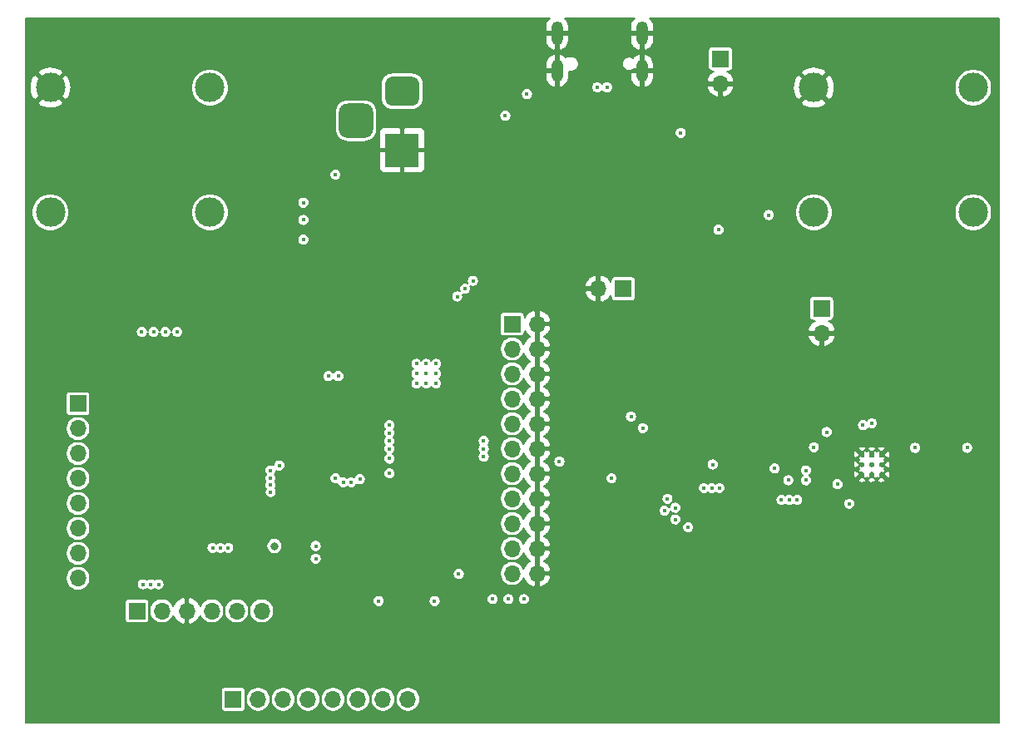
<source format=gbr>
%TF.GenerationSoftware,KiCad,Pcbnew,5.1.7-a382d34a8~88~ubuntu18.04.1*%
%TF.CreationDate,2021-04-29T22:01:18-07:00*%
%TF.ProjectId,dsp_dev_board,6473705f-6465-4765-9f62-6f6172642e6b,rev?*%
%TF.SameCoordinates,Original*%
%TF.FileFunction,Copper,L2,Inr*%
%TF.FilePolarity,Positive*%
%FSLAX46Y46*%
G04 Gerber Fmt 4.6, Leading zero omitted, Abs format (unit mm)*
G04 Created by KiCad (PCBNEW 5.1.7-a382d34a8~88~ubuntu18.04.1) date 2021-04-29 22:01:18*
%MOMM*%
%LPD*%
G01*
G04 APERTURE LIST*
%TA.AperFunction,ComponentPad*%
%ADD10C,0.500000*%
%TD*%
%TA.AperFunction,ComponentPad*%
%ADD11O,1.700000X1.700000*%
%TD*%
%TA.AperFunction,ComponentPad*%
%ADD12R,1.700000X1.700000*%
%TD*%
%TA.AperFunction,ComponentPad*%
%ADD13O,1.158000X2.316000*%
%TD*%
%TA.AperFunction,ComponentPad*%
%ADD14O,1.200000X2.400000*%
%TD*%
%TA.AperFunction,ComponentPad*%
%ADD15C,3.000000*%
%TD*%
%TA.AperFunction,ComponentPad*%
%ADD16R,3.500000X3.500000*%
%TD*%
%TA.AperFunction,ViaPad*%
%ADD17C,0.400000*%
%TD*%
%TA.AperFunction,ViaPad*%
%ADD18C,0.800000*%
%TD*%
%TA.AperFunction,Conductor*%
%ADD19C,0.200000*%
%TD*%
%TA.AperFunction,Conductor*%
%ADD20C,0.100000*%
%TD*%
G04 APERTURE END LIST*
D10*
%TO.N,GND*%
%TO.C,U5*%
X177600000Y-86900000D03*
X176600000Y-86900000D03*
X175600000Y-86900000D03*
X177600000Y-85900000D03*
X176600000Y-85900000D03*
X175600000Y-85900000D03*
X177600000Y-84900000D03*
X176600000Y-84900000D03*
X175600000Y-84900000D03*
%TD*%
D11*
%TO.N,GND*%
%TO.C,J11*%
X142540000Y-97000000D03*
%TO.N,/MCU/I2S2_MCK*%
X140000000Y-97000000D03*
%TO.N,GND*%
X142540000Y-94460000D03*
%TO.N,/Codec/WCLK*%
X140000000Y-94460000D03*
%TO.N,GND*%
X142540000Y-91920000D03*
%TO.N,/Codec/DAC*%
X140000000Y-91920000D03*
%TO.N,GND*%
X142540000Y-89380000D03*
%TO.N,/Codec/ADC*%
X140000000Y-89380000D03*
%TO.N,GND*%
X142540000Y-86840000D03*
%TO.N,/Codec/BCLK*%
X140000000Y-86840000D03*
%TO.N,GND*%
X142540000Y-84300000D03*
%TO.N,/MCU/SDA*%
X140000000Y-84300000D03*
%TO.N,GND*%
X142540000Y-81760000D03*
%TO.N,/MCU/SCL*%
X140000000Y-81760000D03*
%TO.N,GND*%
X142540000Y-79220000D03*
%TO.N,/MCU/~CODEC_RST*%
X140000000Y-79220000D03*
%TO.N,GND*%
X142540000Y-76680000D03*
%TO.N,/Codec/SCLK*%
X140000000Y-76680000D03*
%TO.N,GND*%
X142540000Y-74140000D03*
%TO.N,/Codec/SDIN*%
X140000000Y-74140000D03*
%TO.N,GND*%
X142540000Y-71600000D03*
D12*
%TO.N,/Codec/~CSB*%
X140000000Y-71600000D03*
%TD*%
D13*
%TO.N,GND*%
%TO.C,J10*%
X153220000Y-45825000D03*
X144580000Y-45825000D03*
D14*
X153220000Y-42000000D03*
X144580000Y-42000000D03*
%TD*%
D11*
%TO.N,/MCU/TRACESWO*%
%TO.C,J9*%
X114500000Y-100800000D03*
%TO.N,/MCU/NRST*%
X111960000Y-100800000D03*
%TO.N,/MCU/SWDIO*%
X109420000Y-100800000D03*
%TO.N,GND*%
X106880000Y-100800000D03*
%TO.N,/MCU/SWCLK*%
X104340000Y-100800000D03*
D12*
%TO.N,Net-(J9-Pad1)*%
X101800000Y-100800000D03*
%TD*%
D11*
%TO.N,/MCU/PA07*%
%TO.C,J8*%
X129380000Y-109800000D03*
%TO.N,/MCU/PA06*%
X126840000Y-109800000D03*
%TO.N,/MCU/PA05*%
X124300000Y-109800000D03*
%TO.N,/MCU/PA04*%
X121760000Y-109800000D03*
%TO.N,/MCU/PA03*%
X119220000Y-109800000D03*
%TO.N,/MCU/PA02*%
X116680000Y-109800000D03*
%TO.N,/MCU/PB09*%
X114140000Y-109800000D03*
D12*
%TO.N,/MCU/PB08*%
X111600000Y-109800000D03*
%TD*%
D11*
%TO.N,/MCU/PB07*%
%TO.C,J7*%
X95800000Y-97480000D03*
%TO.N,/MCU/PB06*%
X95800000Y-94940000D03*
%TO.N,/MCU/PB05*%
X95800000Y-92400000D03*
%TO.N,/MCU/PB04*%
X95800000Y-89860000D03*
%TO.N,/MCU/PB03*%
X95800000Y-87320000D03*
%TO.N,/MCU/PB02*%
X95800000Y-84780000D03*
%TO.N,/MCU/PB01*%
X95800000Y-82240000D03*
D12*
%TO.N,/MCU/PB00*%
X95800000Y-79700000D03*
%TD*%
D15*
%TO.N,Net-(J6-PadTN)*%
%TO.C,J6*%
X109230000Y-60225001D03*
%TO.N,Net-(J6-PadSN)*%
X109230000Y-47525001D03*
%TO.N,/audio_jack_out*%
X93000000Y-60225001D03*
%TO.N,GND*%
X93000000Y-47525001D03*
%TD*%
%TO.N,Net-(J5-PadTN)*%
%TO.C,J5*%
X186930000Y-60225001D03*
%TO.N,Net-(J5-PadSN)*%
X186930000Y-47525001D03*
%TO.N,/audio_jack_in*%
X170700000Y-60225001D03*
%TO.N,GND*%
X170700000Y-47525001D03*
%TD*%
D16*
%TO.N,GND*%
%TO.C,J4*%
X128800000Y-53900000D03*
%TO.N,Net-(D2-Pad2)*%
%TA.AperFunction,ComponentPad*%
G36*
G01*
X127800000Y-46400000D02*
X129800000Y-46400000D01*
G75*
G02*
X130550000Y-47150000I0J-750000D01*
G01*
X130550000Y-48650000D01*
G75*
G02*
X129800000Y-49400000I-750000J0D01*
G01*
X127800000Y-49400000D01*
G75*
G02*
X127050000Y-48650000I0J750000D01*
G01*
X127050000Y-47150000D01*
G75*
G02*
X127800000Y-46400000I750000J0D01*
G01*
G37*
%TD.AperFunction*%
%TO.N,N/C*%
%TA.AperFunction,ComponentPad*%
G36*
G01*
X123225000Y-49150000D02*
X124975000Y-49150000D01*
G75*
G02*
X125850000Y-50025000I0J-875000D01*
G01*
X125850000Y-51775000D01*
G75*
G02*
X124975000Y-52650000I-875000J0D01*
G01*
X123225000Y-52650000D01*
G75*
G02*
X122350000Y-51775000I0J875000D01*
G01*
X122350000Y-50025000D01*
G75*
G02*
X123225000Y-49150000I875000J0D01*
G01*
G37*
%TD.AperFunction*%
%TD*%
D11*
%TO.N,GND*%
%TO.C,J3*%
X148760000Y-68000000D03*
D12*
%TO.N,/audio_out*%
X151300000Y-68000000D03*
%TD*%
D11*
%TO.N,GND*%
%TO.C,J2*%
X171500000Y-72540000D03*
D12*
%TO.N,/audio_in*%
X171500000Y-70000000D03*
%TD*%
D11*
%TO.N,GND*%
%TO.C,J1*%
X161200000Y-47140000D03*
D12*
%TO.N,3.3V*%
X161200000Y-44600000D03*
%TD*%
D17*
%TO.N,GND*%
X146000000Y-52250000D03*
X149000000Y-52250000D03*
X152000000Y-52250000D03*
X158500000Y-72000000D03*
X155800000Y-63300000D03*
X157150000Y-57300000D03*
X105500000Y-80500000D03*
X122000000Y-65650000D03*
X124750000Y-65650000D03*
X124750000Y-68875000D03*
X148450000Y-92400000D03*
X152700000Y-85800000D03*
X159700000Y-85300000D03*
X128800000Y-74575000D03*
X132550000Y-83350000D03*
X171800000Y-81000000D03*
X171800000Y-78000000D03*
X172000008Y-83500000D03*
X171300000Y-88000004D03*
X168400000Y-93400000D03*
X186300000Y-83000000D03*
X185149999Y-85750001D03*
X185149999Y-88050001D03*
X185250000Y-80450000D03*
X159702963Y-87325010D03*
X160200000Y-92900000D03*
X163400000Y-92900000D03*
X140425000Y-106575000D03*
X138812500Y-106587500D03*
X137212500Y-106587500D03*
X152900000Y-92200000D03*
X116650000Y-83850000D03*
X114400000Y-84500000D03*
X96600000Y-69000000D03*
X103200000Y-96400000D03*
X187800000Y-87200000D03*
X122100000Y-94600000D03*
X163400000Y-98800000D03*
X104400000Y-108750000D03*
X121549990Y-75650010D03*
X111100000Y-86000000D03*
X110075000Y-88875000D03*
X127900000Y-77200000D03*
X180050000Y-88000000D03*
X177850000Y-81100000D03*
%TO.N,3.3V*%
X137100000Y-84300000D03*
X137100000Y-83500000D03*
X118750000Y-59250000D03*
X118750000Y-61000000D03*
X118750000Y-63000000D03*
X132250000Y-77650000D03*
X131250000Y-77650000D03*
X130250000Y-76650000D03*
X130250000Y-77650000D03*
X132250000Y-76650000D03*
X131250000Y-76650000D03*
X131250000Y-75650000D03*
X132250000Y-75650000D03*
X130250000Y-75650000D03*
X167400000Y-89500000D03*
X168200000Y-89500000D03*
X169000000Y-89500000D03*
X160400000Y-85900000D03*
X161100000Y-88300000D03*
X160300000Y-88300000D03*
X159500000Y-88300000D03*
X186300000Y-84200000D03*
X181000000Y-84200000D03*
X137100000Y-85100000D03*
X102300000Y-72400000D03*
X103500000Y-72400000D03*
X104700000Y-72400000D03*
X105900000Y-72400000D03*
X102400000Y-98100000D03*
X103200000Y-98100000D03*
X104000000Y-98100000D03*
X109500000Y-94400000D03*
X110300000Y-94400000D03*
X111100000Y-94400000D03*
X132100000Y-99800000D03*
X126400000Y-99800000D03*
X134400000Y-68800000D03*
X135200000Y-68000000D03*
X136000000Y-67200000D03*
X144800000Y-85600000D03*
%TO.N,VBUS*%
X141500000Y-48200000D03*
X139299998Y-50400000D03*
%TO.N,9V*%
X122000000Y-56400000D03*
X157150000Y-52150000D03*
%TO.N,/MCU/SWDIO*%
X116300000Y-86000000D03*
D18*
%TO.N,/MCU/SWCLK*%
X115800000Y-94200000D03*
D17*
%TO.N,/MCU/OTG_FS_DM*%
X149650000Y-47500000D03*
X122300000Y-76900000D03*
%TO.N,/MCU/OTG_FS_DP*%
X148650000Y-47500000D03*
X121300000Y-76900006D03*
%TO.N,/Codec/ADC*%
X155799964Y-89400000D03*
X166700000Y-86300000D03*
X127500015Y-85300000D03*
%TO.N,/Codec/BCLK*%
X168100000Y-87500000D03*
X150100000Y-87300000D03*
X157900006Y-92300000D03*
%TO.N,/Codec/WCLK*%
X156600000Y-90300000D03*
X169900000Y-86500006D03*
X156600000Y-91499970D03*
%TO.N,/Codec/DAC*%
X169900001Y-87499999D03*
X155499992Y-90600000D03*
X127500015Y-86800000D03*
%TO.N,/MCU/I2S2_MCK*%
X170700000Y-84150001D03*
X153300000Y-82200000D03*
%TO.N,/Codec/SCLK*%
X152088193Y-81026991D03*
%TO.N,Net-(R5-Pad1)*%
X161000000Y-62000000D03*
X166100000Y-60500000D03*
%TO.N,/MCU/led1*%
X127499765Y-84300748D03*
X134557637Y-97042339D03*
%TO.N,/MCU/led2*%
X127481759Y-83518223D03*
X138000000Y-99600000D03*
%TO.N,/MCU/led3*%
X127500000Y-82700004D03*
X139600054Y-99600006D03*
%TO.N,/MCU/led4*%
X127500000Y-81900000D03*
X141200000Y-99600000D03*
%TO.N,/MCU/PB07*%
X124500000Y-87400000D03*
%TO.N,/MCU/PB06*%
X123600000Y-87700000D03*
%TO.N,/MCU/PB05*%
X122800000Y-87700000D03*
%TO.N,/MCU/PB04*%
X122000000Y-87300000D03*
%TO.N,/MCU/PB03*%
X115414017Y-88699848D03*
%TO.N,/MCU/PB02*%
X115399999Y-87999999D03*
%TO.N,/MCU/PB01*%
X115399926Y-87300000D03*
%TO.N,/MCU/PB00*%
X115400009Y-86499989D03*
%TO.N,/MCU/PA03*%
X120000000Y-95500000D03*
%TO.N,/MCU/PA02*%
X120000000Y-94200000D03*
%TO.N,/MCU/~CODEC_RST*%
X175700000Y-81900000D03*
%TO.N,/MCU/SCL*%
X173100000Y-87900000D03*
%TO.N,/MCU/SDA*%
X174300000Y-89899990D03*
%TO.N,/TI Codec/audio_out*%
X172000000Y-82600000D03*
X176600000Y-81700000D03*
%TD*%
D19*
%TO.N,GND*%
X143661142Y-40600825D02*
X143522886Y-40795441D01*
X143425255Y-41013290D01*
X143372000Y-41246000D01*
X143372000Y-41846000D01*
X144426000Y-41846000D01*
X144426000Y-41826000D01*
X144734000Y-41826000D01*
X144734000Y-41846000D01*
X145788000Y-41846000D01*
X145788000Y-41246000D01*
X145734745Y-41013290D01*
X145637114Y-40795441D01*
X145498858Y-40600825D01*
X145339141Y-40450000D01*
X152460859Y-40450000D01*
X152301142Y-40600825D01*
X152162886Y-40795441D01*
X152065255Y-41013290D01*
X152012000Y-41246000D01*
X152012000Y-41846000D01*
X153066000Y-41846000D01*
X153066000Y-41826000D01*
X153374000Y-41826000D01*
X153374000Y-41846000D01*
X154428000Y-41846000D01*
X154428000Y-41246000D01*
X154374745Y-41013290D01*
X154277114Y-40795441D01*
X154138858Y-40600825D01*
X153979141Y-40450000D01*
X189550000Y-40450000D01*
X189550001Y-112150000D01*
X90450000Y-112150000D01*
X90450000Y-108950000D01*
X110348065Y-108950000D01*
X110348065Y-110650000D01*
X110355788Y-110728414D01*
X110378660Y-110803814D01*
X110415803Y-110873303D01*
X110465789Y-110934211D01*
X110526697Y-110984197D01*
X110596186Y-111021340D01*
X110671586Y-111044212D01*
X110750000Y-111051935D01*
X112450000Y-111051935D01*
X112528414Y-111044212D01*
X112603814Y-111021340D01*
X112673303Y-110984197D01*
X112734211Y-110934211D01*
X112784197Y-110873303D01*
X112821340Y-110803814D01*
X112844212Y-110728414D01*
X112851935Y-110650000D01*
X112851935Y-109676886D01*
X112890000Y-109676886D01*
X112890000Y-109923114D01*
X112938037Y-110164611D01*
X113032265Y-110392097D01*
X113169062Y-110596828D01*
X113343172Y-110770938D01*
X113547903Y-110907735D01*
X113775389Y-111001963D01*
X114016886Y-111050000D01*
X114263114Y-111050000D01*
X114504611Y-111001963D01*
X114732097Y-110907735D01*
X114936828Y-110770938D01*
X115110938Y-110596828D01*
X115247735Y-110392097D01*
X115341963Y-110164611D01*
X115390000Y-109923114D01*
X115390000Y-109676886D01*
X115430000Y-109676886D01*
X115430000Y-109923114D01*
X115478037Y-110164611D01*
X115572265Y-110392097D01*
X115709062Y-110596828D01*
X115883172Y-110770938D01*
X116087903Y-110907735D01*
X116315389Y-111001963D01*
X116556886Y-111050000D01*
X116803114Y-111050000D01*
X117044611Y-111001963D01*
X117272097Y-110907735D01*
X117476828Y-110770938D01*
X117650938Y-110596828D01*
X117787735Y-110392097D01*
X117881963Y-110164611D01*
X117930000Y-109923114D01*
X117930000Y-109676886D01*
X117970000Y-109676886D01*
X117970000Y-109923114D01*
X118018037Y-110164611D01*
X118112265Y-110392097D01*
X118249062Y-110596828D01*
X118423172Y-110770938D01*
X118627903Y-110907735D01*
X118855389Y-111001963D01*
X119096886Y-111050000D01*
X119343114Y-111050000D01*
X119584611Y-111001963D01*
X119812097Y-110907735D01*
X120016828Y-110770938D01*
X120190938Y-110596828D01*
X120327735Y-110392097D01*
X120421963Y-110164611D01*
X120470000Y-109923114D01*
X120470000Y-109676886D01*
X120510000Y-109676886D01*
X120510000Y-109923114D01*
X120558037Y-110164611D01*
X120652265Y-110392097D01*
X120789062Y-110596828D01*
X120963172Y-110770938D01*
X121167903Y-110907735D01*
X121395389Y-111001963D01*
X121636886Y-111050000D01*
X121883114Y-111050000D01*
X122124611Y-111001963D01*
X122352097Y-110907735D01*
X122556828Y-110770938D01*
X122730938Y-110596828D01*
X122867735Y-110392097D01*
X122961963Y-110164611D01*
X123010000Y-109923114D01*
X123010000Y-109676886D01*
X123050000Y-109676886D01*
X123050000Y-109923114D01*
X123098037Y-110164611D01*
X123192265Y-110392097D01*
X123329062Y-110596828D01*
X123503172Y-110770938D01*
X123707903Y-110907735D01*
X123935389Y-111001963D01*
X124176886Y-111050000D01*
X124423114Y-111050000D01*
X124664611Y-111001963D01*
X124892097Y-110907735D01*
X125096828Y-110770938D01*
X125270938Y-110596828D01*
X125407735Y-110392097D01*
X125501963Y-110164611D01*
X125550000Y-109923114D01*
X125550000Y-109676886D01*
X125590000Y-109676886D01*
X125590000Y-109923114D01*
X125638037Y-110164611D01*
X125732265Y-110392097D01*
X125869062Y-110596828D01*
X126043172Y-110770938D01*
X126247903Y-110907735D01*
X126475389Y-111001963D01*
X126716886Y-111050000D01*
X126963114Y-111050000D01*
X127204611Y-111001963D01*
X127432097Y-110907735D01*
X127636828Y-110770938D01*
X127810938Y-110596828D01*
X127947735Y-110392097D01*
X128041963Y-110164611D01*
X128090000Y-109923114D01*
X128090000Y-109676886D01*
X128130000Y-109676886D01*
X128130000Y-109923114D01*
X128178037Y-110164611D01*
X128272265Y-110392097D01*
X128409062Y-110596828D01*
X128583172Y-110770938D01*
X128787903Y-110907735D01*
X129015389Y-111001963D01*
X129256886Y-111050000D01*
X129503114Y-111050000D01*
X129744611Y-111001963D01*
X129972097Y-110907735D01*
X130176828Y-110770938D01*
X130350938Y-110596828D01*
X130487735Y-110392097D01*
X130581963Y-110164611D01*
X130630000Y-109923114D01*
X130630000Y-109676886D01*
X130581963Y-109435389D01*
X130487735Y-109207903D01*
X130350938Y-109003172D01*
X130176828Y-108829062D01*
X129972097Y-108692265D01*
X129744611Y-108598037D01*
X129503114Y-108550000D01*
X129256886Y-108550000D01*
X129015389Y-108598037D01*
X128787903Y-108692265D01*
X128583172Y-108829062D01*
X128409062Y-109003172D01*
X128272265Y-109207903D01*
X128178037Y-109435389D01*
X128130000Y-109676886D01*
X128090000Y-109676886D01*
X128041963Y-109435389D01*
X127947735Y-109207903D01*
X127810938Y-109003172D01*
X127636828Y-108829062D01*
X127432097Y-108692265D01*
X127204611Y-108598037D01*
X126963114Y-108550000D01*
X126716886Y-108550000D01*
X126475389Y-108598037D01*
X126247903Y-108692265D01*
X126043172Y-108829062D01*
X125869062Y-109003172D01*
X125732265Y-109207903D01*
X125638037Y-109435389D01*
X125590000Y-109676886D01*
X125550000Y-109676886D01*
X125501963Y-109435389D01*
X125407735Y-109207903D01*
X125270938Y-109003172D01*
X125096828Y-108829062D01*
X124892097Y-108692265D01*
X124664611Y-108598037D01*
X124423114Y-108550000D01*
X124176886Y-108550000D01*
X123935389Y-108598037D01*
X123707903Y-108692265D01*
X123503172Y-108829062D01*
X123329062Y-109003172D01*
X123192265Y-109207903D01*
X123098037Y-109435389D01*
X123050000Y-109676886D01*
X123010000Y-109676886D01*
X122961963Y-109435389D01*
X122867735Y-109207903D01*
X122730938Y-109003172D01*
X122556828Y-108829062D01*
X122352097Y-108692265D01*
X122124611Y-108598037D01*
X121883114Y-108550000D01*
X121636886Y-108550000D01*
X121395389Y-108598037D01*
X121167903Y-108692265D01*
X120963172Y-108829062D01*
X120789062Y-109003172D01*
X120652265Y-109207903D01*
X120558037Y-109435389D01*
X120510000Y-109676886D01*
X120470000Y-109676886D01*
X120421963Y-109435389D01*
X120327735Y-109207903D01*
X120190938Y-109003172D01*
X120016828Y-108829062D01*
X119812097Y-108692265D01*
X119584611Y-108598037D01*
X119343114Y-108550000D01*
X119096886Y-108550000D01*
X118855389Y-108598037D01*
X118627903Y-108692265D01*
X118423172Y-108829062D01*
X118249062Y-109003172D01*
X118112265Y-109207903D01*
X118018037Y-109435389D01*
X117970000Y-109676886D01*
X117930000Y-109676886D01*
X117881963Y-109435389D01*
X117787735Y-109207903D01*
X117650938Y-109003172D01*
X117476828Y-108829062D01*
X117272097Y-108692265D01*
X117044611Y-108598037D01*
X116803114Y-108550000D01*
X116556886Y-108550000D01*
X116315389Y-108598037D01*
X116087903Y-108692265D01*
X115883172Y-108829062D01*
X115709062Y-109003172D01*
X115572265Y-109207903D01*
X115478037Y-109435389D01*
X115430000Y-109676886D01*
X115390000Y-109676886D01*
X115341963Y-109435389D01*
X115247735Y-109207903D01*
X115110938Y-109003172D01*
X114936828Y-108829062D01*
X114732097Y-108692265D01*
X114504611Y-108598037D01*
X114263114Y-108550000D01*
X114016886Y-108550000D01*
X113775389Y-108598037D01*
X113547903Y-108692265D01*
X113343172Y-108829062D01*
X113169062Y-109003172D01*
X113032265Y-109207903D01*
X112938037Y-109435389D01*
X112890000Y-109676886D01*
X112851935Y-109676886D01*
X112851935Y-108950000D01*
X112844212Y-108871586D01*
X112821340Y-108796186D01*
X112784197Y-108726697D01*
X112734211Y-108665789D01*
X112673303Y-108615803D01*
X112603814Y-108578660D01*
X112528414Y-108555788D01*
X112450000Y-108548065D01*
X110750000Y-108548065D01*
X110671586Y-108555788D01*
X110596186Y-108578660D01*
X110526697Y-108615803D01*
X110465789Y-108665789D01*
X110415803Y-108726697D01*
X110378660Y-108796186D01*
X110355788Y-108871586D01*
X110348065Y-108950000D01*
X90450000Y-108950000D01*
X90450000Y-99950000D01*
X100548065Y-99950000D01*
X100548065Y-101650000D01*
X100555788Y-101728414D01*
X100578660Y-101803814D01*
X100615803Y-101873303D01*
X100665789Y-101934211D01*
X100726697Y-101984197D01*
X100796186Y-102021340D01*
X100871586Y-102044212D01*
X100950000Y-102051935D01*
X102650000Y-102051935D01*
X102728414Y-102044212D01*
X102803814Y-102021340D01*
X102873303Y-101984197D01*
X102934211Y-101934211D01*
X102984197Y-101873303D01*
X103021340Y-101803814D01*
X103044212Y-101728414D01*
X103051935Y-101650000D01*
X103051935Y-100676886D01*
X103090000Y-100676886D01*
X103090000Y-100923114D01*
X103138037Y-101164611D01*
X103232265Y-101392097D01*
X103369062Y-101596828D01*
X103543172Y-101770938D01*
X103747903Y-101907735D01*
X103975389Y-102001963D01*
X104216886Y-102050000D01*
X104463114Y-102050000D01*
X104704611Y-102001963D01*
X104932097Y-101907735D01*
X105136828Y-101770938D01*
X105310938Y-101596828D01*
X105447735Y-101392097D01*
X105502588Y-101259670D01*
X105573065Y-101446300D01*
X105724264Y-101688852D01*
X105919878Y-101897246D01*
X106152389Y-102063473D01*
X106412861Y-102181146D01*
X106501090Y-102207903D01*
X106726000Y-102096889D01*
X106726000Y-100954000D01*
X106706000Y-100954000D01*
X106706000Y-100646000D01*
X106726000Y-100646000D01*
X106726000Y-99503111D01*
X107034000Y-99503111D01*
X107034000Y-100646000D01*
X107054000Y-100646000D01*
X107054000Y-100954000D01*
X107034000Y-100954000D01*
X107034000Y-102096889D01*
X107258910Y-102207903D01*
X107347139Y-102181146D01*
X107607611Y-102063473D01*
X107840122Y-101897246D01*
X108035736Y-101688852D01*
X108186935Y-101446300D01*
X108257412Y-101259670D01*
X108312265Y-101392097D01*
X108449062Y-101596828D01*
X108623172Y-101770938D01*
X108827903Y-101907735D01*
X109055389Y-102001963D01*
X109296886Y-102050000D01*
X109543114Y-102050000D01*
X109784611Y-102001963D01*
X110012097Y-101907735D01*
X110216828Y-101770938D01*
X110390938Y-101596828D01*
X110527735Y-101392097D01*
X110621963Y-101164611D01*
X110670000Y-100923114D01*
X110670000Y-100676886D01*
X110710000Y-100676886D01*
X110710000Y-100923114D01*
X110758037Y-101164611D01*
X110852265Y-101392097D01*
X110989062Y-101596828D01*
X111163172Y-101770938D01*
X111367903Y-101907735D01*
X111595389Y-102001963D01*
X111836886Y-102050000D01*
X112083114Y-102050000D01*
X112324611Y-102001963D01*
X112552097Y-101907735D01*
X112756828Y-101770938D01*
X112930938Y-101596828D01*
X113067735Y-101392097D01*
X113161963Y-101164611D01*
X113210000Y-100923114D01*
X113210000Y-100676886D01*
X113250000Y-100676886D01*
X113250000Y-100923114D01*
X113298037Y-101164611D01*
X113392265Y-101392097D01*
X113529062Y-101596828D01*
X113703172Y-101770938D01*
X113907903Y-101907735D01*
X114135389Y-102001963D01*
X114376886Y-102050000D01*
X114623114Y-102050000D01*
X114864611Y-102001963D01*
X115092097Y-101907735D01*
X115296828Y-101770938D01*
X115470938Y-101596828D01*
X115607735Y-101392097D01*
X115701963Y-101164611D01*
X115750000Y-100923114D01*
X115750000Y-100676886D01*
X115701963Y-100435389D01*
X115607735Y-100207903D01*
X115470938Y-100003172D01*
X115296828Y-99829062D01*
X115164892Y-99740905D01*
X125800000Y-99740905D01*
X125800000Y-99859095D01*
X125823058Y-99975014D01*
X125868287Y-100084207D01*
X125933950Y-100182478D01*
X126017522Y-100266050D01*
X126115793Y-100331713D01*
X126224986Y-100376942D01*
X126340905Y-100400000D01*
X126459095Y-100400000D01*
X126575014Y-100376942D01*
X126684207Y-100331713D01*
X126782478Y-100266050D01*
X126866050Y-100182478D01*
X126931713Y-100084207D01*
X126976942Y-99975014D01*
X127000000Y-99859095D01*
X127000000Y-99740905D01*
X131500000Y-99740905D01*
X131500000Y-99859095D01*
X131523058Y-99975014D01*
X131568287Y-100084207D01*
X131633950Y-100182478D01*
X131717522Y-100266050D01*
X131815793Y-100331713D01*
X131924986Y-100376942D01*
X132040905Y-100400000D01*
X132159095Y-100400000D01*
X132275014Y-100376942D01*
X132384207Y-100331713D01*
X132482478Y-100266050D01*
X132566050Y-100182478D01*
X132631713Y-100084207D01*
X132676942Y-99975014D01*
X132700000Y-99859095D01*
X132700000Y-99740905D01*
X132676942Y-99624986D01*
X132642115Y-99540905D01*
X137400000Y-99540905D01*
X137400000Y-99659095D01*
X137423058Y-99775014D01*
X137468287Y-99884207D01*
X137533950Y-99982478D01*
X137617522Y-100066050D01*
X137715793Y-100131713D01*
X137824986Y-100176942D01*
X137940905Y-100200000D01*
X138059095Y-100200000D01*
X138175014Y-100176942D01*
X138284207Y-100131713D01*
X138382478Y-100066050D01*
X138466050Y-99982478D01*
X138531713Y-99884207D01*
X138576942Y-99775014D01*
X138600000Y-99659095D01*
X138600000Y-99540911D01*
X139000054Y-99540911D01*
X139000054Y-99659101D01*
X139023112Y-99775020D01*
X139068341Y-99884213D01*
X139134004Y-99982484D01*
X139217576Y-100066056D01*
X139315847Y-100131719D01*
X139425040Y-100176948D01*
X139540959Y-100200006D01*
X139659149Y-100200006D01*
X139775068Y-100176948D01*
X139884261Y-100131719D01*
X139982532Y-100066056D01*
X140066104Y-99982484D01*
X140131767Y-99884213D01*
X140176996Y-99775020D01*
X140200054Y-99659101D01*
X140200054Y-99540911D01*
X140200053Y-99540905D01*
X140600000Y-99540905D01*
X140600000Y-99659095D01*
X140623058Y-99775014D01*
X140668287Y-99884207D01*
X140733950Y-99982478D01*
X140817522Y-100066050D01*
X140915793Y-100131713D01*
X141024986Y-100176942D01*
X141140905Y-100200000D01*
X141259095Y-100200000D01*
X141375014Y-100176942D01*
X141484207Y-100131713D01*
X141582478Y-100066050D01*
X141666050Y-99982478D01*
X141731713Y-99884207D01*
X141776942Y-99775014D01*
X141800000Y-99659095D01*
X141800000Y-99540905D01*
X141776942Y-99424986D01*
X141731713Y-99315793D01*
X141666050Y-99217522D01*
X141582478Y-99133950D01*
X141484207Y-99068287D01*
X141375014Y-99023058D01*
X141259095Y-99000000D01*
X141140905Y-99000000D01*
X141024986Y-99023058D01*
X140915793Y-99068287D01*
X140817522Y-99133950D01*
X140733950Y-99217522D01*
X140668287Y-99315793D01*
X140623058Y-99424986D01*
X140600000Y-99540905D01*
X140200053Y-99540905D01*
X140176996Y-99424992D01*
X140131767Y-99315799D01*
X140066104Y-99217528D01*
X139982532Y-99133956D01*
X139884261Y-99068293D01*
X139775068Y-99023064D01*
X139659149Y-99000006D01*
X139540959Y-99000006D01*
X139425040Y-99023064D01*
X139315847Y-99068293D01*
X139217576Y-99133956D01*
X139134004Y-99217528D01*
X139068341Y-99315799D01*
X139023112Y-99424992D01*
X139000054Y-99540911D01*
X138600000Y-99540911D01*
X138600000Y-99540905D01*
X138576942Y-99424986D01*
X138531713Y-99315793D01*
X138466050Y-99217522D01*
X138382478Y-99133950D01*
X138284207Y-99068287D01*
X138175014Y-99023058D01*
X138059095Y-99000000D01*
X137940905Y-99000000D01*
X137824986Y-99023058D01*
X137715793Y-99068287D01*
X137617522Y-99133950D01*
X137533950Y-99217522D01*
X137468287Y-99315793D01*
X137423058Y-99424986D01*
X137400000Y-99540905D01*
X132642115Y-99540905D01*
X132631713Y-99515793D01*
X132566050Y-99417522D01*
X132482478Y-99333950D01*
X132384207Y-99268287D01*
X132275014Y-99223058D01*
X132159095Y-99200000D01*
X132040905Y-99200000D01*
X131924986Y-99223058D01*
X131815793Y-99268287D01*
X131717522Y-99333950D01*
X131633950Y-99417522D01*
X131568287Y-99515793D01*
X131523058Y-99624986D01*
X131500000Y-99740905D01*
X127000000Y-99740905D01*
X126976942Y-99624986D01*
X126931713Y-99515793D01*
X126866050Y-99417522D01*
X126782478Y-99333950D01*
X126684207Y-99268287D01*
X126575014Y-99223058D01*
X126459095Y-99200000D01*
X126340905Y-99200000D01*
X126224986Y-99223058D01*
X126115793Y-99268287D01*
X126017522Y-99333950D01*
X125933950Y-99417522D01*
X125868287Y-99515793D01*
X125823058Y-99624986D01*
X125800000Y-99740905D01*
X115164892Y-99740905D01*
X115092097Y-99692265D01*
X114864611Y-99598037D01*
X114623114Y-99550000D01*
X114376886Y-99550000D01*
X114135389Y-99598037D01*
X113907903Y-99692265D01*
X113703172Y-99829062D01*
X113529062Y-100003172D01*
X113392265Y-100207903D01*
X113298037Y-100435389D01*
X113250000Y-100676886D01*
X113210000Y-100676886D01*
X113161963Y-100435389D01*
X113067735Y-100207903D01*
X112930938Y-100003172D01*
X112756828Y-99829062D01*
X112552097Y-99692265D01*
X112324611Y-99598037D01*
X112083114Y-99550000D01*
X111836886Y-99550000D01*
X111595389Y-99598037D01*
X111367903Y-99692265D01*
X111163172Y-99829062D01*
X110989062Y-100003172D01*
X110852265Y-100207903D01*
X110758037Y-100435389D01*
X110710000Y-100676886D01*
X110670000Y-100676886D01*
X110621963Y-100435389D01*
X110527735Y-100207903D01*
X110390938Y-100003172D01*
X110216828Y-99829062D01*
X110012097Y-99692265D01*
X109784611Y-99598037D01*
X109543114Y-99550000D01*
X109296886Y-99550000D01*
X109055389Y-99598037D01*
X108827903Y-99692265D01*
X108623172Y-99829062D01*
X108449062Y-100003172D01*
X108312265Y-100207903D01*
X108257412Y-100340330D01*
X108186935Y-100153700D01*
X108035736Y-99911148D01*
X107840122Y-99702754D01*
X107607611Y-99536527D01*
X107347139Y-99418854D01*
X107258910Y-99392097D01*
X107034000Y-99503111D01*
X106726000Y-99503111D01*
X106501090Y-99392097D01*
X106412861Y-99418854D01*
X106152389Y-99536527D01*
X105919878Y-99702754D01*
X105724264Y-99911148D01*
X105573065Y-100153700D01*
X105502588Y-100340330D01*
X105447735Y-100207903D01*
X105310938Y-100003172D01*
X105136828Y-99829062D01*
X104932097Y-99692265D01*
X104704611Y-99598037D01*
X104463114Y-99550000D01*
X104216886Y-99550000D01*
X103975389Y-99598037D01*
X103747903Y-99692265D01*
X103543172Y-99829062D01*
X103369062Y-100003172D01*
X103232265Y-100207903D01*
X103138037Y-100435389D01*
X103090000Y-100676886D01*
X103051935Y-100676886D01*
X103051935Y-99950000D01*
X103044212Y-99871586D01*
X103021340Y-99796186D01*
X102984197Y-99726697D01*
X102934211Y-99665789D01*
X102873303Y-99615803D01*
X102803814Y-99578660D01*
X102728414Y-99555788D01*
X102650000Y-99548065D01*
X100950000Y-99548065D01*
X100871586Y-99555788D01*
X100796186Y-99578660D01*
X100726697Y-99615803D01*
X100665789Y-99665789D01*
X100615803Y-99726697D01*
X100578660Y-99796186D01*
X100555788Y-99871586D01*
X100548065Y-99950000D01*
X90450000Y-99950000D01*
X90450000Y-97356886D01*
X94550000Y-97356886D01*
X94550000Y-97603114D01*
X94598037Y-97844611D01*
X94692265Y-98072097D01*
X94829062Y-98276828D01*
X95003172Y-98450938D01*
X95207903Y-98587735D01*
X95435389Y-98681963D01*
X95676886Y-98730000D01*
X95923114Y-98730000D01*
X96164611Y-98681963D01*
X96392097Y-98587735D01*
X96596828Y-98450938D01*
X96770938Y-98276828D01*
X96907735Y-98072097D01*
X96920655Y-98040905D01*
X101800000Y-98040905D01*
X101800000Y-98159095D01*
X101823058Y-98275014D01*
X101868287Y-98384207D01*
X101933950Y-98482478D01*
X102017522Y-98566050D01*
X102115793Y-98631713D01*
X102224986Y-98676942D01*
X102340905Y-98700000D01*
X102459095Y-98700000D01*
X102575014Y-98676942D01*
X102684207Y-98631713D01*
X102782478Y-98566050D01*
X102800000Y-98548528D01*
X102817522Y-98566050D01*
X102915793Y-98631713D01*
X103024986Y-98676942D01*
X103140905Y-98700000D01*
X103259095Y-98700000D01*
X103375014Y-98676942D01*
X103484207Y-98631713D01*
X103582478Y-98566050D01*
X103600000Y-98548528D01*
X103617522Y-98566050D01*
X103715793Y-98631713D01*
X103824986Y-98676942D01*
X103940905Y-98700000D01*
X104059095Y-98700000D01*
X104175014Y-98676942D01*
X104284207Y-98631713D01*
X104382478Y-98566050D01*
X104466050Y-98482478D01*
X104531713Y-98384207D01*
X104576942Y-98275014D01*
X104600000Y-98159095D01*
X104600000Y-98040905D01*
X104576942Y-97924986D01*
X104531713Y-97815793D01*
X104466050Y-97717522D01*
X104382478Y-97633950D01*
X104284207Y-97568287D01*
X104175014Y-97523058D01*
X104059095Y-97500000D01*
X103940905Y-97500000D01*
X103824986Y-97523058D01*
X103715793Y-97568287D01*
X103617522Y-97633950D01*
X103600000Y-97651472D01*
X103582478Y-97633950D01*
X103484207Y-97568287D01*
X103375014Y-97523058D01*
X103259095Y-97500000D01*
X103140905Y-97500000D01*
X103024986Y-97523058D01*
X102915793Y-97568287D01*
X102817522Y-97633950D01*
X102800000Y-97651472D01*
X102782478Y-97633950D01*
X102684207Y-97568287D01*
X102575014Y-97523058D01*
X102459095Y-97500000D01*
X102340905Y-97500000D01*
X102224986Y-97523058D01*
X102115793Y-97568287D01*
X102017522Y-97633950D01*
X101933950Y-97717522D01*
X101868287Y-97815793D01*
X101823058Y-97924986D01*
X101800000Y-98040905D01*
X96920655Y-98040905D01*
X97001963Y-97844611D01*
X97050000Y-97603114D01*
X97050000Y-97356886D01*
X97001963Y-97115389D01*
X96947227Y-96983244D01*
X133957637Y-96983244D01*
X133957637Y-97101434D01*
X133980695Y-97217353D01*
X134025924Y-97326546D01*
X134091587Y-97424817D01*
X134175159Y-97508389D01*
X134273430Y-97574052D01*
X134382623Y-97619281D01*
X134498542Y-97642339D01*
X134616732Y-97642339D01*
X134732651Y-97619281D01*
X134841844Y-97574052D01*
X134940115Y-97508389D01*
X135023687Y-97424817D01*
X135089350Y-97326546D01*
X135134579Y-97217353D01*
X135157637Y-97101434D01*
X135157637Y-96983244D01*
X135134579Y-96867325D01*
X135089350Y-96758132D01*
X135023687Y-96659861D01*
X134940115Y-96576289D01*
X134841844Y-96510626D01*
X134732651Y-96465397D01*
X134616732Y-96442339D01*
X134498542Y-96442339D01*
X134382623Y-96465397D01*
X134273430Y-96510626D01*
X134175159Y-96576289D01*
X134091587Y-96659861D01*
X134025924Y-96758132D01*
X133980695Y-96867325D01*
X133957637Y-96983244D01*
X96947227Y-96983244D01*
X96907735Y-96887903D01*
X96770938Y-96683172D01*
X96596828Y-96509062D01*
X96392097Y-96372265D01*
X96164611Y-96278037D01*
X95923114Y-96230000D01*
X95676886Y-96230000D01*
X95435389Y-96278037D01*
X95207903Y-96372265D01*
X95003172Y-96509062D01*
X94829062Y-96683172D01*
X94692265Y-96887903D01*
X94598037Y-97115389D01*
X94550000Y-97356886D01*
X90450000Y-97356886D01*
X90450000Y-94816886D01*
X94550000Y-94816886D01*
X94550000Y-95063114D01*
X94598037Y-95304611D01*
X94692265Y-95532097D01*
X94829062Y-95736828D01*
X95003172Y-95910938D01*
X95207903Y-96047735D01*
X95435389Y-96141963D01*
X95676886Y-96190000D01*
X95923114Y-96190000D01*
X96164611Y-96141963D01*
X96392097Y-96047735D01*
X96596828Y-95910938D01*
X96770938Y-95736828D01*
X96907735Y-95532097D01*
X96945508Y-95440905D01*
X119400000Y-95440905D01*
X119400000Y-95559095D01*
X119423058Y-95675014D01*
X119468287Y-95784207D01*
X119533950Y-95882478D01*
X119617522Y-95966050D01*
X119715793Y-96031713D01*
X119824986Y-96076942D01*
X119940905Y-96100000D01*
X120059095Y-96100000D01*
X120175014Y-96076942D01*
X120284207Y-96031713D01*
X120382478Y-95966050D01*
X120466050Y-95882478D01*
X120531713Y-95784207D01*
X120576942Y-95675014D01*
X120600000Y-95559095D01*
X120600000Y-95440905D01*
X120576942Y-95324986D01*
X120531713Y-95215793D01*
X120466050Y-95117522D01*
X120382478Y-95033950D01*
X120284207Y-94968287D01*
X120175014Y-94923058D01*
X120059095Y-94900000D01*
X119940905Y-94900000D01*
X119824986Y-94923058D01*
X119715793Y-94968287D01*
X119617522Y-95033950D01*
X119533950Y-95117522D01*
X119468287Y-95215793D01*
X119423058Y-95324986D01*
X119400000Y-95440905D01*
X96945508Y-95440905D01*
X97001963Y-95304611D01*
X97050000Y-95063114D01*
X97050000Y-94816886D01*
X97001963Y-94575389D01*
X96907735Y-94347903D01*
X96903060Y-94340905D01*
X108900000Y-94340905D01*
X108900000Y-94459095D01*
X108923058Y-94575014D01*
X108968287Y-94684207D01*
X109033950Y-94782478D01*
X109117522Y-94866050D01*
X109215793Y-94931713D01*
X109324986Y-94976942D01*
X109440905Y-95000000D01*
X109559095Y-95000000D01*
X109675014Y-94976942D01*
X109784207Y-94931713D01*
X109882478Y-94866050D01*
X109900000Y-94848528D01*
X109917522Y-94866050D01*
X110015793Y-94931713D01*
X110124986Y-94976942D01*
X110240905Y-95000000D01*
X110359095Y-95000000D01*
X110475014Y-94976942D01*
X110584207Y-94931713D01*
X110682478Y-94866050D01*
X110700000Y-94848528D01*
X110717522Y-94866050D01*
X110815793Y-94931713D01*
X110924986Y-94976942D01*
X111040905Y-95000000D01*
X111159095Y-95000000D01*
X111275014Y-94976942D01*
X111384207Y-94931713D01*
X111482478Y-94866050D01*
X111566050Y-94782478D01*
X111631713Y-94684207D01*
X111676942Y-94575014D01*
X111700000Y-94459095D01*
X111700000Y-94340905D01*
X111676942Y-94224986D01*
X111633956Y-94121207D01*
X115000000Y-94121207D01*
X115000000Y-94278793D01*
X115030743Y-94433351D01*
X115091049Y-94578942D01*
X115178599Y-94709970D01*
X115290030Y-94821401D01*
X115421058Y-94908951D01*
X115566649Y-94969257D01*
X115721207Y-95000000D01*
X115878793Y-95000000D01*
X116033351Y-94969257D01*
X116178942Y-94908951D01*
X116309970Y-94821401D01*
X116421401Y-94709970D01*
X116508951Y-94578942D01*
X116569257Y-94433351D01*
X116600000Y-94278793D01*
X116600000Y-94140905D01*
X119400000Y-94140905D01*
X119400000Y-94259095D01*
X119423058Y-94375014D01*
X119468287Y-94484207D01*
X119533950Y-94582478D01*
X119617522Y-94666050D01*
X119715793Y-94731713D01*
X119824986Y-94776942D01*
X119940905Y-94800000D01*
X120059095Y-94800000D01*
X120175014Y-94776942D01*
X120284207Y-94731713D01*
X120382478Y-94666050D01*
X120466050Y-94582478D01*
X120531713Y-94484207D01*
X120576942Y-94375014D01*
X120600000Y-94259095D01*
X120600000Y-94140905D01*
X120576942Y-94024986D01*
X120531713Y-93915793D01*
X120466050Y-93817522D01*
X120382478Y-93733950D01*
X120284207Y-93668287D01*
X120175014Y-93623058D01*
X120059095Y-93600000D01*
X119940905Y-93600000D01*
X119824986Y-93623058D01*
X119715793Y-93668287D01*
X119617522Y-93733950D01*
X119533950Y-93817522D01*
X119468287Y-93915793D01*
X119423058Y-94024986D01*
X119400000Y-94140905D01*
X116600000Y-94140905D01*
X116600000Y-94121207D01*
X116569257Y-93966649D01*
X116508951Y-93821058D01*
X116421401Y-93690030D01*
X116309970Y-93578599D01*
X116178942Y-93491049D01*
X116033351Y-93430743D01*
X115878793Y-93400000D01*
X115721207Y-93400000D01*
X115566649Y-93430743D01*
X115421058Y-93491049D01*
X115290030Y-93578599D01*
X115178599Y-93690030D01*
X115091049Y-93821058D01*
X115030743Y-93966649D01*
X115000000Y-94121207D01*
X111633956Y-94121207D01*
X111631713Y-94115793D01*
X111566050Y-94017522D01*
X111482478Y-93933950D01*
X111384207Y-93868287D01*
X111275014Y-93823058D01*
X111159095Y-93800000D01*
X111040905Y-93800000D01*
X110924986Y-93823058D01*
X110815793Y-93868287D01*
X110717522Y-93933950D01*
X110700000Y-93951472D01*
X110682478Y-93933950D01*
X110584207Y-93868287D01*
X110475014Y-93823058D01*
X110359095Y-93800000D01*
X110240905Y-93800000D01*
X110124986Y-93823058D01*
X110015793Y-93868287D01*
X109917522Y-93933950D01*
X109900000Y-93951472D01*
X109882478Y-93933950D01*
X109784207Y-93868287D01*
X109675014Y-93823058D01*
X109559095Y-93800000D01*
X109440905Y-93800000D01*
X109324986Y-93823058D01*
X109215793Y-93868287D01*
X109117522Y-93933950D01*
X109033950Y-94017522D01*
X108968287Y-94115793D01*
X108923058Y-94224986D01*
X108900000Y-94340905D01*
X96903060Y-94340905D01*
X96770938Y-94143172D01*
X96596828Y-93969062D01*
X96392097Y-93832265D01*
X96164611Y-93738037D01*
X95923114Y-93690000D01*
X95676886Y-93690000D01*
X95435389Y-93738037D01*
X95207903Y-93832265D01*
X95003172Y-93969062D01*
X94829062Y-94143172D01*
X94692265Y-94347903D01*
X94598037Y-94575389D01*
X94550000Y-94816886D01*
X90450000Y-94816886D01*
X90450000Y-92276886D01*
X94550000Y-92276886D01*
X94550000Y-92523114D01*
X94598037Y-92764611D01*
X94692265Y-92992097D01*
X94829062Y-93196828D01*
X95003172Y-93370938D01*
X95207903Y-93507735D01*
X95435389Y-93601963D01*
X95676886Y-93650000D01*
X95923114Y-93650000D01*
X96164611Y-93601963D01*
X96392097Y-93507735D01*
X96596828Y-93370938D01*
X96770938Y-93196828D01*
X96907735Y-92992097D01*
X97001963Y-92764611D01*
X97050000Y-92523114D01*
X97050000Y-92276886D01*
X97001963Y-92035389D01*
X96907735Y-91807903D01*
X96770938Y-91603172D01*
X96596828Y-91429062D01*
X96392097Y-91292265D01*
X96164611Y-91198037D01*
X95923114Y-91150000D01*
X95676886Y-91150000D01*
X95435389Y-91198037D01*
X95207903Y-91292265D01*
X95003172Y-91429062D01*
X94829062Y-91603172D01*
X94692265Y-91807903D01*
X94598037Y-92035389D01*
X94550000Y-92276886D01*
X90450000Y-92276886D01*
X90450000Y-89736886D01*
X94550000Y-89736886D01*
X94550000Y-89983114D01*
X94598037Y-90224611D01*
X94692265Y-90452097D01*
X94829062Y-90656828D01*
X95003172Y-90830938D01*
X95207903Y-90967735D01*
X95435389Y-91061963D01*
X95676886Y-91110000D01*
X95923114Y-91110000D01*
X96164611Y-91061963D01*
X96392097Y-90967735D01*
X96596828Y-90830938D01*
X96770938Y-90656828D01*
X96907735Y-90452097D01*
X97001963Y-90224611D01*
X97050000Y-89983114D01*
X97050000Y-89736886D01*
X97001963Y-89495389D01*
X96907735Y-89267903D01*
X96770938Y-89063172D01*
X96596828Y-88889062D01*
X96392097Y-88752265D01*
X96164611Y-88658037D01*
X95923114Y-88610000D01*
X95676886Y-88610000D01*
X95435389Y-88658037D01*
X95207903Y-88752265D01*
X95003172Y-88889062D01*
X94829062Y-89063172D01*
X94692265Y-89267903D01*
X94598037Y-89495389D01*
X94550000Y-89736886D01*
X90450000Y-89736886D01*
X90450000Y-87196886D01*
X94550000Y-87196886D01*
X94550000Y-87443114D01*
X94598037Y-87684611D01*
X94692265Y-87912097D01*
X94829062Y-88116828D01*
X95003172Y-88290938D01*
X95207903Y-88427735D01*
X95435389Y-88521963D01*
X95676886Y-88570000D01*
X95923114Y-88570000D01*
X96164611Y-88521963D01*
X96392097Y-88427735D01*
X96596828Y-88290938D01*
X96770938Y-88116828D01*
X96907735Y-87912097D01*
X97001963Y-87684611D01*
X97050000Y-87443114D01*
X97050000Y-87240905D01*
X114799926Y-87240905D01*
X114799926Y-87359095D01*
X114822984Y-87475014D01*
X114868213Y-87584207D01*
X114912211Y-87650054D01*
X114868286Y-87715792D01*
X114823057Y-87824985D01*
X114799999Y-87940904D01*
X114799999Y-88059094D01*
X114823057Y-88175013D01*
X114868286Y-88284206D01*
X114919206Y-88360413D01*
X114882304Y-88415641D01*
X114837075Y-88524834D01*
X114814017Y-88640753D01*
X114814017Y-88758943D01*
X114837075Y-88874862D01*
X114882304Y-88984055D01*
X114947967Y-89082326D01*
X115031539Y-89165898D01*
X115129810Y-89231561D01*
X115239003Y-89276790D01*
X115354922Y-89299848D01*
X115473112Y-89299848D01*
X115589031Y-89276790D01*
X115698224Y-89231561D01*
X115796495Y-89165898D01*
X115880067Y-89082326D01*
X115945730Y-88984055D01*
X115990959Y-88874862D01*
X116014017Y-88758943D01*
X116014017Y-88640753D01*
X115990959Y-88524834D01*
X115945730Y-88415641D01*
X115894810Y-88339434D01*
X115931712Y-88284206D01*
X115976941Y-88175013D01*
X115999999Y-88059094D01*
X115999999Y-87940904D01*
X115976941Y-87824985D01*
X115931712Y-87715792D01*
X115887714Y-87649945D01*
X115931639Y-87584207D01*
X115976868Y-87475014D01*
X115999926Y-87359095D01*
X115999926Y-87240905D01*
X121400000Y-87240905D01*
X121400000Y-87359095D01*
X121423058Y-87475014D01*
X121468287Y-87584207D01*
X121533950Y-87682478D01*
X121617522Y-87766050D01*
X121715793Y-87831713D01*
X121824986Y-87876942D01*
X121940905Y-87900000D01*
X122059095Y-87900000D01*
X122175014Y-87876942D01*
X122219755Y-87858410D01*
X122223058Y-87875014D01*
X122268287Y-87984207D01*
X122333950Y-88082478D01*
X122417522Y-88166050D01*
X122515793Y-88231713D01*
X122624986Y-88276942D01*
X122740905Y-88300000D01*
X122859095Y-88300000D01*
X122975014Y-88276942D01*
X123084207Y-88231713D01*
X123182478Y-88166050D01*
X123200000Y-88148528D01*
X123217522Y-88166050D01*
X123315793Y-88231713D01*
X123424986Y-88276942D01*
X123540905Y-88300000D01*
X123659095Y-88300000D01*
X123775014Y-88276942D01*
X123884207Y-88231713D01*
X123982478Y-88166050D01*
X124066050Y-88082478D01*
X124131713Y-87984207D01*
X124166969Y-87899090D01*
X124215793Y-87931713D01*
X124324986Y-87976942D01*
X124440905Y-88000000D01*
X124559095Y-88000000D01*
X124675014Y-87976942D01*
X124784207Y-87931713D01*
X124882478Y-87866050D01*
X124966050Y-87782478D01*
X125031713Y-87684207D01*
X125076942Y-87575014D01*
X125100000Y-87459095D01*
X125100000Y-87340905D01*
X125076942Y-87224986D01*
X125031713Y-87115793D01*
X124966050Y-87017522D01*
X124882478Y-86933950D01*
X124784207Y-86868287D01*
X124675014Y-86823058D01*
X124559095Y-86800000D01*
X124440905Y-86800000D01*
X124324986Y-86823058D01*
X124215793Y-86868287D01*
X124117522Y-86933950D01*
X124033950Y-87017522D01*
X123968287Y-87115793D01*
X123933031Y-87200910D01*
X123884207Y-87168287D01*
X123775014Y-87123058D01*
X123659095Y-87100000D01*
X123540905Y-87100000D01*
X123424986Y-87123058D01*
X123315793Y-87168287D01*
X123217522Y-87233950D01*
X123200000Y-87251472D01*
X123182478Y-87233950D01*
X123084207Y-87168287D01*
X122975014Y-87123058D01*
X122859095Y-87100000D01*
X122740905Y-87100000D01*
X122624986Y-87123058D01*
X122580245Y-87141590D01*
X122576942Y-87124986D01*
X122531713Y-87015793D01*
X122466050Y-86917522D01*
X122382478Y-86833950D01*
X122284207Y-86768287D01*
X122218101Y-86740905D01*
X126900015Y-86740905D01*
X126900015Y-86859095D01*
X126923073Y-86975014D01*
X126968302Y-87084207D01*
X127033965Y-87182478D01*
X127117537Y-87266050D01*
X127215808Y-87331713D01*
X127325001Y-87376942D01*
X127440920Y-87400000D01*
X127559110Y-87400000D01*
X127675029Y-87376942D01*
X127784222Y-87331713D01*
X127882493Y-87266050D01*
X127966065Y-87182478D01*
X128031728Y-87084207D01*
X128076957Y-86975014D01*
X128100015Y-86859095D01*
X128100015Y-86740905D01*
X128076957Y-86624986D01*
X128031728Y-86515793D01*
X127966065Y-86417522D01*
X127882493Y-86333950D01*
X127784222Y-86268287D01*
X127675029Y-86223058D01*
X127559110Y-86200000D01*
X127440920Y-86200000D01*
X127325001Y-86223058D01*
X127215808Y-86268287D01*
X127117537Y-86333950D01*
X127033965Y-86417522D01*
X126968302Y-86515793D01*
X126923073Y-86624986D01*
X126900015Y-86740905D01*
X122218101Y-86740905D01*
X122175014Y-86723058D01*
X122059095Y-86700000D01*
X121940905Y-86700000D01*
X121824986Y-86723058D01*
X121715793Y-86768287D01*
X121617522Y-86833950D01*
X121533950Y-86917522D01*
X121468287Y-87015793D01*
X121423058Y-87124986D01*
X121400000Y-87240905D01*
X115999926Y-87240905D01*
X115976868Y-87124986D01*
X115931639Y-87015793D01*
X115865976Y-86917522D01*
X115848490Y-86900036D01*
X115866059Y-86882467D01*
X115931722Y-86784196D01*
X115976951Y-86675003D01*
X116000009Y-86559084D01*
X116000009Y-86521166D01*
X116015793Y-86531713D01*
X116124986Y-86576942D01*
X116240905Y-86600000D01*
X116359095Y-86600000D01*
X116475014Y-86576942D01*
X116584207Y-86531713D01*
X116682478Y-86466050D01*
X116766050Y-86382478D01*
X116831713Y-86284207D01*
X116876942Y-86175014D01*
X116900000Y-86059095D01*
X116900000Y-85940905D01*
X116876942Y-85824986D01*
X116831713Y-85715793D01*
X116766050Y-85617522D01*
X116682478Y-85533950D01*
X116584207Y-85468287D01*
X116475014Y-85423058D01*
X116359095Y-85400000D01*
X116240905Y-85400000D01*
X116124986Y-85423058D01*
X116015793Y-85468287D01*
X115917522Y-85533950D01*
X115833950Y-85617522D01*
X115768287Y-85715793D01*
X115723058Y-85824986D01*
X115700000Y-85940905D01*
X115700000Y-85978823D01*
X115684216Y-85968276D01*
X115575023Y-85923047D01*
X115459104Y-85899989D01*
X115340914Y-85899989D01*
X115224995Y-85923047D01*
X115115802Y-85968276D01*
X115017531Y-86033939D01*
X114933959Y-86117511D01*
X114868296Y-86215782D01*
X114823067Y-86324975D01*
X114800009Y-86440894D01*
X114800009Y-86559084D01*
X114823067Y-86675003D01*
X114868296Y-86784196D01*
X114933959Y-86882467D01*
X114951445Y-86899953D01*
X114933876Y-86917522D01*
X114868213Y-87015793D01*
X114822984Y-87124986D01*
X114799926Y-87240905D01*
X97050000Y-87240905D01*
X97050000Y-87196886D01*
X97001963Y-86955389D01*
X96907735Y-86727903D01*
X96770938Y-86523172D01*
X96596828Y-86349062D01*
X96392097Y-86212265D01*
X96164611Y-86118037D01*
X95923114Y-86070000D01*
X95676886Y-86070000D01*
X95435389Y-86118037D01*
X95207903Y-86212265D01*
X95003172Y-86349062D01*
X94829062Y-86523172D01*
X94692265Y-86727903D01*
X94598037Y-86955389D01*
X94550000Y-87196886D01*
X90450000Y-87196886D01*
X90450000Y-84656886D01*
X94550000Y-84656886D01*
X94550000Y-84903114D01*
X94598037Y-85144611D01*
X94692265Y-85372097D01*
X94829062Y-85576828D01*
X95003172Y-85750938D01*
X95207903Y-85887735D01*
X95435389Y-85981963D01*
X95676886Y-86030000D01*
X95923114Y-86030000D01*
X96164611Y-85981963D01*
X96392097Y-85887735D01*
X96596828Y-85750938D01*
X96770938Y-85576828D01*
X96907735Y-85372097D01*
X97001963Y-85144611D01*
X97050000Y-84903114D01*
X97050000Y-84656886D01*
X97001963Y-84415389D01*
X96907735Y-84187903D01*
X96770938Y-83983172D01*
X96596828Y-83809062D01*
X96392097Y-83672265D01*
X96164611Y-83578037D01*
X95923114Y-83530000D01*
X95676886Y-83530000D01*
X95435389Y-83578037D01*
X95207903Y-83672265D01*
X95003172Y-83809062D01*
X94829062Y-83983172D01*
X94692265Y-84187903D01*
X94598037Y-84415389D01*
X94550000Y-84656886D01*
X90450000Y-84656886D01*
X90450000Y-82116886D01*
X94550000Y-82116886D01*
X94550000Y-82363114D01*
X94598037Y-82604611D01*
X94692265Y-82832097D01*
X94829062Y-83036828D01*
X95003172Y-83210938D01*
X95207903Y-83347735D01*
X95435389Y-83441963D01*
X95676886Y-83490000D01*
X95923114Y-83490000D01*
X96078317Y-83459128D01*
X126881759Y-83459128D01*
X126881759Y-83577318D01*
X126904817Y-83693237D01*
X126950046Y-83802430D01*
X127015709Y-83900701D01*
X127033540Y-83918532D01*
X126968052Y-84016541D01*
X126922823Y-84125734D01*
X126899765Y-84241653D01*
X126899765Y-84359843D01*
X126922823Y-84475762D01*
X126968052Y-84584955D01*
X127033715Y-84683226D01*
X127117287Y-84766798D01*
X127167662Y-84800458D01*
X127117537Y-84833950D01*
X127033965Y-84917522D01*
X126968302Y-85015793D01*
X126923073Y-85124986D01*
X126900015Y-85240905D01*
X126900015Y-85359095D01*
X126923073Y-85475014D01*
X126968302Y-85584207D01*
X127033965Y-85682478D01*
X127117537Y-85766050D01*
X127215808Y-85831713D01*
X127325001Y-85876942D01*
X127440920Y-85900000D01*
X127559110Y-85900000D01*
X127675029Y-85876942D01*
X127784222Y-85831713D01*
X127882493Y-85766050D01*
X127966065Y-85682478D01*
X128031728Y-85584207D01*
X128076957Y-85475014D01*
X128100015Y-85359095D01*
X128100015Y-85240905D01*
X128076957Y-85124986D01*
X128031728Y-85015793D01*
X127966065Y-84917522D01*
X127882493Y-84833950D01*
X127832118Y-84800290D01*
X127882243Y-84766798D01*
X127965815Y-84683226D01*
X128031478Y-84584955D01*
X128076707Y-84475762D01*
X128099765Y-84359843D01*
X128099765Y-84241653D01*
X128076707Y-84125734D01*
X128031478Y-84016541D01*
X127965815Y-83918270D01*
X127947984Y-83900439D01*
X128013472Y-83802430D01*
X128058701Y-83693237D01*
X128081759Y-83577318D01*
X128081759Y-83459128D01*
X128078135Y-83440905D01*
X136500000Y-83440905D01*
X136500000Y-83559095D01*
X136523058Y-83675014D01*
X136568287Y-83784207D01*
X136633950Y-83882478D01*
X136651472Y-83900000D01*
X136633950Y-83917522D01*
X136568287Y-84015793D01*
X136523058Y-84124986D01*
X136500000Y-84240905D01*
X136500000Y-84359095D01*
X136523058Y-84475014D01*
X136568287Y-84584207D01*
X136633950Y-84682478D01*
X136651472Y-84700000D01*
X136633950Y-84717522D01*
X136568287Y-84815793D01*
X136523058Y-84924986D01*
X136500000Y-85040905D01*
X136500000Y-85159095D01*
X136523058Y-85275014D01*
X136568287Y-85384207D01*
X136633950Y-85482478D01*
X136717522Y-85566050D01*
X136815793Y-85631713D01*
X136924986Y-85676942D01*
X137040905Y-85700000D01*
X137159095Y-85700000D01*
X137275014Y-85676942D01*
X137384207Y-85631713D01*
X137482478Y-85566050D01*
X137566050Y-85482478D01*
X137631713Y-85384207D01*
X137676942Y-85275014D01*
X137700000Y-85159095D01*
X137700000Y-85040905D01*
X137676942Y-84924986D01*
X137631713Y-84815793D01*
X137566050Y-84717522D01*
X137548528Y-84700000D01*
X137566050Y-84682478D01*
X137631713Y-84584207D01*
X137676942Y-84475014D01*
X137700000Y-84359095D01*
X137700000Y-84240905D01*
X137676942Y-84124986D01*
X137631713Y-84015793D01*
X137566050Y-83917522D01*
X137548528Y-83900000D01*
X137566050Y-83882478D01*
X137631713Y-83784207D01*
X137676942Y-83675014D01*
X137700000Y-83559095D01*
X137700000Y-83440905D01*
X137676942Y-83324986D01*
X137631713Y-83215793D01*
X137566050Y-83117522D01*
X137482478Y-83033950D01*
X137384207Y-82968287D01*
X137275014Y-82923058D01*
X137159095Y-82900000D01*
X137040905Y-82900000D01*
X136924986Y-82923058D01*
X136815793Y-82968287D01*
X136717522Y-83033950D01*
X136633950Y-83117522D01*
X136568287Y-83215793D01*
X136523058Y-83324986D01*
X136500000Y-83440905D01*
X128078135Y-83440905D01*
X128058701Y-83343209D01*
X128013472Y-83234016D01*
X127947809Y-83135745D01*
X127930298Y-83118234D01*
X127966050Y-83082482D01*
X128031713Y-82984211D01*
X128076942Y-82875018D01*
X128100000Y-82759099D01*
X128100000Y-82640909D01*
X128076942Y-82524990D01*
X128031713Y-82415797D01*
X127966050Y-82317526D01*
X127948526Y-82300002D01*
X127966050Y-82282478D01*
X128031713Y-82184207D01*
X128076942Y-82075014D01*
X128100000Y-81959095D01*
X128100000Y-81840905D01*
X128076942Y-81724986D01*
X128031713Y-81615793D01*
X127966050Y-81517522D01*
X127882478Y-81433950D01*
X127784207Y-81368287D01*
X127675014Y-81323058D01*
X127559095Y-81300000D01*
X127440905Y-81300000D01*
X127324986Y-81323058D01*
X127215793Y-81368287D01*
X127117522Y-81433950D01*
X127033950Y-81517522D01*
X126968287Y-81615793D01*
X126923058Y-81724986D01*
X126900000Y-81840905D01*
X126900000Y-81959095D01*
X126923058Y-82075014D01*
X126968287Y-82184207D01*
X127033950Y-82282478D01*
X127051474Y-82300002D01*
X127033950Y-82317526D01*
X126968287Y-82415797D01*
X126923058Y-82524990D01*
X126900000Y-82640909D01*
X126900000Y-82759099D01*
X126923058Y-82875018D01*
X126968287Y-82984211D01*
X127033950Y-83082482D01*
X127051461Y-83099993D01*
X127015709Y-83135745D01*
X126950046Y-83234016D01*
X126904817Y-83343209D01*
X126881759Y-83459128D01*
X96078317Y-83459128D01*
X96164611Y-83441963D01*
X96392097Y-83347735D01*
X96596828Y-83210938D01*
X96770938Y-83036828D01*
X96907735Y-82832097D01*
X97001963Y-82604611D01*
X97050000Y-82363114D01*
X97050000Y-82116886D01*
X97001963Y-81875389D01*
X96907735Y-81647903D01*
X96770938Y-81443172D01*
X96596828Y-81269062D01*
X96392097Y-81132265D01*
X96164611Y-81038037D01*
X95923114Y-80990000D01*
X95676886Y-80990000D01*
X95435389Y-81038037D01*
X95207903Y-81132265D01*
X95003172Y-81269062D01*
X94829062Y-81443172D01*
X94692265Y-81647903D01*
X94598037Y-81875389D01*
X94550000Y-82116886D01*
X90450000Y-82116886D01*
X90450000Y-78850000D01*
X94548065Y-78850000D01*
X94548065Y-80550000D01*
X94555788Y-80628414D01*
X94578660Y-80703814D01*
X94615803Y-80773303D01*
X94665789Y-80834211D01*
X94726697Y-80884197D01*
X94796186Y-80921340D01*
X94871586Y-80944212D01*
X94950000Y-80951935D01*
X96650000Y-80951935D01*
X96728414Y-80944212D01*
X96803814Y-80921340D01*
X96873303Y-80884197D01*
X96934211Y-80834211D01*
X96984197Y-80773303D01*
X97021340Y-80703814D01*
X97044212Y-80628414D01*
X97051935Y-80550000D01*
X97051935Y-78850000D01*
X97044212Y-78771586D01*
X97021340Y-78696186D01*
X96984197Y-78626697D01*
X96934211Y-78565789D01*
X96873303Y-78515803D01*
X96803814Y-78478660D01*
X96728414Y-78455788D01*
X96650000Y-78448065D01*
X94950000Y-78448065D01*
X94871586Y-78455788D01*
X94796186Y-78478660D01*
X94726697Y-78515803D01*
X94665789Y-78565789D01*
X94615803Y-78626697D01*
X94578660Y-78696186D01*
X94555788Y-78771586D01*
X94548065Y-78850000D01*
X90450000Y-78850000D01*
X90450000Y-76840911D01*
X120700000Y-76840911D01*
X120700000Y-76959101D01*
X120723058Y-77075020D01*
X120768287Y-77184213D01*
X120833950Y-77282484D01*
X120917522Y-77366056D01*
X121015793Y-77431719D01*
X121124986Y-77476948D01*
X121240905Y-77500006D01*
X121359095Y-77500006D01*
X121475014Y-77476948D01*
X121584207Y-77431719D01*
X121682478Y-77366056D01*
X121766050Y-77282484D01*
X121800002Y-77231672D01*
X121833950Y-77282478D01*
X121917522Y-77366050D01*
X122015793Y-77431713D01*
X122124986Y-77476942D01*
X122240905Y-77500000D01*
X122359095Y-77500000D01*
X122475014Y-77476942D01*
X122584207Y-77431713D01*
X122682478Y-77366050D01*
X122766050Y-77282478D01*
X122831713Y-77184207D01*
X122876942Y-77075014D01*
X122900000Y-76959095D01*
X122900000Y-76840905D01*
X122876942Y-76724986D01*
X122831713Y-76615793D01*
X122766050Y-76517522D01*
X122682478Y-76433950D01*
X122584207Y-76368287D01*
X122475014Y-76323058D01*
X122359095Y-76300000D01*
X122240905Y-76300000D01*
X122124986Y-76323058D01*
X122015793Y-76368287D01*
X121917522Y-76433950D01*
X121833950Y-76517522D01*
X121799998Y-76568334D01*
X121766050Y-76517528D01*
X121682478Y-76433956D01*
X121584207Y-76368293D01*
X121475014Y-76323064D01*
X121359095Y-76300006D01*
X121240905Y-76300006D01*
X121124986Y-76323064D01*
X121015793Y-76368293D01*
X120917522Y-76433956D01*
X120833950Y-76517528D01*
X120768287Y-76615799D01*
X120723058Y-76724992D01*
X120700000Y-76840911D01*
X90450000Y-76840911D01*
X90450000Y-75590905D01*
X129650000Y-75590905D01*
X129650000Y-75709095D01*
X129673058Y-75825014D01*
X129718287Y-75934207D01*
X129783950Y-76032478D01*
X129867522Y-76116050D01*
X129918331Y-76150000D01*
X129867522Y-76183950D01*
X129783950Y-76267522D01*
X129718287Y-76365793D01*
X129673058Y-76474986D01*
X129650000Y-76590905D01*
X129650000Y-76709095D01*
X129673058Y-76825014D01*
X129718287Y-76934207D01*
X129783950Y-77032478D01*
X129867522Y-77116050D01*
X129918331Y-77150000D01*
X129867522Y-77183950D01*
X129783950Y-77267522D01*
X129718287Y-77365793D01*
X129673058Y-77474986D01*
X129650000Y-77590905D01*
X129650000Y-77709095D01*
X129673058Y-77825014D01*
X129718287Y-77934207D01*
X129783950Y-78032478D01*
X129867522Y-78116050D01*
X129965793Y-78181713D01*
X130074986Y-78226942D01*
X130190905Y-78250000D01*
X130309095Y-78250000D01*
X130425014Y-78226942D01*
X130534207Y-78181713D01*
X130632478Y-78116050D01*
X130716050Y-78032478D01*
X130750000Y-77981669D01*
X130783950Y-78032478D01*
X130867522Y-78116050D01*
X130965793Y-78181713D01*
X131074986Y-78226942D01*
X131190905Y-78250000D01*
X131309095Y-78250000D01*
X131425014Y-78226942D01*
X131534207Y-78181713D01*
X131632478Y-78116050D01*
X131716050Y-78032478D01*
X131750000Y-77981669D01*
X131783950Y-78032478D01*
X131867522Y-78116050D01*
X131965793Y-78181713D01*
X132074986Y-78226942D01*
X132190905Y-78250000D01*
X132309095Y-78250000D01*
X132425014Y-78226942D01*
X132534207Y-78181713D01*
X132632478Y-78116050D01*
X132716050Y-78032478D01*
X132781713Y-77934207D01*
X132826942Y-77825014D01*
X132850000Y-77709095D01*
X132850000Y-77590905D01*
X132826942Y-77474986D01*
X132781713Y-77365793D01*
X132716050Y-77267522D01*
X132632478Y-77183950D01*
X132581669Y-77150000D01*
X132632478Y-77116050D01*
X132716050Y-77032478D01*
X132781713Y-76934207D01*
X132826942Y-76825014D01*
X132850000Y-76709095D01*
X132850000Y-76590905D01*
X132826942Y-76474986D01*
X132781713Y-76365793D01*
X132716050Y-76267522D01*
X132632478Y-76183950D01*
X132581669Y-76150000D01*
X132632478Y-76116050D01*
X132716050Y-76032478D01*
X132781713Y-75934207D01*
X132826942Y-75825014D01*
X132850000Y-75709095D01*
X132850000Y-75590905D01*
X132826942Y-75474986D01*
X132781713Y-75365793D01*
X132716050Y-75267522D01*
X132632478Y-75183950D01*
X132534207Y-75118287D01*
X132425014Y-75073058D01*
X132309095Y-75050000D01*
X132190905Y-75050000D01*
X132074986Y-75073058D01*
X131965793Y-75118287D01*
X131867522Y-75183950D01*
X131783950Y-75267522D01*
X131750000Y-75318331D01*
X131716050Y-75267522D01*
X131632478Y-75183950D01*
X131534207Y-75118287D01*
X131425014Y-75073058D01*
X131309095Y-75050000D01*
X131190905Y-75050000D01*
X131074986Y-75073058D01*
X130965793Y-75118287D01*
X130867522Y-75183950D01*
X130783950Y-75267522D01*
X130750000Y-75318331D01*
X130716050Y-75267522D01*
X130632478Y-75183950D01*
X130534207Y-75118287D01*
X130425014Y-75073058D01*
X130309095Y-75050000D01*
X130190905Y-75050000D01*
X130074986Y-75073058D01*
X129965793Y-75118287D01*
X129867522Y-75183950D01*
X129783950Y-75267522D01*
X129718287Y-75365793D01*
X129673058Y-75474986D01*
X129650000Y-75590905D01*
X90450000Y-75590905D01*
X90450000Y-72340905D01*
X101700000Y-72340905D01*
X101700000Y-72459095D01*
X101723058Y-72575014D01*
X101768287Y-72684207D01*
X101833950Y-72782478D01*
X101917522Y-72866050D01*
X102015793Y-72931713D01*
X102124986Y-72976942D01*
X102240905Y-73000000D01*
X102359095Y-73000000D01*
X102475014Y-72976942D01*
X102584207Y-72931713D01*
X102682478Y-72866050D01*
X102766050Y-72782478D01*
X102831713Y-72684207D01*
X102876942Y-72575014D01*
X102900000Y-72459095D01*
X102923058Y-72575014D01*
X102968287Y-72684207D01*
X103033950Y-72782478D01*
X103117522Y-72866050D01*
X103215793Y-72931713D01*
X103324986Y-72976942D01*
X103440905Y-73000000D01*
X103559095Y-73000000D01*
X103675014Y-72976942D01*
X103784207Y-72931713D01*
X103882478Y-72866050D01*
X103966050Y-72782478D01*
X104031713Y-72684207D01*
X104076942Y-72575014D01*
X104100000Y-72459095D01*
X104123058Y-72575014D01*
X104168287Y-72684207D01*
X104233950Y-72782478D01*
X104317522Y-72866050D01*
X104415793Y-72931713D01*
X104524986Y-72976942D01*
X104640905Y-73000000D01*
X104759095Y-73000000D01*
X104875014Y-72976942D01*
X104984207Y-72931713D01*
X105082478Y-72866050D01*
X105166050Y-72782478D01*
X105231713Y-72684207D01*
X105276942Y-72575014D01*
X105300000Y-72459095D01*
X105323058Y-72575014D01*
X105368287Y-72684207D01*
X105433950Y-72782478D01*
X105517522Y-72866050D01*
X105615793Y-72931713D01*
X105724986Y-72976942D01*
X105840905Y-73000000D01*
X105959095Y-73000000D01*
X106075014Y-72976942D01*
X106184207Y-72931713D01*
X106282478Y-72866050D01*
X106366050Y-72782478D01*
X106431713Y-72684207D01*
X106476942Y-72575014D01*
X106500000Y-72459095D01*
X106500000Y-72340905D01*
X106476942Y-72224986D01*
X106431713Y-72115793D01*
X106366050Y-72017522D01*
X106282478Y-71933950D01*
X106184207Y-71868287D01*
X106075014Y-71823058D01*
X105959095Y-71800000D01*
X105840905Y-71800000D01*
X105724986Y-71823058D01*
X105615793Y-71868287D01*
X105517522Y-71933950D01*
X105433950Y-72017522D01*
X105368287Y-72115793D01*
X105323058Y-72224986D01*
X105300000Y-72340905D01*
X105276942Y-72224986D01*
X105231713Y-72115793D01*
X105166050Y-72017522D01*
X105082478Y-71933950D01*
X104984207Y-71868287D01*
X104875014Y-71823058D01*
X104759095Y-71800000D01*
X104640905Y-71800000D01*
X104524986Y-71823058D01*
X104415793Y-71868287D01*
X104317522Y-71933950D01*
X104233950Y-72017522D01*
X104168287Y-72115793D01*
X104123058Y-72224986D01*
X104100000Y-72340905D01*
X104076942Y-72224986D01*
X104031713Y-72115793D01*
X103966050Y-72017522D01*
X103882478Y-71933950D01*
X103784207Y-71868287D01*
X103675014Y-71823058D01*
X103559095Y-71800000D01*
X103440905Y-71800000D01*
X103324986Y-71823058D01*
X103215793Y-71868287D01*
X103117522Y-71933950D01*
X103033950Y-72017522D01*
X102968287Y-72115793D01*
X102923058Y-72224986D01*
X102900000Y-72340905D01*
X102876942Y-72224986D01*
X102831713Y-72115793D01*
X102766050Y-72017522D01*
X102682478Y-71933950D01*
X102584207Y-71868287D01*
X102475014Y-71823058D01*
X102359095Y-71800000D01*
X102240905Y-71800000D01*
X102124986Y-71823058D01*
X102015793Y-71868287D01*
X101917522Y-71933950D01*
X101833950Y-72017522D01*
X101768287Y-72115793D01*
X101723058Y-72224986D01*
X101700000Y-72340905D01*
X90450000Y-72340905D01*
X90450000Y-70750000D01*
X138748065Y-70750000D01*
X138748065Y-72450000D01*
X138755788Y-72528414D01*
X138778660Y-72603814D01*
X138815803Y-72673303D01*
X138865789Y-72734211D01*
X138926697Y-72784197D01*
X138996186Y-72821340D01*
X139071586Y-72844212D01*
X139150000Y-72851935D01*
X140850000Y-72851935D01*
X140928414Y-72844212D01*
X141003814Y-72821340D01*
X141073303Y-72784197D01*
X141134211Y-72734211D01*
X141184197Y-72673303D01*
X141221340Y-72603814D01*
X141244212Y-72528414D01*
X141251935Y-72450000D01*
X141251935Y-72273176D01*
X141276527Y-72327611D01*
X141442754Y-72560122D01*
X141651148Y-72755736D01*
X141834449Y-72870000D01*
X141651148Y-72984264D01*
X141442754Y-73179878D01*
X141276527Y-73412389D01*
X141159188Y-73672121D01*
X141107735Y-73547903D01*
X140970938Y-73343172D01*
X140796828Y-73169062D01*
X140592097Y-73032265D01*
X140364611Y-72938037D01*
X140123114Y-72890000D01*
X139876886Y-72890000D01*
X139635389Y-72938037D01*
X139407903Y-73032265D01*
X139203172Y-73169062D01*
X139029062Y-73343172D01*
X138892265Y-73547903D01*
X138798037Y-73775389D01*
X138750000Y-74016886D01*
X138750000Y-74263114D01*
X138798037Y-74504611D01*
X138892265Y-74732097D01*
X139029062Y-74936828D01*
X139203172Y-75110938D01*
X139407903Y-75247735D01*
X139635389Y-75341963D01*
X139876886Y-75390000D01*
X140123114Y-75390000D01*
X140364611Y-75341963D01*
X140592097Y-75247735D01*
X140796828Y-75110938D01*
X140970938Y-74936828D01*
X141107735Y-74732097D01*
X141159188Y-74607879D01*
X141276527Y-74867611D01*
X141442754Y-75100122D01*
X141651148Y-75295736D01*
X141834449Y-75410000D01*
X141651148Y-75524264D01*
X141442754Y-75719878D01*
X141276527Y-75952389D01*
X141159188Y-76212121D01*
X141107735Y-76087903D01*
X140970938Y-75883172D01*
X140796828Y-75709062D01*
X140592097Y-75572265D01*
X140364611Y-75478037D01*
X140123114Y-75430000D01*
X139876886Y-75430000D01*
X139635389Y-75478037D01*
X139407903Y-75572265D01*
X139203172Y-75709062D01*
X139029062Y-75883172D01*
X138892265Y-76087903D01*
X138798037Y-76315389D01*
X138750000Y-76556886D01*
X138750000Y-76803114D01*
X138798037Y-77044611D01*
X138892265Y-77272097D01*
X139029062Y-77476828D01*
X139203172Y-77650938D01*
X139407903Y-77787735D01*
X139635389Y-77881963D01*
X139876886Y-77930000D01*
X140123114Y-77930000D01*
X140364611Y-77881963D01*
X140592097Y-77787735D01*
X140796828Y-77650938D01*
X140970938Y-77476828D01*
X141107735Y-77272097D01*
X141159188Y-77147879D01*
X141276527Y-77407611D01*
X141442754Y-77640122D01*
X141651148Y-77835736D01*
X141834449Y-77950000D01*
X141651148Y-78064264D01*
X141442754Y-78259878D01*
X141276527Y-78492389D01*
X141159188Y-78752121D01*
X141107735Y-78627903D01*
X140970938Y-78423172D01*
X140796828Y-78249062D01*
X140592097Y-78112265D01*
X140364611Y-78018037D01*
X140123114Y-77970000D01*
X139876886Y-77970000D01*
X139635389Y-78018037D01*
X139407903Y-78112265D01*
X139203172Y-78249062D01*
X139029062Y-78423172D01*
X138892265Y-78627903D01*
X138798037Y-78855389D01*
X138750000Y-79096886D01*
X138750000Y-79343114D01*
X138798037Y-79584611D01*
X138892265Y-79812097D01*
X139029062Y-80016828D01*
X139203172Y-80190938D01*
X139407903Y-80327735D01*
X139635389Y-80421963D01*
X139876886Y-80470000D01*
X140123114Y-80470000D01*
X140364611Y-80421963D01*
X140592097Y-80327735D01*
X140796828Y-80190938D01*
X140970938Y-80016828D01*
X141107735Y-79812097D01*
X141159188Y-79687879D01*
X141276527Y-79947611D01*
X141442754Y-80180122D01*
X141651148Y-80375736D01*
X141834449Y-80490000D01*
X141651148Y-80604264D01*
X141442754Y-80799878D01*
X141276527Y-81032389D01*
X141159188Y-81292121D01*
X141107735Y-81167903D01*
X140970938Y-80963172D01*
X140796828Y-80789062D01*
X140592097Y-80652265D01*
X140364611Y-80558037D01*
X140123114Y-80510000D01*
X139876886Y-80510000D01*
X139635389Y-80558037D01*
X139407903Y-80652265D01*
X139203172Y-80789062D01*
X139029062Y-80963172D01*
X138892265Y-81167903D01*
X138798037Y-81395389D01*
X138750000Y-81636886D01*
X138750000Y-81883114D01*
X138798037Y-82124611D01*
X138892265Y-82352097D01*
X139029062Y-82556828D01*
X139203172Y-82730938D01*
X139407903Y-82867735D01*
X139635389Y-82961963D01*
X139876886Y-83010000D01*
X140123114Y-83010000D01*
X140364611Y-82961963D01*
X140592097Y-82867735D01*
X140796828Y-82730938D01*
X140970938Y-82556828D01*
X141107735Y-82352097D01*
X141159188Y-82227879D01*
X141276527Y-82487611D01*
X141442754Y-82720122D01*
X141651148Y-82915736D01*
X141834449Y-83030000D01*
X141651148Y-83144264D01*
X141442754Y-83339878D01*
X141276527Y-83572389D01*
X141159188Y-83832121D01*
X141107735Y-83707903D01*
X140970938Y-83503172D01*
X140796828Y-83329062D01*
X140592097Y-83192265D01*
X140364611Y-83098037D01*
X140123114Y-83050000D01*
X139876886Y-83050000D01*
X139635389Y-83098037D01*
X139407903Y-83192265D01*
X139203172Y-83329062D01*
X139029062Y-83503172D01*
X138892265Y-83707903D01*
X138798037Y-83935389D01*
X138750000Y-84176886D01*
X138750000Y-84423114D01*
X138798037Y-84664611D01*
X138892265Y-84892097D01*
X139029062Y-85096828D01*
X139203172Y-85270938D01*
X139407903Y-85407735D01*
X139635389Y-85501963D01*
X139876886Y-85550000D01*
X140123114Y-85550000D01*
X140364611Y-85501963D01*
X140592097Y-85407735D01*
X140796828Y-85270938D01*
X140970938Y-85096828D01*
X141107735Y-84892097D01*
X141159188Y-84767879D01*
X141276527Y-85027611D01*
X141442754Y-85260122D01*
X141651148Y-85455736D01*
X141834449Y-85570000D01*
X141651148Y-85684264D01*
X141442754Y-85879878D01*
X141276527Y-86112389D01*
X141159188Y-86372121D01*
X141107735Y-86247903D01*
X140970938Y-86043172D01*
X140796828Y-85869062D01*
X140592097Y-85732265D01*
X140364611Y-85638037D01*
X140123114Y-85590000D01*
X139876886Y-85590000D01*
X139635389Y-85638037D01*
X139407903Y-85732265D01*
X139203172Y-85869062D01*
X139029062Y-86043172D01*
X138892265Y-86247903D01*
X138798037Y-86475389D01*
X138750000Y-86716886D01*
X138750000Y-86963114D01*
X138798037Y-87204611D01*
X138892265Y-87432097D01*
X139029062Y-87636828D01*
X139203172Y-87810938D01*
X139407903Y-87947735D01*
X139635389Y-88041963D01*
X139876886Y-88090000D01*
X140123114Y-88090000D01*
X140364611Y-88041963D01*
X140592097Y-87947735D01*
X140796828Y-87810938D01*
X140970938Y-87636828D01*
X141107735Y-87432097D01*
X141159188Y-87307879D01*
X141276527Y-87567611D01*
X141442754Y-87800122D01*
X141651148Y-87995736D01*
X141834449Y-88110000D01*
X141651148Y-88224264D01*
X141442754Y-88419878D01*
X141276527Y-88652389D01*
X141159188Y-88912121D01*
X141107735Y-88787903D01*
X140970938Y-88583172D01*
X140796828Y-88409062D01*
X140592097Y-88272265D01*
X140364611Y-88178037D01*
X140123114Y-88130000D01*
X139876886Y-88130000D01*
X139635389Y-88178037D01*
X139407903Y-88272265D01*
X139203172Y-88409062D01*
X139029062Y-88583172D01*
X138892265Y-88787903D01*
X138798037Y-89015389D01*
X138750000Y-89256886D01*
X138750000Y-89503114D01*
X138798037Y-89744611D01*
X138892265Y-89972097D01*
X139029062Y-90176828D01*
X139203172Y-90350938D01*
X139407903Y-90487735D01*
X139635389Y-90581963D01*
X139876886Y-90630000D01*
X140123114Y-90630000D01*
X140364611Y-90581963D01*
X140592097Y-90487735D01*
X140796828Y-90350938D01*
X140970938Y-90176828D01*
X141107735Y-89972097D01*
X141159188Y-89847879D01*
X141276527Y-90107611D01*
X141442754Y-90340122D01*
X141651148Y-90535736D01*
X141834449Y-90650000D01*
X141651148Y-90764264D01*
X141442754Y-90959878D01*
X141276527Y-91192389D01*
X141159188Y-91452121D01*
X141107735Y-91327903D01*
X140970938Y-91123172D01*
X140796828Y-90949062D01*
X140592097Y-90812265D01*
X140364611Y-90718037D01*
X140123114Y-90670000D01*
X139876886Y-90670000D01*
X139635389Y-90718037D01*
X139407903Y-90812265D01*
X139203172Y-90949062D01*
X139029062Y-91123172D01*
X138892265Y-91327903D01*
X138798037Y-91555389D01*
X138750000Y-91796886D01*
X138750000Y-92043114D01*
X138798037Y-92284611D01*
X138892265Y-92512097D01*
X139029062Y-92716828D01*
X139203172Y-92890938D01*
X139407903Y-93027735D01*
X139635389Y-93121963D01*
X139876886Y-93170000D01*
X140123114Y-93170000D01*
X140364611Y-93121963D01*
X140592097Y-93027735D01*
X140796828Y-92890938D01*
X140970938Y-92716828D01*
X141107735Y-92512097D01*
X141159188Y-92387879D01*
X141276527Y-92647611D01*
X141442754Y-92880122D01*
X141651148Y-93075736D01*
X141834449Y-93190000D01*
X141651148Y-93304264D01*
X141442754Y-93499878D01*
X141276527Y-93732389D01*
X141159188Y-93992121D01*
X141107735Y-93867903D01*
X140970938Y-93663172D01*
X140796828Y-93489062D01*
X140592097Y-93352265D01*
X140364611Y-93258037D01*
X140123114Y-93210000D01*
X139876886Y-93210000D01*
X139635389Y-93258037D01*
X139407903Y-93352265D01*
X139203172Y-93489062D01*
X139029062Y-93663172D01*
X138892265Y-93867903D01*
X138798037Y-94095389D01*
X138750000Y-94336886D01*
X138750000Y-94583114D01*
X138798037Y-94824611D01*
X138892265Y-95052097D01*
X139029062Y-95256828D01*
X139203172Y-95430938D01*
X139407903Y-95567735D01*
X139635389Y-95661963D01*
X139876886Y-95710000D01*
X140123114Y-95710000D01*
X140364611Y-95661963D01*
X140592097Y-95567735D01*
X140796828Y-95430938D01*
X140970938Y-95256828D01*
X141107735Y-95052097D01*
X141159188Y-94927879D01*
X141276527Y-95187611D01*
X141442754Y-95420122D01*
X141651148Y-95615736D01*
X141834449Y-95730000D01*
X141651148Y-95844264D01*
X141442754Y-96039878D01*
X141276527Y-96272389D01*
X141159188Y-96532121D01*
X141107735Y-96407903D01*
X140970938Y-96203172D01*
X140796828Y-96029062D01*
X140592097Y-95892265D01*
X140364611Y-95798037D01*
X140123114Y-95750000D01*
X139876886Y-95750000D01*
X139635389Y-95798037D01*
X139407903Y-95892265D01*
X139203172Y-96029062D01*
X139029062Y-96203172D01*
X138892265Y-96407903D01*
X138798037Y-96635389D01*
X138750000Y-96876886D01*
X138750000Y-97123114D01*
X138798037Y-97364611D01*
X138892265Y-97592097D01*
X139029062Y-97796828D01*
X139203172Y-97970938D01*
X139407903Y-98107735D01*
X139635389Y-98201963D01*
X139876886Y-98250000D01*
X140123114Y-98250000D01*
X140364611Y-98201963D01*
X140592097Y-98107735D01*
X140796828Y-97970938D01*
X140970938Y-97796828D01*
X141107735Y-97592097D01*
X141159188Y-97467879D01*
X141276527Y-97727611D01*
X141442754Y-97960122D01*
X141651148Y-98155736D01*
X141893700Y-98306935D01*
X142161089Y-98407909D01*
X142386000Y-98297850D01*
X142386000Y-97154000D01*
X142694000Y-97154000D01*
X142694000Y-98297850D01*
X142918911Y-98407909D01*
X143186300Y-98306935D01*
X143428852Y-98155736D01*
X143637246Y-97960122D01*
X143803473Y-97727611D01*
X143921146Y-97467139D01*
X143947903Y-97378910D01*
X143836889Y-97154000D01*
X142694000Y-97154000D01*
X142386000Y-97154000D01*
X142366000Y-97154000D01*
X142366000Y-96846000D01*
X142386000Y-96846000D01*
X142386000Y-94614000D01*
X142694000Y-94614000D01*
X142694000Y-96846000D01*
X143836889Y-96846000D01*
X143947903Y-96621090D01*
X143921146Y-96532861D01*
X143803473Y-96272389D01*
X143637246Y-96039878D01*
X143428852Y-95844264D01*
X143245551Y-95730000D01*
X143428852Y-95615736D01*
X143637246Y-95420122D01*
X143803473Y-95187611D01*
X143921146Y-94927139D01*
X143947903Y-94838910D01*
X143836889Y-94614000D01*
X142694000Y-94614000D01*
X142386000Y-94614000D01*
X142366000Y-94614000D01*
X142366000Y-94306000D01*
X142386000Y-94306000D01*
X142386000Y-92074000D01*
X142694000Y-92074000D01*
X142694000Y-94306000D01*
X143836889Y-94306000D01*
X143947903Y-94081090D01*
X143921146Y-93992861D01*
X143803473Y-93732389D01*
X143637246Y-93499878D01*
X143428852Y-93304264D01*
X143245551Y-93190000D01*
X143428852Y-93075736D01*
X143637246Y-92880122D01*
X143803473Y-92647611D01*
X143921146Y-92387139D01*
X143947903Y-92298910D01*
X143919273Y-92240905D01*
X157300006Y-92240905D01*
X157300006Y-92359095D01*
X157323064Y-92475014D01*
X157368293Y-92584207D01*
X157433956Y-92682478D01*
X157517528Y-92766050D01*
X157615799Y-92831713D01*
X157724992Y-92876942D01*
X157840911Y-92900000D01*
X157959101Y-92900000D01*
X158075020Y-92876942D01*
X158184213Y-92831713D01*
X158282484Y-92766050D01*
X158366056Y-92682478D01*
X158431719Y-92584207D01*
X158476948Y-92475014D01*
X158500006Y-92359095D01*
X158500006Y-92240905D01*
X158476948Y-92124986D01*
X158431719Y-92015793D01*
X158366056Y-91917522D01*
X158282484Y-91833950D01*
X158184213Y-91768287D01*
X158075020Y-91723058D01*
X157959101Y-91700000D01*
X157840911Y-91700000D01*
X157724992Y-91723058D01*
X157615799Y-91768287D01*
X157517528Y-91833950D01*
X157433956Y-91917522D01*
X157368293Y-92015793D01*
X157323064Y-92124986D01*
X157300006Y-92240905D01*
X143919273Y-92240905D01*
X143836889Y-92074000D01*
X142694000Y-92074000D01*
X142386000Y-92074000D01*
X142366000Y-92074000D01*
X142366000Y-91766000D01*
X142386000Y-91766000D01*
X142386000Y-89534000D01*
X142694000Y-89534000D01*
X142694000Y-91766000D01*
X143836889Y-91766000D01*
X143947903Y-91541090D01*
X143921146Y-91452861D01*
X143803473Y-91192389D01*
X143637246Y-90959878D01*
X143428852Y-90764264D01*
X143245551Y-90650000D01*
X143420559Y-90540905D01*
X154899992Y-90540905D01*
X154899992Y-90659095D01*
X154923050Y-90775014D01*
X154968279Y-90884207D01*
X155033942Y-90982478D01*
X155117514Y-91066050D01*
X155215785Y-91131713D01*
X155324978Y-91176942D01*
X155440897Y-91200000D01*
X155559087Y-91200000D01*
X155675006Y-91176942D01*
X155784199Y-91131713D01*
X155882470Y-91066050D01*
X155966042Y-90982478D01*
X156031705Y-90884207D01*
X156076934Y-90775014D01*
X156099992Y-90659095D01*
X156099992Y-90631657D01*
X156133950Y-90682478D01*
X156217522Y-90766050D01*
X156315793Y-90831713D01*
X156424986Y-90876942D01*
X156540830Y-90899985D01*
X156424986Y-90923028D01*
X156315793Y-90968257D01*
X156217522Y-91033920D01*
X156133950Y-91117492D01*
X156068287Y-91215763D01*
X156023058Y-91324956D01*
X156000000Y-91440875D01*
X156000000Y-91559065D01*
X156023058Y-91674984D01*
X156068287Y-91784177D01*
X156133950Y-91882448D01*
X156217522Y-91966020D01*
X156315793Y-92031683D01*
X156424986Y-92076912D01*
X156540905Y-92099970D01*
X156659095Y-92099970D01*
X156775014Y-92076912D01*
X156884207Y-92031683D01*
X156982478Y-91966020D01*
X157066050Y-91882448D01*
X157131713Y-91784177D01*
X157176942Y-91674984D01*
X157200000Y-91559065D01*
X157200000Y-91440875D01*
X157176942Y-91324956D01*
X157131713Y-91215763D01*
X157066050Y-91117492D01*
X156982478Y-91033920D01*
X156884207Y-90968257D01*
X156775014Y-90923028D01*
X156659170Y-90899985D01*
X156775014Y-90876942D01*
X156884207Y-90831713D01*
X156982478Y-90766050D01*
X157066050Y-90682478D01*
X157131713Y-90584207D01*
X157176942Y-90475014D01*
X157200000Y-90359095D01*
X157200000Y-90240905D01*
X157176942Y-90124986D01*
X157131713Y-90015793D01*
X157066050Y-89917522D01*
X156982478Y-89833950D01*
X156884207Y-89768287D01*
X156775014Y-89723058D01*
X156659095Y-89700000D01*
X156540905Y-89700000D01*
X156424986Y-89723058D01*
X156315793Y-89768287D01*
X156217522Y-89833950D01*
X156133950Y-89917522D01*
X156068287Y-90015793D01*
X156023058Y-90124986D01*
X156000000Y-90240905D01*
X156000000Y-90268343D01*
X155966042Y-90217522D01*
X155882470Y-90133950D01*
X155784199Y-90068287D01*
X155675006Y-90023058D01*
X155559087Y-90000000D01*
X155440897Y-90000000D01*
X155324978Y-90023058D01*
X155215785Y-90068287D01*
X155117514Y-90133950D01*
X155033942Y-90217522D01*
X154968279Y-90315793D01*
X154923050Y-90424986D01*
X154899992Y-90540905D01*
X143420559Y-90540905D01*
X143428852Y-90535736D01*
X143637246Y-90340122D01*
X143803473Y-90107611D01*
X143921146Y-89847139D01*
X143947903Y-89758910D01*
X143836889Y-89534000D01*
X142694000Y-89534000D01*
X142386000Y-89534000D01*
X142366000Y-89534000D01*
X142366000Y-89340905D01*
X155199964Y-89340905D01*
X155199964Y-89459095D01*
X155223022Y-89575014D01*
X155268251Y-89684207D01*
X155333914Y-89782478D01*
X155417486Y-89866050D01*
X155515757Y-89931713D01*
X155624950Y-89976942D01*
X155740869Y-90000000D01*
X155859059Y-90000000D01*
X155974978Y-89976942D01*
X156084171Y-89931713D01*
X156182442Y-89866050D01*
X156266014Y-89782478D01*
X156331677Y-89684207D01*
X156376906Y-89575014D01*
X156399964Y-89459095D01*
X156399964Y-89440905D01*
X166800000Y-89440905D01*
X166800000Y-89559095D01*
X166823058Y-89675014D01*
X166868287Y-89784207D01*
X166933950Y-89882478D01*
X167017522Y-89966050D01*
X167115793Y-90031713D01*
X167224986Y-90076942D01*
X167340905Y-90100000D01*
X167459095Y-90100000D01*
X167575014Y-90076942D01*
X167684207Y-90031713D01*
X167782478Y-89966050D01*
X167800000Y-89948528D01*
X167817522Y-89966050D01*
X167915793Y-90031713D01*
X168024986Y-90076942D01*
X168140905Y-90100000D01*
X168259095Y-90100000D01*
X168375014Y-90076942D01*
X168484207Y-90031713D01*
X168582478Y-89966050D01*
X168600000Y-89948528D01*
X168617522Y-89966050D01*
X168715793Y-90031713D01*
X168824986Y-90076942D01*
X168940905Y-90100000D01*
X169059095Y-90100000D01*
X169175014Y-90076942D01*
X169284207Y-90031713D01*
X169382478Y-89966050D01*
X169466050Y-89882478D01*
X169493835Y-89840895D01*
X173700000Y-89840895D01*
X173700000Y-89959085D01*
X173723058Y-90075004D01*
X173768287Y-90184197D01*
X173833950Y-90282468D01*
X173917522Y-90366040D01*
X174015793Y-90431703D01*
X174124986Y-90476932D01*
X174240905Y-90499990D01*
X174359095Y-90499990D01*
X174475014Y-90476932D01*
X174584207Y-90431703D01*
X174682478Y-90366040D01*
X174766050Y-90282468D01*
X174831713Y-90184197D01*
X174876942Y-90075004D01*
X174900000Y-89959085D01*
X174900000Y-89840895D01*
X174876942Y-89724976D01*
X174831713Y-89615783D01*
X174766050Y-89517512D01*
X174682478Y-89433940D01*
X174584207Y-89368277D01*
X174475014Y-89323048D01*
X174359095Y-89299990D01*
X174240905Y-89299990D01*
X174124986Y-89323048D01*
X174015793Y-89368277D01*
X173917522Y-89433940D01*
X173833950Y-89517512D01*
X173768287Y-89615783D01*
X173723058Y-89724976D01*
X173700000Y-89840895D01*
X169493835Y-89840895D01*
X169531713Y-89784207D01*
X169576942Y-89675014D01*
X169600000Y-89559095D01*
X169600000Y-89440905D01*
X169576942Y-89324986D01*
X169531713Y-89215793D01*
X169466050Y-89117522D01*
X169382478Y-89033950D01*
X169284207Y-88968287D01*
X169175014Y-88923058D01*
X169059095Y-88900000D01*
X168940905Y-88900000D01*
X168824986Y-88923058D01*
X168715793Y-88968287D01*
X168617522Y-89033950D01*
X168600000Y-89051472D01*
X168582478Y-89033950D01*
X168484207Y-88968287D01*
X168375014Y-88923058D01*
X168259095Y-88900000D01*
X168140905Y-88900000D01*
X168024986Y-88923058D01*
X167915793Y-88968287D01*
X167817522Y-89033950D01*
X167800000Y-89051472D01*
X167782478Y-89033950D01*
X167684207Y-88968287D01*
X167575014Y-88923058D01*
X167459095Y-88900000D01*
X167340905Y-88900000D01*
X167224986Y-88923058D01*
X167115793Y-88968287D01*
X167017522Y-89033950D01*
X166933950Y-89117522D01*
X166868287Y-89215793D01*
X166823058Y-89324986D01*
X166800000Y-89440905D01*
X156399964Y-89440905D01*
X156399964Y-89340905D01*
X156376906Y-89224986D01*
X156331677Y-89115793D01*
X156266014Y-89017522D01*
X156182442Y-88933950D01*
X156084171Y-88868287D01*
X155974978Y-88823058D01*
X155859059Y-88800000D01*
X155740869Y-88800000D01*
X155624950Y-88823058D01*
X155515757Y-88868287D01*
X155417486Y-88933950D01*
X155333914Y-89017522D01*
X155268251Y-89115793D01*
X155223022Y-89224986D01*
X155199964Y-89340905D01*
X142366000Y-89340905D01*
X142366000Y-89226000D01*
X142386000Y-89226000D01*
X142386000Y-86994000D01*
X142694000Y-86994000D01*
X142694000Y-89226000D01*
X143836889Y-89226000D01*
X143947903Y-89001090D01*
X143921146Y-88912861D01*
X143803473Y-88652389D01*
X143637246Y-88419878D01*
X143446581Y-88240905D01*
X158900000Y-88240905D01*
X158900000Y-88359095D01*
X158923058Y-88475014D01*
X158968287Y-88584207D01*
X159033950Y-88682478D01*
X159117522Y-88766050D01*
X159215793Y-88831713D01*
X159324986Y-88876942D01*
X159440905Y-88900000D01*
X159559095Y-88900000D01*
X159675014Y-88876942D01*
X159784207Y-88831713D01*
X159882478Y-88766050D01*
X159900000Y-88748528D01*
X159917522Y-88766050D01*
X160015793Y-88831713D01*
X160124986Y-88876942D01*
X160240905Y-88900000D01*
X160359095Y-88900000D01*
X160475014Y-88876942D01*
X160584207Y-88831713D01*
X160682478Y-88766050D01*
X160700000Y-88748528D01*
X160717522Y-88766050D01*
X160815793Y-88831713D01*
X160924986Y-88876942D01*
X161040905Y-88900000D01*
X161159095Y-88900000D01*
X161275014Y-88876942D01*
X161384207Y-88831713D01*
X161482478Y-88766050D01*
X161566050Y-88682478D01*
X161631713Y-88584207D01*
X161676942Y-88475014D01*
X161700000Y-88359095D01*
X161700000Y-88240905D01*
X161676942Y-88124986D01*
X161631713Y-88015793D01*
X161566050Y-87917522D01*
X161482478Y-87833950D01*
X161384207Y-87768287D01*
X161275014Y-87723058D01*
X161159095Y-87700000D01*
X161040905Y-87700000D01*
X160924986Y-87723058D01*
X160815793Y-87768287D01*
X160717522Y-87833950D01*
X160700000Y-87851472D01*
X160682478Y-87833950D01*
X160584207Y-87768287D01*
X160475014Y-87723058D01*
X160359095Y-87700000D01*
X160240905Y-87700000D01*
X160124986Y-87723058D01*
X160015793Y-87768287D01*
X159917522Y-87833950D01*
X159900000Y-87851472D01*
X159882478Y-87833950D01*
X159784207Y-87768287D01*
X159675014Y-87723058D01*
X159559095Y-87700000D01*
X159440905Y-87700000D01*
X159324986Y-87723058D01*
X159215793Y-87768287D01*
X159117522Y-87833950D01*
X159033950Y-87917522D01*
X158968287Y-88015793D01*
X158923058Y-88124986D01*
X158900000Y-88240905D01*
X143446581Y-88240905D01*
X143428852Y-88224264D01*
X143245551Y-88110000D01*
X143428852Y-87995736D01*
X143637246Y-87800122D01*
X143803473Y-87567611D01*
X143921146Y-87307139D01*
X143941232Y-87240905D01*
X149500000Y-87240905D01*
X149500000Y-87359095D01*
X149523058Y-87475014D01*
X149568287Y-87584207D01*
X149633950Y-87682478D01*
X149717522Y-87766050D01*
X149815793Y-87831713D01*
X149924986Y-87876942D01*
X150040905Y-87900000D01*
X150159095Y-87900000D01*
X150275014Y-87876942D01*
X150384207Y-87831713D01*
X150482478Y-87766050D01*
X150566050Y-87682478D01*
X150631713Y-87584207D01*
X150676942Y-87475014D01*
X150683726Y-87440905D01*
X167500000Y-87440905D01*
X167500000Y-87559095D01*
X167523058Y-87675014D01*
X167568287Y-87784207D01*
X167633950Y-87882478D01*
X167717522Y-87966050D01*
X167815793Y-88031713D01*
X167924986Y-88076942D01*
X168040905Y-88100000D01*
X168159095Y-88100000D01*
X168275014Y-88076942D01*
X168384207Y-88031713D01*
X168482478Y-87966050D01*
X168566050Y-87882478D01*
X168631713Y-87784207D01*
X168676942Y-87675014D01*
X168700000Y-87559095D01*
X168700000Y-87440905D01*
X168676942Y-87324986D01*
X168631713Y-87215793D01*
X168566050Y-87117522D01*
X168482478Y-87033950D01*
X168384207Y-86968287D01*
X168275014Y-86923058D01*
X168159095Y-86900000D01*
X168040905Y-86900000D01*
X167924986Y-86923058D01*
X167815793Y-86968287D01*
X167717522Y-87033950D01*
X167633950Y-87117522D01*
X167568287Y-87215793D01*
X167523058Y-87324986D01*
X167500000Y-87440905D01*
X150683726Y-87440905D01*
X150700000Y-87359095D01*
X150700000Y-87240905D01*
X150676942Y-87124986D01*
X150631713Y-87015793D01*
X150566050Y-86917522D01*
X150482478Y-86833950D01*
X150384207Y-86768287D01*
X150275014Y-86723058D01*
X150159095Y-86700000D01*
X150040905Y-86700000D01*
X149924986Y-86723058D01*
X149815793Y-86768287D01*
X149717522Y-86833950D01*
X149633950Y-86917522D01*
X149568287Y-87015793D01*
X149523058Y-87124986D01*
X149500000Y-87240905D01*
X143941232Y-87240905D01*
X143947903Y-87218910D01*
X143836889Y-86994000D01*
X142694000Y-86994000D01*
X142386000Y-86994000D01*
X142366000Y-86994000D01*
X142366000Y-86686000D01*
X142386000Y-86686000D01*
X142386000Y-84454000D01*
X142694000Y-84454000D01*
X142694000Y-86686000D01*
X143836889Y-86686000D01*
X143947903Y-86461090D01*
X143921146Y-86372861D01*
X143803473Y-86112389D01*
X143637246Y-85879878D01*
X143428852Y-85684264D01*
X143245551Y-85570000D01*
X143292224Y-85540905D01*
X144200000Y-85540905D01*
X144200000Y-85659095D01*
X144223058Y-85775014D01*
X144268287Y-85884207D01*
X144333950Y-85982478D01*
X144417522Y-86066050D01*
X144515793Y-86131713D01*
X144624986Y-86176942D01*
X144740905Y-86200000D01*
X144859095Y-86200000D01*
X144975014Y-86176942D01*
X145084207Y-86131713D01*
X145182478Y-86066050D01*
X145266050Y-85982478D01*
X145331713Y-85884207D01*
X145349649Y-85840905D01*
X159800000Y-85840905D01*
X159800000Y-85959095D01*
X159823058Y-86075014D01*
X159868287Y-86184207D01*
X159933950Y-86282478D01*
X160017522Y-86366050D01*
X160115793Y-86431713D01*
X160224986Y-86476942D01*
X160340905Y-86500000D01*
X160459095Y-86500000D01*
X160575014Y-86476942D01*
X160684207Y-86431713D01*
X160782478Y-86366050D01*
X160866050Y-86282478D01*
X160893828Y-86240905D01*
X166100000Y-86240905D01*
X166100000Y-86359095D01*
X166123058Y-86475014D01*
X166168287Y-86584207D01*
X166233950Y-86682478D01*
X166317522Y-86766050D01*
X166415793Y-86831713D01*
X166524986Y-86876942D01*
X166640905Y-86900000D01*
X166759095Y-86900000D01*
X166875014Y-86876942D01*
X166984207Y-86831713D01*
X167082478Y-86766050D01*
X167166050Y-86682478D01*
X167231713Y-86584207D01*
X167276942Y-86475014D01*
X167283725Y-86440911D01*
X169300000Y-86440911D01*
X169300000Y-86559101D01*
X169323058Y-86675020D01*
X169368287Y-86784213D01*
X169433950Y-86882484D01*
X169517522Y-86966056D01*
X169568327Y-87000003D01*
X169517523Y-87033949D01*
X169433951Y-87117521D01*
X169368288Y-87215792D01*
X169323059Y-87324985D01*
X169300001Y-87440904D01*
X169300001Y-87559094D01*
X169323059Y-87675013D01*
X169368288Y-87784206D01*
X169433951Y-87882477D01*
X169517523Y-87966049D01*
X169615794Y-88031712D01*
X169724987Y-88076941D01*
X169840906Y-88099999D01*
X169959096Y-88099999D01*
X170075015Y-88076941D01*
X170184208Y-88031712D01*
X170282479Y-87966049D01*
X170366051Y-87882477D01*
X170393828Y-87840905D01*
X172500000Y-87840905D01*
X172500000Y-87959095D01*
X172523058Y-88075014D01*
X172568287Y-88184207D01*
X172633950Y-88282478D01*
X172717522Y-88366050D01*
X172815793Y-88431713D01*
X172924986Y-88476942D01*
X173040905Y-88500000D01*
X173159095Y-88500000D01*
X173275014Y-88476942D01*
X173384207Y-88431713D01*
X173482478Y-88366050D01*
X173566050Y-88282478D01*
X173631713Y-88184207D01*
X173676942Y-88075014D01*
X173700000Y-87959095D01*
X173700000Y-87840905D01*
X173676942Y-87724986D01*
X173631713Y-87615793D01*
X173566050Y-87517522D01*
X173545417Y-87496889D01*
X175215243Y-87496889D01*
X175222322Y-87675024D01*
X175380778Y-87733814D01*
X175547659Y-87760561D01*
X175716552Y-87754237D01*
X175880965Y-87715084D01*
X175977678Y-87675024D01*
X175984757Y-87496889D01*
X176215243Y-87496889D01*
X176222322Y-87675024D01*
X176380778Y-87733814D01*
X176547659Y-87760561D01*
X176716552Y-87754237D01*
X176880965Y-87715084D01*
X176977678Y-87675024D01*
X176984757Y-87496889D01*
X177215243Y-87496889D01*
X177222322Y-87675024D01*
X177380778Y-87733814D01*
X177547659Y-87760561D01*
X177716552Y-87754237D01*
X177880965Y-87715084D01*
X177977678Y-87675024D01*
X177984757Y-87496889D01*
X177600000Y-87112132D01*
X177215243Y-87496889D01*
X176984757Y-87496889D01*
X176600000Y-87112132D01*
X176215243Y-87496889D01*
X175984757Y-87496889D01*
X175600000Y-87112132D01*
X175215243Y-87496889D01*
X173545417Y-87496889D01*
X173482478Y-87433950D01*
X173384207Y-87368287D01*
X173275014Y-87323058D01*
X173159095Y-87300000D01*
X173040905Y-87300000D01*
X172924986Y-87323058D01*
X172815793Y-87368287D01*
X172717522Y-87433950D01*
X172633950Y-87517522D01*
X172568287Y-87615793D01*
X172523058Y-87724986D01*
X172500000Y-87840905D01*
X170393828Y-87840905D01*
X170431714Y-87784206D01*
X170476943Y-87675013D01*
X170500001Y-87559094D01*
X170500001Y-87440904D01*
X170476943Y-87324985D01*
X170431714Y-87215792D01*
X170366051Y-87117521D01*
X170282479Y-87033949D01*
X170231674Y-87000002D01*
X170282478Y-86966056D01*
X170366050Y-86882484D01*
X170389319Y-86847659D01*
X174739439Y-86847659D01*
X174745763Y-87016552D01*
X174784916Y-87180965D01*
X174824976Y-87277678D01*
X175003111Y-87284757D01*
X175387868Y-86900000D01*
X175003111Y-86515243D01*
X174824976Y-86522322D01*
X174766186Y-86680778D01*
X174739439Y-86847659D01*
X170389319Y-86847659D01*
X170431713Y-86784213D01*
X170476942Y-86675020D01*
X170500000Y-86559101D01*
X170500000Y-86440911D01*
X170476942Y-86324992D01*
X170431713Y-86215799D01*
X170366050Y-86117528D01*
X170282478Y-86033956D01*
X170184207Y-85968293D01*
X170075014Y-85923064D01*
X169959095Y-85900006D01*
X169840905Y-85900006D01*
X169724986Y-85923064D01*
X169615793Y-85968293D01*
X169517522Y-86033956D01*
X169433950Y-86117528D01*
X169368287Y-86215799D01*
X169323058Y-86324992D01*
X169300000Y-86440911D01*
X167283725Y-86440911D01*
X167300000Y-86359095D01*
X167300000Y-86240905D01*
X167276942Y-86124986D01*
X167231713Y-86015793D01*
X167166050Y-85917522D01*
X167096187Y-85847659D01*
X174739439Y-85847659D01*
X174745763Y-86016552D01*
X174784916Y-86180965D01*
X174824976Y-86277678D01*
X175003111Y-86284757D01*
X175387868Y-85900000D01*
X175003111Y-85515243D01*
X174824976Y-85522322D01*
X174766186Y-85680778D01*
X174739439Y-85847659D01*
X167096187Y-85847659D01*
X167082478Y-85833950D01*
X166984207Y-85768287D01*
X166875014Y-85723058D01*
X166759095Y-85700000D01*
X166640905Y-85700000D01*
X166524986Y-85723058D01*
X166415793Y-85768287D01*
X166317522Y-85833950D01*
X166233950Y-85917522D01*
X166168287Y-86015793D01*
X166123058Y-86124986D01*
X166100000Y-86240905D01*
X160893828Y-86240905D01*
X160931713Y-86184207D01*
X160976942Y-86075014D01*
X161000000Y-85959095D01*
X161000000Y-85840905D01*
X160976942Y-85724986D01*
X160931713Y-85615793D01*
X160866050Y-85517522D01*
X160782478Y-85433950D01*
X160684207Y-85368287D01*
X160575014Y-85323058D01*
X160474735Y-85303111D01*
X175215243Y-85303111D01*
X175312132Y-85400000D01*
X175215243Y-85496889D01*
X175222322Y-85675024D01*
X175380778Y-85733814D01*
X175547659Y-85760561D01*
X175716552Y-85754237D01*
X175755915Y-85744863D01*
X175739439Y-85847659D01*
X175745763Y-86016552D01*
X175755137Y-86055915D01*
X175652341Y-86039439D01*
X175483448Y-86045763D01*
X175319035Y-86084916D01*
X175222322Y-86124976D01*
X175215243Y-86303111D01*
X175312132Y-86400000D01*
X175215243Y-86496889D01*
X175222322Y-86675024D01*
X175380778Y-86733814D01*
X175547659Y-86760561D01*
X175716552Y-86754237D01*
X175755915Y-86744863D01*
X175739439Y-86847659D01*
X175745763Y-87016552D01*
X175784916Y-87180965D01*
X175824976Y-87277678D01*
X176003111Y-87284757D01*
X176100000Y-87187868D01*
X176196889Y-87284757D01*
X176375024Y-87277678D01*
X176433814Y-87119222D01*
X176460561Y-86952341D01*
X176454237Y-86783448D01*
X176444863Y-86744085D01*
X176547659Y-86760561D01*
X176716552Y-86754237D01*
X176755915Y-86744863D01*
X176739439Y-86847659D01*
X176745763Y-87016552D01*
X176784916Y-87180965D01*
X176824976Y-87277678D01*
X177003111Y-87284757D01*
X177100000Y-87187868D01*
X177196889Y-87284757D01*
X177375024Y-87277678D01*
X177433814Y-87119222D01*
X177460561Y-86952341D01*
X177458602Y-86900000D01*
X177812132Y-86900000D01*
X178196889Y-87284757D01*
X178375024Y-87277678D01*
X178433814Y-87119222D01*
X178460561Y-86952341D01*
X178454237Y-86783448D01*
X178415084Y-86619035D01*
X178375024Y-86522322D01*
X178196889Y-86515243D01*
X177812132Y-86900000D01*
X177458602Y-86900000D01*
X177454237Y-86783448D01*
X177444863Y-86744085D01*
X177547659Y-86760561D01*
X177716552Y-86754237D01*
X177880965Y-86715084D01*
X177977678Y-86675024D01*
X177984757Y-86496889D01*
X177887868Y-86400000D01*
X177984757Y-86303111D01*
X177977678Y-86124976D01*
X177819222Y-86066186D01*
X177652341Y-86039439D01*
X177483448Y-86045763D01*
X177444085Y-86055137D01*
X177460561Y-85952341D01*
X177458602Y-85900000D01*
X177812132Y-85900000D01*
X178196889Y-86284757D01*
X178375024Y-86277678D01*
X178433814Y-86119222D01*
X178460561Y-85952341D01*
X178454237Y-85783448D01*
X178415084Y-85619035D01*
X178375024Y-85522322D01*
X178196889Y-85515243D01*
X177812132Y-85900000D01*
X177458602Y-85900000D01*
X177454237Y-85783448D01*
X177444863Y-85744085D01*
X177547659Y-85760561D01*
X177716552Y-85754237D01*
X177880965Y-85715084D01*
X177977678Y-85675024D01*
X177984757Y-85496889D01*
X177887868Y-85400000D01*
X177984757Y-85303111D01*
X177977678Y-85124976D01*
X177819222Y-85066186D01*
X177652341Y-85039439D01*
X177483448Y-85045763D01*
X177444085Y-85055137D01*
X177460561Y-84952341D01*
X177458602Y-84900000D01*
X177812132Y-84900000D01*
X178196889Y-85284757D01*
X178375024Y-85277678D01*
X178433814Y-85119222D01*
X178460561Y-84952341D01*
X178454237Y-84783448D01*
X178415084Y-84619035D01*
X178375024Y-84522322D01*
X178196889Y-84515243D01*
X177812132Y-84900000D01*
X177458602Y-84900000D01*
X177454237Y-84783448D01*
X177415084Y-84619035D01*
X177375024Y-84522322D01*
X177196889Y-84515243D01*
X177100000Y-84612132D01*
X177003111Y-84515243D01*
X176824976Y-84522322D01*
X176766186Y-84680778D01*
X176739439Y-84847659D01*
X176745763Y-85016552D01*
X176755137Y-85055915D01*
X176652341Y-85039439D01*
X176483448Y-85045763D01*
X176444085Y-85055137D01*
X176460561Y-84952341D01*
X176454237Y-84783448D01*
X176415084Y-84619035D01*
X176375024Y-84522322D01*
X176196889Y-84515243D01*
X176100000Y-84612132D01*
X176003111Y-84515243D01*
X175824976Y-84522322D01*
X175766186Y-84680778D01*
X175739439Y-84847659D01*
X175745763Y-85016552D01*
X175755137Y-85055915D01*
X175652341Y-85039439D01*
X175483448Y-85045763D01*
X175319035Y-85084916D01*
X175222322Y-85124976D01*
X175215243Y-85303111D01*
X160474735Y-85303111D01*
X160459095Y-85300000D01*
X160340905Y-85300000D01*
X160224986Y-85323058D01*
X160115793Y-85368287D01*
X160017522Y-85433950D01*
X159933950Y-85517522D01*
X159868287Y-85615793D01*
X159823058Y-85724986D01*
X159800000Y-85840905D01*
X145349649Y-85840905D01*
X145376942Y-85775014D01*
X145400000Y-85659095D01*
X145400000Y-85540905D01*
X145376942Y-85424986D01*
X145331713Y-85315793D01*
X145266050Y-85217522D01*
X145182478Y-85133950D01*
X145084207Y-85068287D01*
X144975014Y-85023058D01*
X144859095Y-85000000D01*
X144740905Y-85000000D01*
X144624986Y-85023058D01*
X144515793Y-85068287D01*
X144417522Y-85133950D01*
X144333950Y-85217522D01*
X144268287Y-85315793D01*
X144223058Y-85424986D01*
X144200000Y-85540905D01*
X143292224Y-85540905D01*
X143428852Y-85455736D01*
X143637246Y-85260122D01*
X143803473Y-85027611D01*
X143884769Y-84847659D01*
X174739439Y-84847659D01*
X174745763Y-85016552D01*
X174784916Y-85180965D01*
X174824976Y-85277678D01*
X175003111Y-85284757D01*
X175387868Y-84900000D01*
X175003111Y-84515243D01*
X174824976Y-84522322D01*
X174766186Y-84680778D01*
X174739439Y-84847659D01*
X143884769Y-84847659D01*
X143921146Y-84767139D01*
X143947903Y-84678910D01*
X143836889Y-84454000D01*
X142694000Y-84454000D01*
X142386000Y-84454000D01*
X142366000Y-84454000D01*
X142366000Y-84146000D01*
X142386000Y-84146000D01*
X142386000Y-81914000D01*
X142694000Y-81914000D01*
X142694000Y-84146000D01*
X143836889Y-84146000D01*
X143864083Y-84090906D01*
X170100000Y-84090906D01*
X170100000Y-84209096D01*
X170123058Y-84325015D01*
X170168287Y-84434208D01*
X170233950Y-84532479D01*
X170317522Y-84616051D01*
X170415793Y-84681714D01*
X170524986Y-84726943D01*
X170640905Y-84750001D01*
X170759095Y-84750001D01*
X170875014Y-84726943D01*
X170984207Y-84681714D01*
X171082478Y-84616051D01*
X171166050Y-84532479D01*
X171231713Y-84434208D01*
X171276942Y-84325015D01*
X171281299Y-84303111D01*
X175215243Y-84303111D01*
X175600000Y-84687868D01*
X175984757Y-84303111D01*
X176215243Y-84303111D01*
X176600000Y-84687868D01*
X176984757Y-84303111D01*
X177215243Y-84303111D01*
X177600000Y-84687868D01*
X177984757Y-84303111D01*
X177978312Y-84140905D01*
X180400000Y-84140905D01*
X180400000Y-84259095D01*
X180423058Y-84375014D01*
X180468287Y-84484207D01*
X180533950Y-84582478D01*
X180617522Y-84666050D01*
X180715793Y-84731713D01*
X180824986Y-84776942D01*
X180940905Y-84800000D01*
X181059095Y-84800000D01*
X181175014Y-84776942D01*
X181284207Y-84731713D01*
X181382478Y-84666050D01*
X181466050Y-84582478D01*
X181531713Y-84484207D01*
X181576942Y-84375014D01*
X181600000Y-84259095D01*
X181600000Y-84140905D01*
X185700000Y-84140905D01*
X185700000Y-84259095D01*
X185723058Y-84375014D01*
X185768287Y-84484207D01*
X185833950Y-84582478D01*
X185917522Y-84666050D01*
X186015793Y-84731713D01*
X186124986Y-84776942D01*
X186240905Y-84800000D01*
X186359095Y-84800000D01*
X186475014Y-84776942D01*
X186584207Y-84731713D01*
X186682478Y-84666050D01*
X186766050Y-84582478D01*
X186831713Y-84484207D01*
X186876942Y-84375014D01*
X186900000Y-84259095D01*
X186900000Y-84140905D01*
X186876942Y-84024986D01*
X186831713Y-83915793D01*
X186766050Y-83817522D01*
X186682478Y-83733950D01*
X186584207Y-83668287D01*
X186475014Y-83623058D01*
X186359095Y-83600000D01*
X186240905Y-83600000D01*
X186124986Y-83623058D01*
X186015793Y-83668287D01*
X185917522Y-83733950D01*
X185833950Y-83817522D01*
X185768287Y-83915793D01*
X185723058Y-84024986D01*
X185700000Y-84140905D01*
X181600000Y-84140905D01*
X181576942Y-84024986D01*
X181531713Y-83915793D01*
X181466050Y-83817522D01*
X181382478Y-83733950D01*
X181284207Y-83668287D01*
X181175014Y-83623058D01*
X181059095Y-83600000D01*
X180940905Y-83600000D01*
X180824986Y-83623058D01*
X180715793Y-83668287D01*
X180617522Y-83733950D01*
X180533950Y-83817522D01*
X180468287Y-83915793D01*
X180423058Y-84024986D01*
X180400000Y-84140905D01*
X177978312Y-84140905D01*
X177977678Y-84124976D01*
X177819222Y-84066186D01*
X177652341Y-84039439D01*
X177483448Y-84045763D01*
X177319035Y-84084916D01*
X177222322Y-84124976D01*
X177215243Y-84303111D01*
X176984757Y-84303111D01*
X176977678Y-84124976D01*
X176819222Y-84066186D01*
X176652341Y-84039439D01*
X176483448Y-84045763D01*
X176319035Y-84084916D01*
X176222322Y-84124976D01*
X176215243Y-84303111D01*
X175984757Y-84303111D01*
X175977678Y-84124976D01*
X175819222Y-84066186D01*
X175652341Y-84039439D01*
X175483448Y-84045763D01*
X175319035Y-84084916D01*
X175222322Y-84124976D01*
X175215243Y-84303111D01*
X171281299Y-84303111D01*
X171300000Y-84209096D01*
X171300000Y-84090906D01*
X171276942Y-83974987D01*
X171231713Y-83865794D01*
X171166050Y-83767523D01*
X171082478Y-83683951D01*
X170984207Y-83618288D01*
X170875014Y-83573059D01*
X170759095Y-83550001D01*
X170640905Y-83550001D01*
X170524986Y-83573059D01*
X170415793Y-83618288D01*
X170317522Y-83683951D01*
X170233950Y-83767523D01*
X170168287Y-83865794D01*
X170123058Y-83974987D01*
X170100000Y-84090906D01*
X143864083Y-84090906D01*
X143947903Y-83921090D01*
X143921146Y-83832861D01*
X143803473Y-83572389D01*
X143637246Y-83339878D01*
X143428852Y-83144264D01*
X143245551Y-83030000D01*
X143428852Y-82915736D01*
X143637246Y-82720122D01*
X143803473Y-82487611D01*
X143921146Y-82227139D01*
X143947297Y-82140905D01*
X152700000Y-82140905D01*
X152700000Y-82259095D01*
X152723058Y-82375014D01*
X152768287Y-82484207D01*
X152833950Y-82582478D01*
X152917522Y-82666050D01*
X153015793Y-82731713D01*
X153124986Y-82776942D01*
X153240905Y-82800000D01*
X153359095Y-82800000D01*
X153475014Y-82776942D01*
X153584207Y-82731713D01*
X153682478Y-82666050D01*
X153766050Y-82582478D01*
X153793828Y-82540905D01*
X171400000Y-82540905D01*
X171400000Y-82659095D01*
X171423058Y-82775014D01*
X171468287Y-82884207D01*
X171533950Y-82982478D01*
X171617522Y-83066050D01*
X171715793Y-83131713D01*
X171824986Y-83176942D01*
X171940905Y-83200000D01*
X172059095Y-83200000D01*
X172175014Y-83176942D01*
X172284207Y-83131713D01*
X172382478Y-83066050D01*
X172466050Y-82982478D01*
X172531713Y-82884207D01*
X172576942Y-82775014D01*
X172600000Y-82659095D01*
X172600000Y-82540905D01*
X172576942Y-82424986D01*
X172531713Y-82315793D01*
X172466050Y-82217522D01*
X172382478Y-82133950D01*
X172284207Y-82068287D01*
X172175014Y-82023058D01*
X172059095Y-82000000D01*
X171940905Y-82000000D01*
X171824986Y-82023058D01*
X171715793Y-82068287D01*
X171617522Y-82133950D01*
X171533950Y-82217522D01*
X171468287Y-82315793D01*
X171423058Y-82424986D01*
X171400000Y-82540905D01*
X153793828Y-82540905D01*
X153831713Y-82484207D01*
X153876942Y-82375014D01*
X153900000Y-82259095D01*
X153900000Y-82140905D01*
X153876942Y-82024986D01*
X153831713Y-81915793D01*
X153781675Y-81840905D01*
X175100000Y-81840905D01*
X175100000Y-81959095D01*
X175123058Y-82075014D01*
X175168287Y-82184207D01*
X175233950Y-82282478D01*
X175317522Y-82366050D01*
X175415793Y-82431713D01*
X175524986Y-82476942D01*
X175640905Y-82500000D01*
X175759095Y-82500000D01*
X175875014Y-82476942D01*
X175984207Y-82431713D01*
X176082478Y-82366050D01*
X176166050Y-82282478D01*
X176231713Y-82184207D01*
X176234527Y-82177413D01*
X176315793Y-82231713D01*
X176424986Y-82276942D01*
X176540905Y-82300000D01*
X176659095Y-82300000D01*
X176775014Y-82276942D01*
X176884207Y-82231713D01*
X176982478Y-82166050D01*
X177066050Y-82082478D01*
X177131713Y-81984207D01*
X177176942Y-81875014D01*
X177200000Y-81759095D01*
X177200000Y-81640905D01*
X177176942Y-81524986D01*
X177131713Y-81415793D01*
X177066050Y-81317522D01*
X176982478Y-81233950D01*
X176884207Y-81168287D01*
X176775014Y-81123058D01*
X176659095Y-81100000D01*
X176540905Y-81100000D01*
X176424986Y-81123058D01*
X176315793Y-81168287D01*
X176217522Y-81233950D01*
X176133950Y-81317522D01*
X176068287Y-81415793D01*
X176065473Y-81422587D01*
X175984207Y-81368287D01*
X175875014Y-81323058D01*
X175759095Y-81300000D01*
X175640905Y-81300000D01*
X175524986Y-81323058D01*
X175415793Y-81368287D01*
X175317522Y-81433950D01*
X175233950Y-81517522D01*
X175168287Y-81615793D01*
X175123058Y-81724986D01*
X175100000Y-81840905D01*
X153781675Y-81840905D01*
X153766050Y-81817522D01*
X153682478Y-81733950D01*
X153584207Y-81668287D01*
X153475014Y-81623058D01*
X153359095Y-81600000D01*
X153240905Y-81600000D01*
X153124986Y-81623058D01*
X153015793Y-81668287D01*
X152917522Y-81733950D01*
X152833950Y-81817522D01*
X152768287Y-81915793D01*
X152723058Y-82024986D01*
X152700000Y-82140905D01*
X143947297Y-82140905D01*
X143947903Y-82138910D01*
X143836889Y-81914000D01*
X142694000Y-81914000D01*
X142386000Y-81914000D01*
X142366000Y-81914000D01*
X142366000Y-81606000D01*
X142386000Y-81606000D01*
X142386000Y-79374000D01*
X142694000Y-79374000D01*
X142694000Y-81606000D01*
X143836889Y-81606000D01*
X143947903Y-81381090D01*
X143921146Y-81292861D01*
X143803473Y-81032389D01*
X143757366Y-80967896D01*
X151488193Y-80967896D01*
X151488193Y-81086086D01*
X151511251Y-81202005D01*
X151556480Y-81311198D01*
X151622143Y-81409469D01*
X151705715Y-81493041D01*
X151803986Y-81558704D01*
X151913179Y-81603933D01*
X152029098Y-81626991D01*
X152147288Y-81626991D01*
X152263207Y-81603933D01*
X152372400Y-81558704D01*
X152470671Y-81493041D01*
X152554243Y-81409469D01*
X152619906Y-81311198D01*
X152665135Y-81202005D01*
X152688193Y-81086086D01*
X152688193Y-80967896D01*
X152665135Y-80851977D01*
X152619906Y-80742784D01*
X152554243Y-80644513D01*
X152470671Y-80560941D01*
X152372400Y-80495278D01*
X152263207Y-80450049D01*
X152147288Y-80426991D01*
X152029098Y-80426991D01*
X151913179Y-80450049D01*
X151803986Y-80495278D01*
X151705715Y-80560941D01*
X151622143Y-80644513D01*
X151556480Y-80742784D01*
X151511251Y-80851977D01*
X151488193Y-80967896D01*
X143757366Y-80967896D01*
X143637246Y-80799878D01*
X143428852Y-80604264D01*
X143245551Y-80490000D01*
X143428852Y-80375736D01*
X143637246Y-80180122D01*
X143803473Y-79947611D01*
X143921146Y-79687139D01*
X143947903Y-79598910D01*
X143836889Y-79374000D01*
X142694000Y-79374000D01*
X142386000Y-79374000D01*
X142366000Y-79374000D01*
X142366000Y-79066000D01*
X142386000Y-79066000D01*
X142386000Y-76834000D01*
X142694000Y-76834000D01*
X142694000Y-79066000D01*
X143836889Y-79066000D01*
X143947903Y-78841090D01*
X143921146Y-78752861D01*
X143803473Y-78492389D01*
X143637246Y-78259878D01*
X143428852Y-78064264D01*
X143245551Y-77950000D01*
X143428852Y-77835736D01*
X143637246Y-77640122D01*
X143803473Y-77407611D01*
X143921146Y-77147139D01*
X143947903Y-77058910D01*
X143836889Y-76834000D01*
X142694000Y-76834000D01*
X142386000Y-76834000D01*
X142366000Y-76834000D01*
X142366000Y-76526000D01*
X142386000Y-76526000D01*
X142386000Y-74294000D01*
X142694000Y-74294000D01*
X142694000Y-76526000D01*
X143836889Y-76526000D01*
X143947903Y-76301090D01*
X143921146Y-76212861D01*
X143803473Y-75952389D01*
X143637246Y-75719878D01*
X143428852Y-75524264D01*
X143245551Y-75410000D01*
X143428852Y-75295736D01*
X143637246Y-75100122D01*
X143803473Y-74867611D01*
X143921146Y-74607139D01*
X143947903Y-74518910D01*
X143836889Y-74294000D01*
X142694000Y-74294000D01*
X142386000Y-74294000D01*
X142366000Y-74294000D01*
X142366000Y-73986000D01*
X142386000Y-73986000D01*
X142386000Y-71754000D01*
X142694000Y-71754000D01*
X142694000Y-73986000D01*
X143836889Y-73986000D01*
X143947903Y-73761090D01*
X143921146Y-73672861D01*
X143803473Y-73412389D01*
X143637246Y-73179878D01*
X143428852Y-72984264D01*
X143324012Y-72918910D01*
X170092097Y-72918910D01*
X170118854Y-73007139D01*
X170236527Y-73267611D01*
X170402754Y-73500122D01*
X170611148Y-73695736D01*
X170853700Y-73846935D01*
X171121089Y-73947909D01*
X171346000Y-73837850D01*
X171346000Y-72694000D01*
X171654000Y-72694000D01*
X171654000Y-73837850D01*
X171878911Y-73947909D01*
X172146300Y-73846935D01*
X172388852Y-73695736D01*
X172597246Y-73500122D01*
X172763473Y-73267611D01*
X172881146Y-73007139D01*
X172907903Y-72918910D01*
X172796889Y-72694000D01*
X171654000Y-72694000D01*
X171346000Y-72694000D01*
X170203111Y-72694000D01*
X170092097Y-72918910D01*
X143324012Y-72918910D01*
X143245551Y-72870000D01*
X143428852Y-72755736D01*
X143637246Y-72560122D01*
X143803473Y-72327611D01*
X143878701Y-72161090D01*
X170092097Y-72161090D01*
X170203111Y-72386000D01*
X171346000Y-72386000D01*
X171346000Y-72366000D01*
X171654000Y-72366000D01*
X171654000Y-72386000D01*
X172796889Y-72386000D01*
X172907903Y-72161090D01*
X172881146Y-72072861D01*
X172763473Y-71812389D01*
X172597246Y-71579878D01*
X172388852Y-71384264D01*
X172176571Y-71251935D01*
X172350000Y-71251935D01*
X172428414Y-71244212D01*
X172503814Y-71221340D01*
X172573303Y-71184197D01*
X172634211Y-71134211D01*
X172684197Y-71073303D01*
X172721340Y-71003814D01*
X172744212Y-70928414D01*
X172751935Y-70850000D01*
X172751935Y-69150000D01*
X172744212Y-69071586D01*
X172721340Y-68996186D01*
X172684197Y-68926697D01*
X172634211Y-68865789D01*
X172573303Y-68815803D01*
X172503814Y-68778660D01*
X172428414Y-68755788D01*
X172350000Y-68748065D01*
X170650000Y-68748065D01*
X170571586Y-68755788D01*
X170496186Y-68778660D01*
X170426697Y-68815803D01*
X170365789Y-68865789D01*
X170315803Y-68926697D01*
X170278660Y-68996186D01*
X170255788Y-69071586D01*
X170248065Y-69150000D01*
X170248065Y-70850000D01*
X170255788Y-70928414D01*
X170278660Y-71003814D01*
X170315803Y-71073303D01*
X170365789Y-71134211D01*
X170426697Y-71184197D01*
X170496186Y-71221340D01*
X170571586Y-71244212D01*
X170650000Y-71251935D01*
X170823429Y-71251935D01*
X170611148Y-71384264D01*
X170402754Y-71579878D01*
X170236527Y-71812389D01*
X170118854Y-72072861D01*
X170092097Y-72161090D01*
X143878701Y-72161090D01*
X143921146Y-72067139D01*
X143947903Y-71978910D01*
X143836889Y-71754000D01*
X142694000Y-71754000D01*
X142386000Y-71754000D01*
X142366000Y-71754000D01*
X142366000Y-71446000D01*
X142386000Y-71446000D01*
X142386000Y-70302150D01*
X142694000Y-70302150D01*
X142694000Y-71446000D01*
X143836889Y-71446000D01*
X143947903Y-71221090D01*
X143921146Y-71132861D01*
X143803473Y-70872389D01*
X143637246Y-70639878D01*
X143428852Y-70444264D01*
X143186300Y-70293065D01*
X142918911Y-70192091D01*
X142694000Y-70302150D01*
X142386000Y-70302150D01*
X142161089Y-70192091D01*
X141893700Y-70293065D01*
X141651148Y-70444264D01*
X141442754Y-70639878D01*
X141276527Y-70872389D01*
X141251935Y-70926824D01*
X141251935Y-70750000D01*
X141244212Y-70671586D01*
X141221340Y-70596186D01*
X141184197Y-70526697D01*
X141134211Y-70465789D01*
X141073303Y-70415803D01*
X141003814Y-70378660D01*
X140928414Y-70355788D01*
X140850000Y-70348065D01*
X139150000Y-70348065D01*
X139071586Y-70355788D01*
X138996186Y-70378660D01*
X138926697Y-70415803D01*
X138865789Y-70465789D01*
X138815803Y-70526697D01*
X138778660Y-70596186D01*
X138755788Y-70671586D01*
X138748065Y-70750000D01*
X90450000Y-70750000D01*
X90450000Y-68740905D01*
X133800000Y-68740905D01*
X133800000Y-68859095D01*
X133823058Y-68975014D01*
X133868287Y-69084207D01*
X133933950Y-69182478D01*
X134017522Y-69266050D01*
X134115793Y-69331713D01*
X134224986Y-69376942D01*
X134340905Y-69400000D01*
X134459095Y-69400000D01*
X134575014Y-69376942D01*
X134684207Y-69331713D01*
X134782478Y-69266050D01*
X134866050Y-69182478D01*
X134931713Y-69084207D01*
X134976942Y-68975014D01*
X135000000Y-68859095D01*
X135000000Y-68740905D01*
X134976942Y-68624986D01*
X134942970Y-68542970D01*
X135024986Y-68576942D01*
X135140905Y-68600000D01*
X135259095Y-68600000D01*
X135375014Y-68576942D01*
X135484207Y-68531713D01*
X135582478Y-68466050D01*
X135666050Y-68382478D01*
X135668433Y-68378911D01*
X147352091Y-68378911D01*
X147453065Y-68646300D01*
X147604264Y-68888852D01*
X147799878Y-69097246D01*
X148032389Y-69263473D01*
X148292861Y-69381146D01*
X148381090Y-69407903D01*
X148606000Y-69296889D01*
X148606000Y-68154000D01*
X147462150Y-68154000D01*
X147352091Y-68378911D01*
X135668433Y-68378911D01*
X135731713Y-68284207D01*
X135776942Y-68175014D01*
X135800000Y-68059095D01*
X135800000Y-67940905D01*
X135776942Y-67824986D01*
X135742970Y-67742970D01*
X135824986Y-67776942D01*
X135940905Y-67800000D01*
X136059095Y-67800000D01*
X136175014Y-67776942D01*
X136284207Y-67731713D01*
X136382478Y-67666050D01*
X136427439Y-67621089D01*
X147352091Y-67621089D01*
X147462150Y-67846000D01*
X148606000Y-67846000D01*
X148606000Y-66703111D01*
X148914000Y-66703111D01*
X148914000Y-67846000D01*
X148934000Y-67846000D01*
X148934000Y-68154000D01*
X148914000Y-68154000D01*
X148914000Y-69296889D01*
X149138910Y-69407903D01*
X149227139Y-69381146D01*
X149487611Y-69263473D01*
X149720122Y-69097246D01*
X149915736Y-68888852D01*
X150048065Y-68676571D01*
X150048065Y-68850000D01*
X150055788Y-68928414D01*
X150078660Y-69003814D01*
X150115803Y-69073303D01*
X150165789Y-69134211D01*
X150226697Y-69184197D01*
X150296186Y-69221340D01*
X150371586Y-69244212D01*
X150450000Y-69251935D01*
X152150000Y-69251935D01*
X152228414Y-69244212D01*
X152303814Y-69221340D01*
X152373303Y-69184197D01*
X152434211Y-69134211D01*
X152484197Y-69073303D01*
X152521340Y-69003814D01*
X152544212Y-68928414D01*
X152551935Y-68850000D01*
X152551935Y-67150000D01*
X152544212Y-67071586D01*
X152521340Y-66996186D01*
X152484197Y-66926697D01*
X152434211Y-66865789D01*
X152373303Y-66815803D01*
X152303814Y-66778660D01*
X152228414Y-66755788D01*
X152150000Y-66748065D01*
X150450000Y-66748065D01*
X150371586Y-66755788D01*
X150296186Y-66778660D01*
X150226697Y-66815803D01*
X150165789Y-66865789D01*
X150115803Y-66926697D01*
X150078660Y-66996186D01*
X150055788Y-67071586D01*
X150048065Y-67150000D01*
X150048065Y-67323429D01*
X149915736Y-67111148D01*
X149720122Y-66902754D01*
X149487611Y-66736527D01*
X149227139Y-66618854D01*
X149138910Y-66592097D01*
X148914000Y-66703111D01*
X148606000Y-66703111D01*
X148381090Y-66592097D01*
X148292861Y-66618854D01*
X148032389Y-66736527D01*
X147799878Y-66902754D01*
X147604264Y-67111148D01*
X147453065Y-67353700D01*
X147352091Y-67621089D01*
X136427439Y-67621089D01*
X136466050Y-67582478D01*
X136531713Y-67484207D01*
X136576942Y-67375014D01*
X136600000Y-67259095D01*
X136600000Y-67140905D01*
X136576942Y-67024986D01*
X136531713Y-66915793D01*
X136466050Y-66817522D01*
X136382478Y-66733950D01*
X136284207Y-66668287D01*
X136175014Y-66623058D01*
X136059095Y-66600000D01*
X135940905Y-66600000D01*
X135824986Y-66623058D01*
X135715793Y-66668287D01*
X135617522Y-66733950D01*
X135533950Y-66817522D01*
X135468287Y-66915793D01*
X135423058Y-67024986D01*
X135400000Y-67140905D01*
X135400000Y-67259095D01*
X135423058Y-67375014D01*
X135457030Y-67457030D01*
X135375014Y-67423058D01*
X135259095Y-67400000D01*
X135140905Y-67400000D01*
X135024986Y-67423058D01*
X134915793Y-67468287D01*
X134817522Y-67533950D01*
X134733950Y-67617522D01*
X134668287Y-67715793D01*
X134623058Y-67824986D01*
X134600000Y-67940905D01*
X134600000Y-68059095D01*
X134623058Y-68175014D01*
X134657030Y-68257030D01*
X134575014Y-68223058D01*
X134459095Y-68200000D01*
X134340905Y-68200000D01*
X134224986Y-68223058D01*
X134115793Y-68268287D01*
X134017522Y-68333950D01*
X133933950Y-68417522D01*
X133868287Y-68515793D01*
X133823058Y-68624986D01*
X133800000Y-68740905D01*
X90450000Y-68740905D01*
X90450000Y-62940905D01*
X118150000Y-62940905D01*
X118150000Y-63059095D01*
X118173058Y-63175014D01*
X118218287Y-63284207D01*
X118283950Y-63382478D01*
X118367522Y-63466050D01*
X118465793Y-63531713D01*
X118574986Y-63576942D01*
X118690905Y-63600000D01*
X118809095Y-63600000D01*
X118925014Y-63576942D01*
X119034207Y-63531713D01*
X119132478Y-63466050D01*
X119216050Y-63382478D01*
X119281713Y-63284207D01*
X119326942Y-63175014D01*
X119350000Y-63059095D01*
X119350000Y-62940905D01*
X119326942Y-62824986D01*
X119281713Y-62715793D01*
X119216050Y-62617522D01*
X119132478Y-62533950D01*
X119034207Y-62468287D01*
X118925014Y-62423058D01*
X118809095Y-62400000D01*
X118690905Y-62400000D01*
X118574986Y-62423058D01*
X118465793Y-62468287D01*
X118367522Y-62533950D01*
X118283950Y-62617522D01*
X118218287Y-62715793D01*
X118173058Y-62824986D01*
X118150000Y-62940905D01*
X90450000Y-62940905D01*
X90450000Y-60037867D01*
X91100000Y-60037867D01*
X91100000Y-60412135D01*
X91173016Y-60779210D01*
X91316242Y-61124988D01*
X91524174Y-61436180D01*
X91788821Y-61700827D01*
X92100013Y-61908759D01*
X92445791Y-62051985D01*
X92812866Y-62125001D01*
X93187134Y-62125001D01*
X93554209Y-62051985D01*
X93899987Y-61908759D01*
X94211179Y-61700827D01*
X94475826Y-61436180D01*
X94683758Y-61124988D01*
X94826984Y-60779210D01*
X94900000Y-60412135D01*
X94900000Y-60037867D01*
X107330000Y-60037867D01*
X107330000Y-60412135D01*
X107403016Y-60779210D01*
X107546242Y-61124988D01*
X107754174Y-61436180D01*
X108018821Y-61700827D01*
X108330013Y-61908759D01*
X108675791Y-62051985D01*
X109042866Y-62125001D01*
X109417134Y-62125001D01*
X109784209Y-62051985D01*
X110052379Y-61940905D01*
X160400000Y-61940905D01*
X160400000Y-62059095D01*
X160423058Y-62175014D01*
X160468287Y-62284207D01*
X160533950Y-62382478D01*
X160617522Y-62466050D01*
X160715793Y-62531713D01*
X160824986Y-62576942D01*
X160940905Y-62600000D01*
X161059095Y-62600000D01*
X161175014Y-62576942D01*
X161284207Y-62531713D01*
X161382478Y-62466050D01*
X161466050Y-62382478D01*
X161531713Y-62284207D01*
X161576942Y-62175014D01*
X161600000Y-62059095D01*
X161600000Y-61940905D01*
X161576942Y-61824986D01*
X161531713Y-61715793D01*
X161466050Y-61617522D01*
X161382478Y-61533950D01*
X161284207Y-61468287D01*
X161175014Y-61423058D01*
X161059095Y-61400000D01*
X160940905Y-61400000D01*
X160824986Y-61423058D01*
X160715793Y-61468287D01*
X160617522Y-61533950D01*
X160533950Y-61617522D01*
X160468287Y-61715793D01*
X160423058Y-61824986D01*
X160400000Y-61940905D01*
X110052379Y-61940905D01*
X110129987Y-61908759D01*
X110441179Y-61700827D01*
X110705826Y-61436180D01*
X110913758Y-61124988D01*
X110990007Y-60940905D01*
X118150000Y-60940905D01*
X118150000Y-61059095D01*
X118173058Y-61175014D01*
X118218287Y-61284207D01*
X118283950Y-61382478D01*
X118367522Y-61466050D01*
X118465793Y-61531713D01*
X118574986Y-61576942D01*
X118690905Y-61600000D01*
X118809095Y-61600000D01*
X118925014Y-61576942D01*
X119034207Y-61531713D01*
X119132478Y-61466050D01*
X119216050Y-61382478D01*
X119281713Y-61284207D01*
X119326942Y-61175014D01*
X119350000Y-61059095D01*
X119350000Y-60940905D01*
X119326942Y-60824986D01*
X119281713Y-60715793D01*
X119216050Y-60617522D01*
X119132478Y-60533950D01*
X119034207Y-60468287D01*
X118968101Y-60440905D01*
X165500000Y-60440905D01*
X165500000Y-60559095D01*
X165523058Y-60675014D01*
X165568287Y-60784207D01*
X165633950Y-60882478D01*
X165717522Y-60966050D01*
X165815793Y-61031713D01*
X165924986Y-61076942D01*
X166040905Y-61100000D01*
X166159095Y-61100000D01*
X166275014Y-61076942D01*
X166384207Y-61031713D01*
X166482478Y-60966050D01*
X166566050Y-60882478D01*
X166631713Y-60784207D01*
X166676942Y-60675014D01*
X166700000Y-60559095D01*
X166700000Y-60440905D01*
X166676942Y-60324986D01*
X166631713Y-60215793D01*
X166566050Y-60117522D01*
X166486395Y-60037867D01*
X168800000Y-60037867D01*
X168800000Y-60412135D01*
X168873016Y-60779210D01*
X169016242Y-61124988D01*
X169224174Y-61436180D01*
X169488821Y-61700827D01*
X169800013Y-61908759D01*
X170145791Y-62051985D01*
X170512866Y-62125001D01*
X170887134Y-62125001D01*
X171254209Y-62051985D01*
X171599987Y-61908759D01*
X171911179Y-61700827D01*
X172175826Y-61436180D01*
X172383758Y-61124988D01*
X172526984Y-60779210D01*
X172600000Y-60412135D01*
X172600000Y-60037867D01*
X185030000Y-60037867D01*
X185030000Y-60412135D01*
X185103016Y-60779210D01*
X185246242Y-61124988D01*
X185454174Y-61436180D01*
X185718821Y-61700827D01*
X186030013Y-61908759D01*
X186375791Y-62051985D01*
X186742866Y-62125001D01*
X187117134Y-62125001D01*
X187484209Y-62051985D01*
X187829987Y-61908759D01*
X188141179Y-61700827D01*
X188405826Y-61436180D01*
X188613758Y-61124988D01*
X188756984Y-60779210D01*
X188830000Y-60412135D01*
X188830000Y-60037867D01*
X188756984Y-59670792D01*
X188613758Y-59325014D01*
X188405826Y-59013822D01*
X188141179Y-58749175D01*
X187829987Y-58541243D01*
X187484209Y-58398017D01*
X187117134Y-58325001D01*
X186742866Y-58325001D01*
X186375791Y-58398017D01*
X186030013Y-58541243D01*
X185718821Y-58749175D01*
X185454174Y-59013822D01*
X185246242Y-59325014D01*
X185103016Y-59670792D01*
X185030000Y-60037867D01*
X172600000Y-60037867D01*
X172526984Y-59670792D01*
X172383758Y-59325014D01*
X172175826Y-59013822D01*
X171911179Y-58749175D01*
X171599987Y-58541243D01*
X171254209Y-58398017D01*
X170887134Y-58325001D01*
X170512866Y-58325001D01*
X170145791Y-58398017D01*
X169800013Y-58541243D01*
X169488821Y-58749175D01*
X169224174Y-59013822D01*
X169016242Y-59325014D01*
X168873016Y-59670792D01*
X168800000Y-60037867D01*
X166486395Y-60037867D01*
X166482478Y-60033950D01*
X166384207Y-59968287D01*
X166275014Y-59923058D01*
X166159095Y-59900000D01*
X166040905Y-59900000D01*
X165924986Y-59923058D01*
X165815793Y-59968287D01*
X165717522Y-60033950D01*
X165633950Y-60117522D01*
X165568287Y-60215793D01*
X165523058Y-60324986D01*
X165500000Y-60440905D01*
X118968101Y-60440905D01*
X118925014Y-60423058D01*
X118809095Y-60400000D01*
X118690905Y-60400000D01*
X118574986Y-60423058D01*
X118465793Y-60468287D01*
X118367522Y-60533950D01*
X118283950Y-60617522D01*
X118218287Y-60715793D01*
X118173058Y-60824986D01*
X118150000Y-60940905D01*
X110990007Y-60940905D01*
X111056984Y-60779210D01*
X111130000Y-60412135D01*
X111130000Y-60037867D01*
X111056984Y-59670792D01*
X110913758Y-59325014D01*
X110824150Y-59190905D01*
X118150000Y-59190905D01*
X118150000Y-59309095D01*
X118173058Y-59425014D01*
X118218287Y-59534207D01*
X118283950Y-59632478D01*
X118367522Y-59716050D01*
X118465793Y-59781713D01*
X118574986Y-59826942D01*
X118690905Y-59850000D01*
X118809095Y-59850000D01*
X118925014Y-59826942D01*
X119034207Y-59781713D01*
X119132478Y-59716050D01*
X119216050Y-59632478D01*
X119281713Y-59534207D01*
X119326942Y-59425014D01*
X119350000Y-59309095D01*
X119350000Y-59190905D01*
X119326942Y-59074986D01*
X119281713Y-58965793D01*
X119216050Y-58867522D01*
X119132478Y-58783950D01*
X119034207Y-58718287D01*
X118925014Y-58673058D01*
X118809095Y-58650000D01*
X118690905Y-58650000D01*
X118574986Y-58673058D01*
X118465793Y-58718287D01*
X118367522Y-58783950D01*
X118283950Y-58867522D01*
X118218287Y-58965793D01*
X118173058Y-59074986D01*
X118150000Y-59190905D01*
X110824150Y-59190905D01*
X110705826Y-59013822D01*
X110441179Y-58749175D01*
X110129987Y-58541243D01*
X109784209Y-58398017D01*
X109417134Y-58325001D01*
X109042866Y-58325001D01*
X108675791Y-58398017D01*
X108330013Y-58541243D01*
X108018821Y-58749175D01*
X107754174Y-59013822D01*
X107546242Y-59325014D01*
X107403016Y-59670792D01*
X107330000Y-60037867D01*
X94900000Y-60037867D01*
X94826984Y-59670792D01*
X94683758Y-59325014D01*
X94475826Y-59013822D01*
X94211179Y-58749175D01*
X93899987Y-58541243D01*
X93554209Y-58398017D01*
X93187134Y-58325001D01*
X92812866Y-58325001D01*
X92445791Y-58398017D01*
X92100013Y-58541243D01*
X91788821Y-58749175D01*
X91524174Y-59013822D01*
X91316242Y-59325014D01*
X91173016Y-59670792D01*
X91100000Y-60037867D01*
X90450000Y-60037867D01*
X90450000Y-56340905D01*
X121400000Y-56340905D01*
X121400000Y-56459095D01*
X121423058Y-56575014D01*
X121468287Y-56684207D01*
X121533950Y-56782478D01*
X121617522Y-56866050D01*
X121715793Y-56931713D01*
X121824986Y-56976942D01*
X121940905Y-57000000D01*
X122059095Y-57000000D01*
X122175014Y-56976942D01*
X122284207Y-56931713D01*
X122382478Y-56866050D01*
X122466050Y-56782478D01*
X122531713Y-56684207D01*
X122576942Y-56575014D01*
X122600000Y-56459095D01*
X122600000Y-56340905D01*
X122576942Y-56224986D01*
X122531713Y-56115793D01*
X122466050Y-56017522D01*
X122382478Y-55933950D01*
X122284207Y-55868287D01*
X122175014Y-55823058D01*
X122059095Y-55800000D01*
X121940905Y-55800000D01*
X121824986Y-55823058D01*
X121715793Y-55868287D01*
X121617522Y-55933950D01*
X121533950Y-56017522D01*
X121468287Y-56115793D01*
X121423058Y-56224986D01*
X121400000Y-56340905D01*
X90450000Y-56340905D01*
X90450000Y-55650000D01*
X126439058Y-55650000D01*
X126450797Y-55769189D01*
X126485563Y-55883797D01*
X126542020Y-55989421D01*
X126617999Y-56082001D01*
X126710579Y-56157980D01*
X126816203Y-56214437D01*
X126930811Y-56249203D01*
X127050000Y-56260942D01*
X128494000Y-56258000D01*
X128646000Y-56106000D01*
X128646000Y-54054000D01*
X128954000Y-54054000D01*
X128954000Y-56106000D01*
X129106000Y-56258000D01*
X130550000Y-56260942D01*
X130669189Y-56249203D01*
X130783797Y-56214437D01*
X130889421Y-56157980D01*
X130982001Y-56082001D01*
X131057980Y-55989421D01*
X131114437Y-55883797D01*
X131149203Y-55769189D01*
X131160942Y-55650000D01*
X131158000Y-54206000D01*
X131006000Y-54054000D01*
X128954000Y-54054000D01*
X128646000Y-54054000D01*
X126594000Y-54054000D01*
X126442000Y-54206000D01*
X126439058Y-55650000D01*
X90450000Y-55650000D01*
X90450000Y-50025000D01*
X121948065Y-50025000D01*
X121948065Y-51775000D01*
X121972601Y-52024118D01*
X122045266Y-52263662D01*
X122163267Y-52484427D01*
X122322071Y-52677929D01*
X122515573Y-52836733D01*
X122736338Y-52954734D01*
X122975882Y-53027399D01*
X123225000Y-53051935D01*
X124975000Y-53051935D01*
X125224118Y-53027399D01*
X125463662Y-52954734D01*
X125684427Y-52836733D01*
X125877929Y-52677929D01*
X126036733Y-52484427D01*
X126154734Y-52263662D01*
X126189213Y-52150000D01*
X126439058Y-52150000D01*
X126442000Y-53594000D01*
X126594000Y-53746000D01*
X128646000Y-53746000D01*
X128646000Y-51694000D01*
X128954000Y-51694000D01*
X128954000Y-53746000D01*
X131006000Y-53746000D01*
X131158000Y-53594000D01*
X131160942Y-52150000D01*
X131155122Y-52090905D01*
X156550000Y-52090905D01*
X156550000Y-52209095D01*
X156573058Y-52325014D01*
X156618287Y-52434207D01*
X156683950Y-52532478D01*
X156767522Y-52616050D01*
X156865793Y-52681713D01*
X156974986Y-52726942D01*
X157090905Y-52750000D01*
X157209095Y-52750000D01*
X157325014Y-52726942D01*
X157434207Y-52681713D01*
X157532478Y-52616050D01*
X157616050Y-52532478D01*
X157681713Y-52434207D01*
X157726942Y-52325014D01*
X157750000Y-52209095D01*
X157750000Y-52090905D01*
X157726942Y-51974986D01*
X157681713Y-51865793D01*
X157616050Y-51767522D01*
X157532478Y-51683950D01*
X157434207Y-51618287D01*
X157325014Y-51573058D01*
X157209095Y-51550000D01*
X157090905Y-51550000D01*
X156974986Y-51573058D01*
X156865793Y-51618287D01*
X156767522Y-51683950D01*
X156683950Y-51767522D01*
X156618287Y-51865793D01*
X156573058Y-51974986D01*
X156550000Y-52090905D01*
X131155122Y-52090905D01*
X131149203Y-52030811D01*
X131114437Y-51916203D01*
X131057980Y-51810579D01*
X130982001Y-51717999D01*
X130889421Y-51642020D01*
X130783797Y-51585563D01*
X130669189Y-51550797D01*
X130550000Y-51539058D01*
X129106000Y-51542000D01*
X128954000Y-51694000D01*
X128646000Y-51694000D01*
X128494000Y-51542000D01*
X127050000Y-51539058D01*
X126930811Y-51550797D01*
X126816203Y-51585563D01*
X126710579Y-51642020D01*
X126617999Y-51717999D01*
X126542020Y-51810579D01*
X126485563Y-51916203D01*
X126450797Y-52030811D01*
X126439058Y-52150000D01*
X126189213Y-52150000D01*
X126227399Y-52024118D01*
X126251935Y-51775000D01*
X126251935Y-50340905D01*
X138699998Y-50340905D01*
X138699998Y-50459095D01*
X138723056Y-50575014D01*
X138768285Y-50684207D01*
X138833948Y-50782478D01*
X138917520Y-50866050D01*
X139015791Y-50931713D01*
X139124984Y-50976942D01*
X139240903Y-51000000D01*
X139359093Y-51000000D01*
X139475012Y-50976942D01*
X139584205Y-50931713D01*
X139682476Y-50866050D01*
X139766048Y-50782478D01*
X139831711Y-50684207D01*
X139876940Y-50575014D01*
X139899998Y-50459095D01*
X139899998Y-50340905D01*
X139876940Y-50224986D01*
X139831711Y-50115793D01*
X139766048Y-50017522D01*
X139682476Y-49933950D01*
X139584205Y-49868287D01*
X139475012Y-49823058D01*
X139359093Y-49800000D01*
X139240903Y-49800000D01*
X139124984Y-49823058D01*
X139015791Y-49868287D01*
X138917520Y-49933950D01*
X138833948Y-50017522D01*
X138768285Y-50115793D01*
X138723056Y-50224986D01*
X138699998Y-50340905D01*
X126251935Y-50340905D01*
X126251935Y-50025000D01*
X126227399Y-49775882D01*
X126154734Y-49536338D01*
X126036733Y-49315573D01*
X125877929Y-49122071D01*
X125684427Y-48963267D01*
X125463662Y-48845266D01*
X125224118Y-48772601D01*
X124975000Y-48748065D01*
X123225000Y-48748065D01*
X122975882Y-48772601D01*
X122736338Y-48845266D01*
X122515573Y-48963267D01*
X122322071Y-49122071D01*
X122163267Y-49315573D01*
X122045266Y-49536338D01*
X121972601Y-49775882D01*
X121948065Y-50025000D01*
X90450000Y-50025000D01*
X90450000Y-49019938D01*
X91722852Y-49019938D01*
X91882837Y-49324645D01*
X92255396Y-49508013D01*
X92656570Y-49615175D01*
X93070942Y-49642013D01*
X93482587Y-49587495D01*
X93875687Y-49453717D01*
X94117163Y-49324645D01*
X94277148Y-49019938D01*
X93000000Y-47742790D01*
X91722852Y-49019938D01*
X90450000Y-49019938D01*
X90450000Y-47595943D01*
X90882988Y-47595943D01*
X90937506Y-48007588D01*
X91071284Y-48400688D01*
X91200356Y-48642164D01*
X91505063Y-48802149D01*
X92782211Y-47525001D01*
X93217789Y-47525001D01*
X94494937Y-48802149D01*
X94799644Y-48642164D01*
X94983012Y-48269605D01*
X95090174Y-47868431D01*
X95117012Y-47454059D01*
X95101624Y-47337867D01*
X107330000Y-47337867D01*
X107330000Y-47712135D01*
X107403016Y-48079210D01*
X107546242Y-48424988D01*
X107754174Y-48736180D01*
X108018821Y-49000827D01*
X108330013Y-49208759D01*
X108675791Y-49351985D01*
X109042866Y-49425001D01*
X109417134Y-49425001D01*
X109784209Y-49351985D01*
X110129987Y-49208759D01*
X110441179Y-49000827D01*
X110705826Y-48736180D01*
X110913758Y-48424988D01*
X111056984Y-48079210D01*
X111130000Y-47712135D01*
X111130000Y-47337867D01*
X111092631Y-47150000D01*
X126648065Y-47150000D01*
X126648065Y-48650000D01*
X126670199Y-48874731D01*
X126735751Y-49090826D01*
X126842201Y-49289981D01*
X126985459Y-49464541D01*
X127160019Y-49607799D01*
X127359174Y-49714249D01*
X127575269Y-49779801D01*
X127800000Y-49801935D01*
X129800000Y-49801935D01*
X130024731Y-49779801D01*
X130240826Y-49714249D01*
X130439981Y-49607799D01*
X130614541Y-49464541D01*
X130757799Y-49289981D01*
X130864249Y-49090826D01*
X130885752Y-49019938D01*
X169422852Y-49019938D01*
X169582837Y-49324645D01*
X169955396Y-49508013D01*
X170356570Y-49615175D01*
X170770942Y-49642013D01*
X171182587Y-49587495D01*
X171575687Y-49453717D01*
X171817163Y-49324645D01*
X171977148Y-49019938D01*
X170700000Y-47742790D01*
X169422852Y-49019938D01*
X130885752Y-49019938D01*
X130929801Y-48874731D01*
X130951935Y-48650000D01*
X130951935Y-48140905D01*
X140900000Y-48140905D01*
X140900000Y-48259095D01*
X140923058Y-48375014D01*
X140968287Y-48484207D01*
X141033950Y-48582478D01*
X141117522Y-48666050D01*
X141215793Y-48731713D01*
X141324986Y-48776942D01*
X141440905Y-48800000D01*
X141559095Y-48800000D01*
X141675014Y-48776942D01*
X141784207Y-48731713D01*
X141882478Y-48666050D01*
X141966050Y-48582478D01*
X142031713Y-48484207D01*
X142076942Y-48375014D01*
X142100000Y-48259095D01*
X142100000Y-48140905D01*
X142076942Y-48024986D01*
X142031713Y-47915793D01*
X141966050Y-47817522D01*
X141882478Y-47733950D01*
X141784207Y-47668287D01*
X141675014Y-47623058D01*
X141559095Y-47600000D01*
X141440905Y-47600000D01*
X141324986Y-47623058D01*
X141215793Y-47668287D01*
X141117522Y-47733950D01*
X141033950Y-47817522D01*
X140968287Y-47915793D01*
X140923058Y-48024986D01*
X140900000Y-48140905D01*
X130951935Y-48140905D01*
X130951935Y-47150000D01*
X130929801Y-46925269D01*
X130864249Y-46709174D01*
X130757799Y-46510019D01*
X130614541Y-46335459D01*
X130439981Y-46192201D01*
X130240826Y-46085751D01*
X130024731Y-46020199D01*
X129800000Y-45998065D01*
X127800000Y-45998065D01*
X127575269Y-46020199D01*
X127359174Y-46085751D01*
X127160019Y-46192201D01*
X126985459Y-46335459D01*
X126842201Y-46510019D01*
X126735751Y-46709174D01*
X126670199Y-46925269D01*
X126648065Y-47150000D01*
X111092631Y-47150000D01*
X111056984Y-46970792D01*
X110913758Y-46625014D01*
X110705826Y-46313822D01*
X110441179Y-46049175D01*
X110336155Y-45979000D01*
X143393000Y-45979000D01*
X143393000Y-46558000D01*
X143445852Y-46786613D01*
X143542288Y-47000522D01*
X143678603Y-47191508D01*
X143849558Y-47352230D01*
X144048584Y-47476512D01*
X144243778Y-47542387D01*
X144426000Y-47427479D01*
X144426000Y-45979000D01*
X143393000Y-45979000D01*
X110336155Y-45979000D01*
X110129987Y-45841243D01*
X109784209Y-45698017D01*
X109417134Y-45625001D01*
X109042866Y-45625001D01*
X108675791Y-45698017D01*
X108330013Y-45841243D01*
X108018821Y-46049175D01*
X107754174Y-46313822D01*
X107546242Y-46625014D01*
X107403016Y-46970792D01*
X107330000Y-47337867D01*
X95101624Y-47337867D01*
X95062494Y-47042414D01*
X94928716Y-46649314D01*
X94799644Y-46407838D01*
X94494937Y-46247853D01*
X93217789Y-47525001D01*
X92782211Y-47525001D01*
X91505063Y-46247853D01*
X91200356Y-46407838D01*
X91016988Y-46780397D01*
X90909826Y-47181571D01*
X90882988Y-47595943D01*
X90450000Y-47595943D01*
X90450000Y-46030064D01*
X91722852Y-46030064D01*
X93000000Y-47307212D01*
X94277148Y-46030064D01*
X94117163Y-45725357D01*
X93744604Y-45541989D01*
X93343430Y-45434827D01*
X92929058Y-45407989D01*
X92517413Y-45462507D01*
X92124313Y-45596285D01*
X91882837Y-45725357D01*
X91722852Y-46030064D01*
X90450000Y-46030064D01*
X90450000Y-45092000D01*
X143393000Y-45092000D01*
X143393000Y-45671000D01*
X144426000Y-45671000D01*
X144426000Y-44222521D01*
X144734000Y-44222521D01*
X144734000Y-45671000D01*
X144754000Y-45671000D01*
X144754000Y-45979000D01*
X144734000Y-45979000D01*
X144734000Y-47427479D01*
X144916222Y-47542387D01*
X145111416Y-47476512D01*
X145168437Y-47440905D01*
X148050000Y-47440905D01*
X148050000Y-47559095D01*
X148073058Y-47675014D01*
X148118287Y-47784207D01*
X148183950Y-47882478D01*
X148267522Y-47966050D01*
X148365793Y-48031713D01*
X148474986Y-48076942D01*
X148590905Y-48100000D01*
X148709095Y-48100000D01*
X148825014Y-48076942D01*
X148934207Y-48031713D01*
X149032478Y-47966050D01*
X149116050Y-47882478D01*
X149150000Y-47831669D01*
X149183950Y-47882478D01*
X149267522Y-47966050D01*
X149365793Y-48031713D01*
X149474986Y-48076942D01*
X149590905Y-48100000D01*
X149709095Y-48100000D01*
X149825014Y-48076942D01*
X149934207Y-48031713D01*
X150032478Y-47966050D01*
X150116050Y-47882478D01*
X150181713Y-47784207D01*
X150226942Y-47675014D01*
X150250000Y-47559095D01*
X150250000Y-47440905D01*
X150226942Y-47324986D01*
X150181713Y-47215793D01*
X150116050Y-47117522D01*
X150032478Y-47033950D01*
X149934207Y-46968287D01*
X149825014Y-46923058D01*
X149709095Y-46900000D01*
X149590905Y-46900000D01*
X149474986Y-46923058D01*
X149365793Y-46968287D01*
X149267522Y-47033950D01*
X149183950Y-47117522D01*
X149150000Y-47168331D01*
X149116050Y-47117522D01*
X149032478Y-47033950D01*
X148934207Y-46968287D01*
X148825014Y-46923058D01*
X148709095Y-46900000D01*
X148590905Y-46900000D01*
X148474986Y-46923058D01*
X148365793Y-46968287D01*
X148267522Y-47033950D01*
X148183950Y-47117522D01*
X148118287Y-47215793D01*
X148073058Y-47324986D01*
X148050000Y-47440905D01*
X145168437Y-47440905D01*
X145310442Y-47352230D01*
X145481397Y-47191508D01*
X145617712Y-47000522D01*
X145714148Y-46786613D01*
X145767000Y-46558000D01*
X145767000Y-45979000D01*
X152033000Y-45979000D01*
X152033000Y-46558000D01*
X152085852Y-46786613D01*
X152182288Y-47000522D01*
X152318603Y-47191508D01*
X152489558Y-47352230D01*
X152688584Y-47476512D01*
X152883778Y-47542387D01*
X153066000Y-47427479D01*
X153066000Y-45979000D01*
X153374000Y-45979000D01*
X153374000Y-47427479D01*
X153556222Y-47542387D01*
X153625786Y-47518910D01*
X159792097Y-47518910D01*
X159818854Y-47607139D01*
X159936527Y-47867611D01*
X160102754Y-48100122D01*
X160311148Y-48295736D01*
X160553700Y-48446935D01*
X160821089Y-48547909D01*
X161046000Y-48437850D01*
X161046000Y-47294000D01*
X161354000Y-47294000D01*
X161354000Y-48437850D01*
X161578911Y-48547909D01*
X161846300Y-48446935D01*
X162088852Y-48295736D01*
X162297246Y-48100122D01*
X162463473Y-47867611D01*
X162581146Y-47607139D01*
X162584541Y-47595943D01*
X168582988Y-47595943D01*
X168637506Y-48007588D01*
X168771284Y-48400688D01*
X168900356Y-48642164D01*
X169205063Y-48802149D01*
X170482211Y-47525001D01*
X170917789Y-47525001D01*
X172194937Y-48802149D01*
X172499644Y-48642164D01*
X172683012Y-48269605D01*
X172790174Y-47868431D01*
X172817012Y-47454059D01*
X172801624Y-47337867D01*
X185030000Y-47337867D01*
X185030000Y-47712135D01*
X185103016Y-48079210D01*
X185246242Y-48424988D01*
X185454174Y-48736180D01*
X185718821Y-49000827D01*
X186030013Y-49208759D01*
X186375791Y-49351985D01*
X186742866Y-49425001D01*
X187117134Y-49425001D01*
X187484209Y-49351985D01*
X187829987Y-49208759D01*
X188141179Y-49000827D01*
X188405826Y-48736180D01*
X188613758Y-48424988D01*
X188756984Y-48079210D01*
X188830000Y-47712135D01*
X188830000Y-47337867D01*
X188756984Y-46970792D01*
X188613758Y-46625014D01*
X188405826Y-46313822D01*
X188141179Y-46049175D01*
X187829987Y-45841243D01*
X187484209Y-45698017D01*
X187117134Y-45625001D01*
X186742866Y-45625001D01*
X186375791Y-45698017D01*
X186030013Y-45841243D01*
X185718821Y-46049175D01*
X185454174Y-46313822D01*
X185246242Y-46625014D01*
X185103016Y-46970792D01*
X185030000Y-47337867D01*
X172801624Y-47337867D01*
X172762494Y-47042414D01*
X172628716Y-46649314D01*
X172499644Y-46407838D01*
X172194937Y-46247853D01*
X170917789Y-47525001D01*
X170482211Y-47525001D01*
X169205063Y-46247853D01*
X168900356Y-46407838D01*
X168716988Y-46780397D01*
X168609826Y-47181571D01*
X168582988Y-47595943D01*
X162584541Y-47595943D01*
X162607903Y-47518910D01*
X162496889Y-47294000D01*
X161354000Y-47294000D01*
X161046000Y-47294000D01*
X159903111Y-47294000D01*
X159792097Y-47518910D01*
X153625786Y-47518910D01*
X153751416Y-47476512D01*
X153950442Y-47352230D01*
X154121397Y-47191508D01*
X154257712Y-47000522D01*
X154354148Y-46786613D01*
X154360048Y-46761090D01*
X159792097Y-46761090D01*
X159903111Y-46986000D01*
X161046000Y-46986000D01*
X161046000Y-46966000D01*
X161354000Y-46966000D01*
X161354000Y-46986000D01*
X162496889Y-46986000D01*
X162607903Y-46761090D01*
X162581146Y-46672861D01*
X162463473Y-46412389D01*
X162297246Y-46179878D01*
X162137645Y-46030064D01*
X169422852Y-46030064D01*
X170700000Y-47307212D01*
X171977148Y-46030064D01*
X171817163Y-45725357D01*
X171444604Y-45541989D01*
X171043430Y-45434827D01*
X170629058Y-45407989D01*
X170217413Y-45462507D01*
X169824313Y-45596285D01*
X169582837Y-45725357D01*
X169422852Y-46030064D01*
X162137645Y-46030064D01*
X162088852Y-45984264D01*
X161876571Y-45851935D01*
X162050000Y-45851935D01*
X162128414Y-45844212D01*
X162203814Y-45821340D01*
X162273303Y-45784197D01*
X162334211Y-45734211D01*
X162384197Y-45673303D01*
X162421340Y-45603814D01*
X162444212Y-45528414D01*
X162451935Y-45450000D01*
X162451935Y-43750000D01*
X162444212Y-43671586D01*
X162421340Y-43596186D01*
X162384197Y-43526697D01*
X162334211Y-43465789D01*
X162273303Y-43415803D01*
X162203814Y-43378660D01*
X162128414Y-43355788D01*
X162050000Y-43348065D01*
X160350000Y-43348065D01*
X160271586Y-43355788D01*
X160196186Y-43378660D01*
X160126697Y-43415803D01*
X160065789Y-43465789D01*
X160015803Y-43526697D01*
X159978660Y-43596186D01*
X159955788Y-43671586D01*
X159948065Y-43750000D01*
X159948065Y-45450000D01*
X159955788Y-45528414D01*
X159978660Y-45603814D01*
X160015803Y-45673303D01*
X160065789Y-45734211D01*
X160126697Y-45784197D01*
X160196186Y-45821340D01*
X160271586Y-45844212D01*
X160350000Y-45851935D01*
X160523429Y-45851935D01*
X160311148Y-45984264D01*
X160102754Y-46179878D01*
X159936527Y-46412389D01*
X159818854Y-46672861D01*
X159792097Y-46761090D01*
X154360048Y-46761090D01*
X154407000Y-46558000D01*
X154407000Y-45979000D01*
X153374000Y-45979000D01*
X153066000Y-45979000D01*
X152033000Y-45979000D01*
X145767000Y-45979000D01*
X145767000Y-45865000D01*
X146047105Y-45865000D01*
X146066123Y-45863127D01*
X146067982Y-45863140D01*
X146074236Y-45862527D01*
X146104333Y-45859364D01*
X146113215Y-45858489D01*
X146113511Y-45858399D01*
X146135377Y-45856101D01*
X146175361Y-45847894D01*
X146215393Y-45840257D01*
X146221400Y-45838443D01*
X146221407Y-45838442D01*
X146221413Y-45838439D01*
X146280135Y-45820262D01*
X146317705Y-45804469D01*
X146355548Y-45789180D01*
X146361096Y-45786230D01*
X146415175Y-45756990D01*
X146449037Y-45734150D01*
X146483117Y-45711849D01*
X146487987Y-45707878D01*
X146535355Y-45668691D01*
X146564084Y-45639761D01*
X146593238Y-45611211D01*
X146597243Y-45606369D01*
X146636098Y-45558728D01*
X146658677Y-45524743D01*
X146681707Y-45491109D01*
X146684696Y-45485582D01*
X146713557Y-45431301D01*
X146729105Y-45393581D01*
X146745167Y-45356105D01*
X146747025Y-45350103D01*
X146764794Y-45291250D01*
X146772712Y-45251260D01*
X146781197Y-45211344D01*
X146781853Y-45205095D01*
X146787852Y-45143912D01*
X146787852Y-45124223D01*
X146789976Y-45104646D01*
X146789997Y-45098363D01*
X146789989Y-45096164D01*
X146788003Y-45076639D01*
X146788140Y-45057018D01*
X146787527Y-45050765D01*
X146785301Y-45029579D01*
X151185000Y-45029579D01*
X151185000Y-45170421D01*
X151212477Y-45308558D01*
X151266375Y-45438680D01*
X151344623Y-45555786D01*
X151444214Y-45655377D01*
X151561320Y-45733625D01*
X151691442Y-45787523D01*
X151829579Y-45815000D01*
X151970421Y-45815000D01*
X152108558Y-45787523D01*
X152238680Y-45733625D01*
X152332405Y-45671000D01*
X153066000Y-45671000D01*
X153066000Y-44222521D01*
X153374000Y-44222521D01*
X153374000Y-45671000D01*
X154407000Y-45671000D01*
X154407000Y-45092000D01*
X154354148Y-44863387D01*
X154257712Y-44649478D01*
X154121397Y-44458492D01*
X153950442Y-44297770D01*
X153751416Y-44173488D01*
X153556222Y-44107613D01*
X153374000Y-44222521D01*
X153066000Y-44222521D01*
X152883778Y-44107613D01*
X152688584Y-44173488D01*
X152489558Y-44297770D01*
X152318603Y-44458492D01*
X152288985Y-44499988D01*
X152238680Y-44466375D01*
X152108558Y-44412477D01*
X151970421Y-44385000D01*
X151829579Y-44385000D01*
X151691442Y-44412477D01*
X151561320Y-44466375D01*
X151444214Y-44544623D01*
X151344623Y-44644214D01*
X151266375Y-44761320D01*
X151212477Y-44891442D01*
X151185000Y-45029579D01*
X146785301Y-45029579D01*
X146781101Y-44989623D01*
X146772890Y-44949620D01*
X146765257Y-44909606D01*
X146763441Y-44903591D01*
X146745262Y-44844865D01*
X146729469Y-44807295D01*
X146714180Y-44769452D01*
X146711230Y-44763905D01*
X146681990Y-44709825D01*
X146659172Y-44675996D01*
X146636849Y-44641882D01*
X146632878Y-44637013D01*
X146593691Y-44589644D01*
X146564706Y-44560860D01*
X146536210Y-44531762D01*
X146531381Y-44527767D01*
X146531374Y-44527760D01*
X146531367Y-44527755D01*
X146483727Y-44488902D01*
X146449752Y-44466330D01*
X146416109Y-44443293D01*
X146410582Y-44440304D01*
X146356301Y-44411442D01*
X146318548Y-44395881D01*
X146281105Y-44379833D01*
X146275107Y-44377976D01*
X146275101Y-44377974D01*
X146216250Y-44360206D01*
X146176260Y-44352288D01*
X146136344Y-44343803D01*
X146130101Y-44343148D01*
X146130098Y-44343147D01*
X146130095Y-44343147D01*
X146069787Y-44337234D01*
X146047105Y-44335000D01*
X145752895Y-44335000D01*
X145733877Y-44336873D01*
X145732018Y-44336860D01*
X145725765Y-44337473D01*
X145695675Y-44340635D01*
X145686785Y-44341511D01*
X145686488Y-44341601D01*
X145664623Y-44343899D01*
X145624620Y-44352110D01*
X145584606Y-44359743D01*
X145578597Y-44361557D01*
X145578593Y-44361558D01*
X145578590Y-44361559D01*
X145578591Y-44361559D01*
X145519865Y-44379738D01*
X145482295Y-44395531D01*
X145444452Y-44410820D01*
X145438905Y-44413770D01*
X145435681Y-44415513D01*
X145310442Y-44297770D01*
X145111416Y-44173488D01*
X144916222Y-44107613D01*
X144734000Y-44222521D01*
X144426000Y-44222521D01*
X144243778Y-44107613D01*
X144048584Y-44173488D01*
X143849558Y-44297770D01*
X143678603Y-44458492D01*
X143542288Y-44649478D01*
X143445852Y-44863387D01*
X143393000Y-45092000D01*
X90450000Y-45092000D01*
X90450000Y-42154000D01*
X143372000Y-42154000D01*
X143372000Y-42754000D01*
X143425255Y-42986710D01*
X143522886Y-43204559D01*
X143661142Y-43399175D01*
X143834709Y-43563079D01*
X144036917Y-43689973D01*
X144240465Y-43759302D01*
X144426000Y-43644710D01*
X144426000Y-42154000D01*
X144734000Y-42154000D01*
X144734000Y-43644710D01*
X144919535Y-43759302D01*
X145123083Y-43689973D01*
X145325291Y-43563079D01*
X145498858Y-43399175D01*
X145637114Y-43204559D01*
X145734745Y-42986710D01*
X145788000Y-42754000D01*
X145788000Y-42154000D01*
X152012000Y-42154000D01*
X152012000Y-42754000D01*
X152065255Y-42986710D01*
X152162886Y-43204559D01*
X152301142Y-43399175D01*
X152474709Y-43563079D01*
X152676917Y-43689973D01*
X152880465Y-43759302D01*
X153066000Y-43644710D01*
X153066000Y-42154000D01*
X153374000Y-42154000D01*
X153374000Y-43644710D01*
X153559535Y-43759302D01*
X153763083Y-43689973D01*
X153965291Y-43563079D01*
X154138858Y-43399175D01*
X154277114Y-43204559D01*
X154374745Y-42986710D01*
X154428000Y-42754000D01*
X154428000Y-42154000D01*
X153374000Y-42154000D01*
X153066000Y-42154000D01*
X152012000Y-42154000D01*
X145788000Y-42154000D01*
X144734000Y-42154000D01*
X144426000Y-42154000D01*
X143372000Y-42154000D01*
X90450000Y-42154000D01*
X90450000Y-40450000D01*
X143820859Y-40450000D01*
X143661142Y-40600825D01*
%TA.AperFunction,Conductor*%
D20*
G36*
X143661142Y-40600825D02*
G01*
X143522886Y-40795441D01*
X143425255Y-41013290D01*
X143372000Y-41246000D01*
X143372000Y-41846000D01*
X144426000Y-41846000D01*
X144426000Y-41826000D01*
X144734000Y-41826000D01*
X144734000Y-41846000D01*
X145788000Y-41846000D01*
X145788000Y-41246000D01*
X145734745Y-41013290D01*
X145637114Y-40795441D01*
X145498858Y-40600825D01*
X145339141Y-40450000D01*
X152460859Y-40450000D01*
X152301142Y-40600825D01*
X152162886Y-40795441D01*
X152065255Y-41013290D01*
X152012000Y-41246000D01*
X152012000Y-41846000D01*
X153066000Y-41846000D01*
X153066000Y-41826000D01*
X153374000Y-41826000D01*
X153374000Y-41846000D01*
X154428000Y-41846000D01*
X154428000Y-41246000D01*
X154374745Y-41013290D01*
X154277114Y-40795441D01*
X154138858Y-40600825D01*
X153979141Y-40450000D01*
X189550000Y-40450000D01*
X189550001Y-112150000D01*
X90450000Y-112150000D01*
X90450000Y-108950000D01*
X110348065Y-108950000D01*
X110348065Y-110650000D01*
X110355788Y-110728414D01*
X110378660Y-110803814D01*
X110415803Y-110873303D01*
X110465789Y-110934211D01*
X110526697Y-110984197D01*
X110596186Y-111021340D01*
X110671586Y-111044212D01*
X110750000Y-111051935D01*
X112450000Y-111051935D01*
X112528414Y-111044212D01*
X112603814Y-111021340D01*
X112673303Y-110984197D01*
X112734211Y-110934211D01*
X112784197Y-110873303D01*
X112821340Y-110803814D01*
X112844212Y-110728414D01*
X112851935Y-110650000D01*
X112851935Y-109676886D01*
X112890000Y-109676886D01*
X112890000Y-109923114D01*
X112938037Y-110164611D01*
X113032265Y-110392097D01*
X113169062Y-110596828D01*
X113343172Y-110770938D01*
X113547903Y-110907735D01*
X113775389Y-111001963D01*
X114016886Y-111050000D01*
X114263114Y-111050000D01*
X114504611Y-111001963D01*
X114732097Y-110907735D01*
X114936828Y-110770938D01*
X115110938Y-110596828D01*
X115247735Y-110392097D01*
X115341963Y-110164611D01*
X115390000Y-109923114D01*
X115390000Y-109676886D01*
X115430000Y-109676886D01*
X115430000Y-109923114D01*
X115478037Y-110164611D01*
X115572265Y-110392097D01*
X115709062Y-110596828D01*
X115883172Y-110770938D01*
X116087903Y-110907735D01*
X116315389Y-111001963D01*
X116556886Y-111050000D01*
X116803114Y-111050000D01*
X117044611Y-111001963D01*
X117272097Y-110907735D01*
X117476828Y-110770938D01*
X117650938Y-110596828D01*
X117787735Y-110392097D01*
X117881963Y-110164611D01*
X117930000Y-109923114D01*
X117930000Y-109676886D01*
X117970000Y-109676886D01*
X117970000Y-109923114D01*
X118018037Y-110164611D01*
X118112265Y-110392097D01*
X118249062Y-110596828D01*
X118423172Y-110770938D01*
X118627903Y-110907735D01*
X118855389Y-111001963D01*
X119096886Y-111050000D01*
X119343114Y-111050000D01*
X119584611Y-111001963D01*
X119812097Y-110907735D01*
X120016828Y-110770938D01*
X120190938Y-110596828D01*
X120327735Y-110392097D01*
X120421963Y-110164611D01*
X120470000Y-109923114D01*
X120470000Y-109676886D01*
X120510000Y-109676886D01*
X120510000Y-109923114D01*
X120558037Y-110164611D01*
X120652265Y-110392097D01*
X120789062Y-110596828D01*
X120963172Y-110770938D01*
X121167903Y-110907735D01*
X121395389Y-111001963D01*
X121636886Y-111050000D01*
X121883114Y-111050000D01*
X122124611Y-111001963D01*
X122352097Y-110907735D01*
X122556828Y-110770938D01*
X122730938Y-110596828D01*
X122867735Y-110392097D01*
X122961963Y-110164611D01*
X123010000Y-109923114D01*
X123010000Y-109676886D01*
X123050000Y-109676886D01*
X123050000Y-109923114D01*
X123098037Y-110164611D01*
X123192265Y-110392097D01*
X123329062Y-110596828D01*
X123503172Y-110770938D01*
X123707903Y-110907735D01*
X123935389Y-111001963D01*
X124176886Y-111050000D01*
X124423114Y-111050000D01*
X124664611Y-111001963D01*
X124892097Y-110907735D01*
X125096828Y-110770938D01*
X125270938Y-110596828D01*
X125407735Y-110392097D01*
X125501963Y-110164611D01*
X125550000Y-109923114D01*
X125550000Y-109676886D01*
X125590000Y-109676886D01*
X125590000Y-109923114D01*
X125638037Y-110164611D01*
X125732265Y-110392097D01*
X125869062Y-110596828D01*
X126043172Y-110770938D01*
X126247903Y-110907735D01*
X126475389Y-111001963D01*
X126716886Y-111050000D01*
X126963114Y-111050000D01*
X127204611Y-111001963D01*
X127432097Y-110907735D01*
X127636828Y-110770938D01*
X127810938Y-110596828D01*
X127947735Y-110392097D01*
X128041963Y-110164611D01*
X128090000Y-109923114D01*
X128090000Y-109676886D01*
X128130000Y-109676886D01*
X128130000Y-109923114D01*
X128178037Y-110164611D01*
X128272265Y-110392097D01*
X128409062Y-110596828D01*
X128583172Y-110770938D01*
X128787903Y-110907735D01*
X129015389Y-111001963D01*
X129256886Y-111050000D01*
X129503114Y-111050000D01*
X129744611Y-111001963D01*
X129972097Y-110907735D01*
X130176828Y-110770938D01*
X130350938Y-110596828D01*
X130487735Y-110392097D01*
X130581963Y-110164611D01*
X130630000Y-109923114D01*
X130630000Y-109676886D01*
X130581963Y-109435389D01*
X130487735Y-109207903D01*
X130350938Y-109003172D01*
X130176828Y-108829062D01*
X129972097Y-108692265D01*
X129744611Y-108598037D01*
X129503114Y-108550000D01*
X129256886Y-108550000D01*
X129015389Y-108598037D01*
X128787903Y-108692265D01*
X128583172Y-108829062D01*
X128409062Y-109003172D01*
X128272265Y-109207903D01*
X128178037Y-109435389D01*
X128130000Y-109676886D01*
X128090000Y-109676886D01*
X128041963Y-109435389D01*
X127947735Y-109207903D01*
X127810938Y-109003172D01*
X127636828Y-108829062D01*
X127432097Y-108692265D01*
X127204611Y-108598037D01*
X126963114Y-108550000D01*
X126716886Y-108550000D01*
X126475389Y-108598037D01*
X126247903Y-108692265D01*
X126043172Y-108829062D01*
X125869062Y-109003172D01*
X125732265Y-109207903D01*
X125638037Y-109435389D01*
X125590000Y-109676886D01*
X125550000Y-109676886D01*
X125501963Y-109435389D01*
X125407735Y-109207903D01*
X125270938Y-109003172D01*
X125096828Y-108829062D01*
X124892097Y-108692265D01*
X124664611Y-108598037D01*
X124423114Y-108550000D01*
X124176886Y-108550000D01*
X123935389Y-108598037D01*
X123707903Y-108692265D01*
X123503172Y-108829062D01*
X123329062Y-109003172D01*
X123192265Y-109207903D01*
X123098037Y-109435389D01*
X123050000Y-109676886D01*
X123010000Y-109676886D01*
X122961963Y-109435389D01*
X122867735Y-109207903D01*
X122730938Y-109003172D01*
X122556828Y-108829062D01*
X122352097Y-108692265D01*
X122124611Y-108598037D01*
X121883114Y-108550000D01*
X121636886Y-108550000D01*
X121395389Y-108598037D01*
X121167903Y-108692265D01*
X120963172Y-108829062D01*
X120789062Y-109003172D01*
X120652265Y-109207903D01*
X120558037Y-109435389D01*
X120510000Y-109676886D01*
X120470000Y-109676886D01*
X120421963Y-109435389D01*
X120327735Y-109207903D01*
X120190938Y-109003172D01*
X120016828Y-108829062D01*
X119812097Y-108692265D01*
X119584611Y-108598037D01*
X119343114Y-108550000D01*
X119096886Y-108550000D01*
X118855389Y-108598037D01*
X118627903Y-108692265D01*
X118423172Y-108829062D01*
X118249062Y-109003172D01*
X118112265Y-109207903D01*
X118018037Y-109435389D01*
X117970000Y-109676886D01*
X117930000Y-109676886D01*
X117881963Y-109435389D01*
X117787735Y-109207903D01*
X117650938Y-109003172D01*
X117476828Y-108829062D01*
X117272097Y-108692265D01*
X117044611Y-108598037D01*
X116803114Y-108550000D01*
X116556886Y-108550000D01*
X116315389Y-108598037D01*
X116087903Y-108692265D01*
X115883172Y-108829062D01*
X115709062Y-109003172D01*
X115572265Y-109207903D01*
X115478037Y-109435389D01*
X115430000Y-109676886D01*
X115390000Y-109676886D01*
X115341963Y-109435389D01*
X115247735Y-109207903D01*
X115110938Y-109003172D01*
X114936828Y-108829062D01*
X114732097Y-108692265D01*
X114504611Y-108598037D01*
X114263114Y-108550000D01*
X114016886Y-108550000D01*
X113775389Y-108598037D01*
X113547903Y-108692265D01*
X113343172Y-108829062D01*
X113169062Y-109003172D01*
X113032265Y-109207903D01*
X112938037Y-109435389D01*
X112890000Y-109676886D01*
X112851935Y-109676886D01*
X112851935Y-108950000D01*
X112844212Y-108871586D01*
X112821340Y-108796186D01*
X112784197Y-108726697D01*
X112734211Y-108665789D01*
X112673303Y-108615803D01*
X112603814Y-108578660D01*
X112528414Y-108555788D01*
X112450000Y-108548065D01*
X110750000Y-108548065D01*
X110671586Y-108555788D01*
X110596186Y-108578660D01*
X110526697Y-108615803D01*
X110465789Y-108665789D01*
X110415803Y-108726697D01*
X110378660Y-108796186D01*
X110355788Y-108871586D01*
X110348065Y-108950000D01*
X90450000Y-108950000D01*
X90450000Y-99950000D01*
X100548065Y-99950000D01*
X100548065Y-101650000D01*
X100555788Y-101728414D01*
X100578660Y-101803814D01*
X100615803Y-101873303D01*
X100665789Y-101934211D01*
X100726697Y-101984197D01*
X100796186Y-102021340D01*
X100871586Y-102044212D01*
X100950000Y-102051935D01*
X102650000Y-102051935D01*
X102728414Y-102044212D01*
X102803814Y-102021340D01*
X102873303Y-101984197D01*
X102934211Y-101934211D01*
X102984197Y-101873303D01*
X103021340Y-101803814D01*
X103044212Y-101728414D01*
X103051935Y-101650000D01*
X103051935Y-100676886D01*
X103090000Y-100676886D01*
X103090000Y-100923114D01*
X103138037Y-101164611D01*
X103232265Y-101392097D01*
X103369062Y-101596828D01*
X103543172Y-101770938D01*
X103747903Y-101907735D01*
X103975389Y-102001963D01*
X104216886Y-102050000D01*
X104463114Y-102050000D01*
X104704611Y-102001963D01*
X104932097Y-101907735D01*
X105136828Y-101770938D01*
X105310938Y-101596828D01*
X105447735Y-101392097D01*
X105502588Y-101259670D01*
X105573065Y-101446300D01*
X105724264Y-101688852D01*
X105919878Y-101897246D01*
X106152389Y-102063473D01*
X106412861Y-102181146D01*
X106501090Y-102207903D01*
X106726000Y-102096889D01*
X106726000Y-100954000D01*
X106706000Y-100954000D01*
X106706000Y-100646000D01*
X106726000Y-100646000D01*
X106726000Y-99503111D01*
X107034000Y-99503111D01*
X107034000Y-100646000D01*
X107054000Y-100646000D01*
X107054000Y-100954000D01*
X107034000Y-100954000D01*
X107034000Y-102096889D01*
X107258910Y-102207903D01*
X107347139Y-102181146D01*
X107607611Y-102063473D01*
X107840122Y-101897246D01*
X108035736Y-101688852D01*
X108186935Y-101446300D01*
X108257412Y-101259670D01*
X108312265Y-101392097D01*
X108449062Y-101596828D01*
X108623172Y-101770938D01*
X108827903Y-101907735D01*
X109055389Y-102001963D01*
X109296886Y-102050000D01*
X109543114Y-102050000D01*
X109784611Y-102001963D01*
X110012097Y-101907735D01*
X110216828Y-101770938D01*
X110390938Y-101596828D01*
X110527735Y-101392097D01*
X110621963Y-101164611D01*
X110670000Y-100923114D01*
X110670000Y-100676886D01*
X110710000Y-100676886D01*
X110710000Y-100923114D01*
X110758037Y-101164611D01*
X110852265Y-101392097D01*
X110989062Y-101596828D01*
X111163172Y-101770938D01*
X111367903Y-101907735D01*
X111595389Y-102001963D01*
X111836886Y-102050000D01*
X112083114Y-102050000D01*
X112324611Y-102001963D01*
X112552097Y-101907735D01*
X112756828Y-101770938D01*
X112930938Y-101596828D01*
X113067735Y-101392097D01*
X113161963Y-101164611D01*
X113210000Y-100923114D01*
X113210000Y-100676886D01*
X113250000Y-100676886D01*
X113250000Y-100923114D01*
X113298037Y-101164611D01*
X113392265Y-101392097D01*
X113529062Y-101596828D01*
X113703172Y-101770938D01*
X113907903Y-101907735D01*
X114135389Y-102001963D01*
X114376886Y-102050000D01*
X114623114Y-102050000D01*
X114864611Y-102001963D01*
X115092097Y-101907735D01*
X115296828Y-101770938D01*
X115470938Y-101596828D01*
X115607735Y-101392097D01*
X115701963Y-101164611D01*
X115750000Y-100923114D01*
X115750000Y-100676886D01*
X115701963Y-100435389D01*
X115607735Y-100207903D01*
X115470938Y-100003172D01*
X115296828Y-99829062D01*
X115164892Y-99740905D01*
X125800000Y-99740905D01*
X125800000Y-99859095D01*
X125823058Y-99975014D01*
X125868287Y-100084207D01*
X125933950Y-100182478D01*
X126017522Y-100266050D01*
X126115793Y-100331713D01*
X126224986Y-100376942D01*
X126340905Y-100400000D01*
X126459095Y-100400000D01*
X126575014Y-100376942D01*
X126684207Y-100331713D01*
X126782478Y-100266050D01*
X126866050Y-100182478D01*
X126931713Y-100084207D01*
X126976942Y-99975014D01*
X127000000Y-99859095D01*
X127000000Y-99740905D01*
X131500000Y-99740905D01*
X131500000Y-99859095D01*
X131523058Y-99975014D01*
X131568287Y-100084207D01*
X131633950Y-100182478D01*
X131717522Y-100266050D01*
X131815793Y-100331713D01*
X131924986Y-100376942D01*
X132040905Y-100400000D01*
X132159095Y-100400000D01*
X132275014Y-100376942D01*
X132384207Y-100331713D01*
X132482478Y-100266050D01*
X132566050Y-100182478D01*
X132631713Y-100084207D01*
X132676942Y-99975014D01*
X132700000Y-99859095D01*
X132700000Y-99740905D01*
X132676942Y-99624986D01*
X132642115Y-99540905D01*
X137400000Y-99540905D01*
X137400000Y-99659095D01*
X137423058Y-99775014D01*
X137468287Y-99884207D01*
X137533950Y-99982478D01*
X137617522Y-100066050D01*
X137715793Y-100131713D01*
X137824986Y-100176942D01*
X137940905Y-100200000D01*
X138059095Y-100200000D01*
X138175014Y-100176942D01*
X138284207Y-100131713D01*
X138382478Y-100066050D01*
X138466050Y-99982478D01*
X138531713Y-99884207D01*
X138576942Y-99775014D01*
X138600000Y-99659095D01*
X138600000Y-99540911D01*
X139000054Y-99540911D01*
X139000054Y-99659101D01*
X139023112Y-99775020D01*
X139068341Y-99884213D01*
X139134004Y-99982484D01*
X139217576Y-100066056D01*
X139315847Y-100131719D01*
X139425040Y-100176948D01*
X139540959Y-100200006D01*
X139659149Y-100200006D01*
X139775068Y-100176948D01*
X139884261Y-100131719D01*
X139982532Y-100066056D01*
X140066104Y-99982484D01*
X140131767Y-99884213D01*
X140176996Y-99775020D01*
X140200054Y-99659101D01*
X140200054Y-99540911D01*
X140200053Y-99540905D01*
X140600000Y-99540905D01*
X140600000Y-99659095D01*
X140623058Y-99775014D01*
X140668287Y-99884207D01*
X140733950Y-99982478D01*
X140817522Y-100066050D01*
X140915793Y-100131713D01*
X141024986Y-100176942D01*
X141140905Y-100200000D01*
X141259095Y-100200000D01*
X141375014Y-100176942D01*
X141484207Y-100131713D01*
X141582478Y-100066050D01*
X141666050Y-99982478D01*
X141731713Y-99884207D01*
X141776942Y-99775014D01*
X141800000Y-99659095D01*
X141800000Y-99540905D01*
X141776942Y-99424986D01*
X141731713Y-99315793D01*
X141666050Y-99217522D01*
X141582478Y-99133950D01*
X141484207Y-99068287D01*
X141375014Y-99023058D01*
X141259095Y-99000000D01*
X141140905Y-99000000D01*
X141024986Y-99023058D01*
X140915793Y-99068287D01*
X140817522Y-99133950D01*
X140733950Y-99217522D01*
X140668287Y-99315793D01*
X140623058Y-99424986D01*
X140600000Y-99540905D01*
X140200053Y-99540905D01*
X140176996Y-99424992D01*
X140131767Y-99315799D01*
X140066104Y-99217528D01*
X139982532Y-99133956D01*
X139884261Y-99068293D01*
X139775068Y-99023064D01*
X139659149Y-99000006D01*
X139540959Y-99000006D01*
X139425040Y-99023064D01*
X139315847Y-99068293D01*
X139217576Y-99133956D01*
X139134004Y-99217528D01*
X139068341Y-99315799D01*
X139023112Y-99424992D01*
X139000054Y-99540911D01*
X138600000Y-99540911D01*
X138600000Y-99540905D01*
X138576942Y-99424986D01*
X138531713Y-99315793D01*
X138466050Y-99217522D01*
X138382478Y-99133950D01*
X138284207Y-99068287D01*
X138175014Y-99023058D01*
X138059095Y-99000000D01*
X137940905Y-99000000D01*
X137824986Y-99023058D01*
X137715793Y-99068287D01*
X137617522Y-99133950D01*
X137533950Y-99217522D01*
X137468287Y-99315793D01*
X137423058Y-99424986D01*
X137400000Y-99540905D01*
X132642115Y-99540905D01*
X132631713Y-99515793D01*
X132566050Y-99417522D01*
X132482478Y-99333950D01*
X132384207Y-99268287D01*
X132275014Y-99223058D01*
X132159095Y-99200000D01*
X132040905Y-99200000D01*
X131924986Y-99223058D01*
X131815793Y-99268287D01*
X131717522Y-99333950D01*
X131633950Y-99417522D01*
X131568287Y-99515793D01*
X131523058Y-99624986D01*
X131500000Y-99740905D01*
X127000000Y-99740905D01*
X126976942Y-99624986D01*
X126931713Y-99515793D01*
X126866050Y-99417522D01*
X126782478Y-99333950D01*
X126684207Y-99268287D01*
X126575014Y-99223058D01*
X126459095Y-99200000D01*
X126340905Y-99200000D01*
X126224986Y-99223058D01*
X126115793Y-99268287D01*
X126017522Y-99333950D01*
X125933950Y-99417522D01*
X125868287Y-99515793D01*
X125823058Y-99624986D01*
X125800000Y-99740905D01*
X115164892Y-99740905D01*
X115092097Y-99692265D01*
X114864611Y-99598037D01*
X114623114Y-99550000D01*
X114376886Y-99550000D01*
X114135389Y-99598037D01*
X113907903Y-99692265D01*
X113703172Y-99829062D01*
X113529062Y-100003172D01*
X113392265Y-100207903D01*
X113298037Y-100435389D01*
X113250000Y-100676886D01*
X113210000Y-100676886D01*
X113161963Y-100435389D01*
X113067735Y-100207903D01*
X112930938Y-100003172D01*
X112756828Y-99829062D01*
X112552097Y-99692265D01*
X112324611Y-99598037D01*
X112083114Y-99550000D01*
X111836886Y-99550000D01*
X111595389Y-99598037D01*
X111367903Y-99692265D01*
X111163172Y-99829062D01*
X110989062Y-100003172D01*
X110852265Y-100207903D01*
X110758037Y-100435389D01*
X110710000Y-100676886D01*
X110670000Y-100676886D01*
X110621963Y-100435389D01*
X110527735Y-100207903D01*
X110390938Y-100003172D01*
X110216828Y-99829062D01*
X110012097Y-99692265D01*
X109784611Y-99598037D01*
X109543114Y-99550000D01*
X109296886Y-99550000D01*
X109055389Y-99598037D01*
X108827903Y-99692265D01*
X108623172Y-99829062D01*
X108449062Y-100003172D01*
X108312265Y-100207903D01*
X108257412Y-100340330D01*
X108186935Y-100153700D01*
X108035736Y-99911148D01*
X107840122Y-99702754D01*
X107607611Y-99536527D01*
X107347139Y-99418854D01*
X107258910Y-99392097D01*
X107034000Y-99503111D01*
X106726000Y-99503111D01*
X106501090Y-99392097D01*
X106412861Y-99418854D01*
X106152389Y-99536527D01*
X105919878Y-99702754D01*
X105724264Y-99911148D01*
X105573065Y-100153700D01*
X105502588Y-100340330D01*
X105447735Y-100207903D01*
X105310938Y-100003172D01*
X105136828Y-99829062D01*
X104932097Y-99692265D01*
X104704611Y-99598037D01*
X104463114Y-99550000D01*
X104216886Y-99550000D01*
X103975389Y-99598037D01*
X103747903Y-99692265D01*
X103543172Y-99829062D01*
X103369062Y-100003172D01*
X103232265Y-100207903D01*
X103138037Y-100435389D01*
X103090000Y-100676886D01*
X103051935Y-100676886D01*
X103051935Y-99950000D01*
X103044212Y-99871586D01*
X103021340Y-99796186D01*
X102984197Y-99726697D01*
X102934211Y-99665789D01*
X102873303Y-99615803D01*
X102803814Y-99578660D01*
X102728414Y-99555788D01*
X102650000Y-99548065D01*
X100950000Y-99548065D01*
X100871586Y-99555788D01*
X100796186Y-99578660D01*
X100726697Y-99615803D01*
X100665789Y-99665789D01*
X100615803Y-99726697D01*
X100578660Y-99796186D01*
X100555788Y-99871586D01*
X100548065Y-99950000D01*
X90450000Y-99950000D01*
X90450000Y-97356886D01*
X94550000Y-97356886D01*
X94550000Y-97603114D01*
X94598037Y-97844611D01*
X94692265Y-98072097D01*
X94829062Y-98276828D01*
X95003172Y-98450938D01*
X95207903Y-98587735D01*
X95435389Y-98681963D01*
X95676886Y-98730000D01*
X95923114Y-98730000D01*
X96164611Y-98681963D01*
X96392097Y-98587735D01*
X96596828Y-98450938D01*
X96770938Y-98276828D01*
X96907735Y-98072097D01*
X96920655Y-98040905D01*
X101800000Y-98040905D01*
X101800000Y-98159095D01*
X101823058Y-98275014D01*
X101868287Y-98384207D01*
X101933950Y-98482478D01*
X102017522Y-98566050D01*
X102115793Y-98631713D01*
X102224986Y-98676942D01*
X102340905Y-98700000D01*
X102459095Y-98700000D01*
X102575014Y-98676942D01*
X102684207Y-98631713D01*
X102782478Y-98566050D01*
X102800000Y-98548528D01*
X102817522Y-98566050D01*
X102915793Y-98631713D01*
X103024986Y-98676942D01*
X103140905Y-98700000D01*
X103259095Y-98700000D01*
X103375014Y-98676942D01*
X103484207Y-98631713D01*
X103582478Y-98566050D01*
X103600000Y-98548528D01*
X103617522Y-98566050D01*
X103715793Y-98631713D01*
X103824986Y-98676942D01*
X103940905Y-98700000D01*
X104059095Y-98700000D01*
X104175014Y-98676942D01*
X104284207Y-98631713D01*
X104382478Y-98566050D01*
X104466050Y-98482478D01*
X104531713Y-98384207D01*
X104576942Y-98275014D01*
X104600000Y-98159095D01*
X104600000Y-98040905D01*
X104576942Y-97924986D01*
X104531713Y-97815793D01*
X104466050Y-97717522D01*
X104382478Y-97633950D01*
X104284207Y-97568287D01*
X104175014Y-97523058D01*
X104059095Y-97500000D01*
X103940905Y-97500000D01*
X103824986Y-97523058D01*
X103715793Y-97568287D01*
X103617522Y-97633950D01*
X103600000Y-97651472D01*
X103582478Y-97633950D01*
X103484207Y-97568287D01*
X103375014Y-97523058D01*
X103259095Y-97500000D01*
X103140905Y-97500000D01*
X103024986Y-97523058D01*
X102915793Y-97568287D01*
X102817522Y-97633950D01*
X102800000Y-97651472D01*
X102782478Y-97633950D01*
X102684207Y-97568287D01*
X102575014Y-97523058D01*
X102459095Y-97500000D01*
X102340905Y-97500000D01*
X102224986Y-97523058D01*
X102115793Y-97568287D01*
X102017522Y-97633950D01*
X101933950Y-97717522D01*
X101868287Y-97815793D01*
X101823058Y-97924986D01*
X101800000Y-98040905D01*
X96920655Y-98040905D01*
X97001963Y-97844611D01*
X97050000Y-97603114D01*
X97050000Y-97356886D01*
X97001963Y-97115389D01*
X96947227Y-96983244D01*
X133957637Y-96983244D01*
X133957637Y-97101434D01*
X133980695Y-97217353D01*
X134025924Y-97326546D01*
X134091587Y-97424817D01*
X134175159Y-97508389D01*
X134273430Y-97574052D01*
X134382623Y-97619281D01*
X134498542Y-97642339D01*
X134616732Y-97642339D01*
X134732651Y-97619281D01*
X134841844Y-97574052D01*
X134940115Y-97508389D01*
X135023687Y-97424817D01*
X135089350Y-97326546D01*
X135134579Y-97217353D01*
X135157637Y-97101434D01*
X135157637Y-96983244D01*
X135134579Y-96867325D01*
X135089350Y-96758132D01*
X135023687Y-96659861D01*
X134940115Y-96576289D01*
X134841844Y-96510626D01*
X134732651Y-96465397D01*
X134616732Y-96442339D01*
X134498542Y-96442339D01*
X134382623Y-96465397D01*
X134273430Y-96510626D01*
X134175159Y-96576289D01*
X134091587Y-96659861D01*
X134025924Y-96758132D01*
X133980695Y-96867325D01*
X133957637Y-96983244D01*
X96947227Y-96983244D01*
X96907735Y-96887903D01*
X96770938Y-96683172D01*
X96596828Y-96509062D01*
X96392097Y-96372265D01*
X96164611Y-96278037D01*
X95923114Y-96230000D01*
X95676886Y-96230000D01*
X95435389Y-96278037D01*
X95207903Y-96372265D01*
X95003172Y-96509062D01*
X94829062Y-96683172D01*
X94692265Y-96887903D01*
X94598037Y-97115389D01*
X94550000Y-97356886D01*
X90450000Y-97356886D01*
X90450000Y-94816886D01*
X94550000Y-94816886D01*
X94550000Y-95063114D01*
X94598037Y-95304611D01*
X94692265Y-95532097D01*
X94829062Y-95736828D01*
X95003172Y-95910938D01*
X95207903Y-96047735D01*
X95435389Y-96141963D01*
X95676886Y-96190000D01*
X95923114Y-96190000D01*
X96164611Y-96141963D01*
X96392097Y-96047735D01*
X96596828Y-95910938D01*
X96770938Y-95736828D01*
X96907735Y-95532097D01*
X96945508Y-95440905D01*
X119400000Y-95440905D01*
X119400000Y-95559095D01*
X119423058Y-95675014D01*
X119468287Y-95784207D01*
X119533950Y-95882478D01*
X119617522Y-95966050D01*
X119715793Y-96031713D01*
X119824986Y-96076942D01*
X119940905Y-96100000D01*
X120059095Y-96100000D01*
X120175014Y-96076942D01*
X120284207Y-96031713D01*
X120382478Y-95966050D01*
X120466050Y-95882478D01*
X120531713Y-95784207D01*
X120576942Y-95675014D01*
X120600000Y-95559095D01*
X120600000Y-95440905D01*
X120576942Y-95324986D01*
X120531713Y-95215793D01*
X120466050Y-95117522D01*
X120382478Y-95033950D01*
X120284207Y-94968287D01*
X120175014Y-94923058D01*
X120059095Y-94900000D01*
X119940905Y-94900000D01*
X119824986Y-94923058D01*
X119715793Y-94968287D01*
X119617522Y-95033950D01*
X119533950Y-95117522D01*
X119468287Y-95215793D01*
X119423058Y-95324986D01*
X119400000Y-95440905D01*
X96945508Y-95440905D01*
X97001963Y-95304611D01*
X97050000Y-95063114D01*
X97050000Y-94816886D01*
X97001963Y-94575389D01*
X96907735Y-94347903D01*
X96903060Y-94340905D01*
X108900000Y-94340905D01*
X108900000Y-94459095D01*
X108923058Y-94575014D01*
X108968287Y-94684207D01*
X109033950Y-94782478D01*
X109117522Y-94866050D01*
X109215793Y-94931713D01*
X109324986Y-94976942D01*
X109440905Y-95000000D01*
X109559095Y-95000000D01*
X109675014Y-94976942D01*
X109784207Y-94931713D01*
X109882478Y-94866050D01*
X109900000Y-94848528D01*
X109917522Y-94866050D01*
X110015793Y-94931713D01*
X110124986Y-94976942D01*
X110240905Y-95000000D01*
X110359095Y-95000000D01*
X110475014Y-94976942D01*
X110584207Y-94931713D01*
X110682478Y-94866050D01*
X110700000Y-94848528D01*
X110717522Y-94866050D01*
X110815793Y-94931713D01*
X110924986Y-94976942D01*
X111040905Y-95000000D01*
X111159095Y-95000000D01*
X111275014Y-94976942D01*
X111384207Y-94931713D01*
X111482478Y-94866050D01*
X111566050Y-94782478D01*
X111631713Y-94684207D01*
X111676942Y-94575014D01*
X111700000Y-94459095D01*
X111700000Y-94340905D01*
X111676942Y-94224986D01*
X111633956Y-94121207D01*
X115000000Y-94121207D01*
X115000000Y-94278793D01*
X115030743Y-94433351D01*
X115091049Y-94578942D01*
X115178599Y-94709970D01*
X115290030Y-94821401D01*
X115421058Y-94908951D01*
X115566649Y-94969257D01*
X115721207Y-95000000D01*
X115878793Y-95000000D01*
X116033351Y-94969257D01*
X116178942Y-94908951D01*
X116309970Y-94821401D01*
X116421401Y-94709970D01*
X116508951Y-94578942D01*
X116569257Y-94433351D01*
X116600000Y-94278793D01*
X116600000Y-94140905D01*
X119400000Y-94140905D01*
X119400000Y-94259095D01*
X119423058Y-94375014D01*
X119468287Y-94484207D01*
X119533950Y-94582478D01*
X119617522Y-94666050D01*
X119715793Y-94731713D01*
X119824986Y-94776942D01*
X119940905Y-94800000D01*
X120059095Y-94800000D01*
X120175014Y-94776942D01*
X120284207Y-94731713D01*
X120382478Y-94666050D01*
X120466050Y-94582478D01*
X120531713Y-94484207D01*
X120576942Y-94375014D01*
X120600000Y-94259095D01*
X120600000Y-94140905D01*
X120576942Y-94024986D01*
X120531713Y-93915793D01*
X120466050Y-93817522D01*
X120382478Y-93733950D01*
X120284207Y-93668287D01*
X120175014Y-93623058D01*
X120059095Y-93600000D01*
X119940905Y-93600000D01*
X119824986Y-93623058D01*
X119715793Y-93668287D01*
X119617522Y-93733950D01*
X119533950Y-93817522D01*
X119468287Y-93915793D01*
X119423058Y-94024986D01*
X119400000Y-94140905D01*
X116600000Y-94140905D01*
X116600000Y-94121207D01*
X116569257Y-93966649D01*
X116508951Y-93821058D01*
X116421401Y-93690030D01*
X116309970Y-93578599D01*
X116178942Y-93491049D01*
X116033351Y-93430743D01*
X115878793Y-93400000D01*
X115721207Y-93400000D01*
X115566649Y-93430743D01*
X115421058Y-93491049D01*
X115290030Y-93578599D01*
X115178599Y-93690030D01*
X115091049Y-93821058D01*
X115030743Y-93966649D01*
X115000000Y-94121207D01*
X111633956Y-94121207D01*
X111631713Y-94115793D01*
X111566050Y-94017522D01*
X111482478Y-93933950D01*
X111384207Y-93868287D01*
X111275014Y-93823058D01*
X111159095Y-93800000D01*
X111040905Y-93800000D01*
X110924986Y-93823058D01*
X110815793Y-93868287D01*
X110717522Y-93933950D01*
X110700000Y-93951472D01*
X110682478Y-93933950D01*
X110584207Y-93868287D01*
X110475014Y-93823058D01*
X110359095Y-93800000D01*
X110240905Y-93800000D01*
X110124986Y-93823058D01*
X110015793Y-93868287D01*
X109917522Y-93933950D01*
X109900000Y-93951472D01*
X109882478Y-93933950D01*
X109784207Y-93868287D01*
X109675014Y-93823058D01*
X109559095Y-93800000D01*
X109440905Y-93800000D01*
X109324986Y-93823058D01*
X109215793Y-93868287D01*
X109117522Y-93933950D01*
X109033950Y-94017522D01*
X108968287Y-94115793D01*
X108923058Y-94224986D01*
X108900000Y-94340905D01*
X96903060Y-94340905D01*
X96770938Y-94143172D01*
X96596828Y-93969062D01*
X96392097Y-93832265D01*
X96164611Y-93738037D01*
X95923114Y-93690000D01*
X95676886Y-93690000D01*
X95435389Y-93738037D01*
X95207903Y-93832265D01*
X95003172Y-93969062D01*
X94829062Y-94143172D01*
X94692265Y-94347903D01*
X94598037Y-94575389D01*
X94550000Y-94816886D01*
X90450000Y-94816886D01*
X90450000Y-92276886D01*
X94550000Y-92276886D01*
X94550000Y-92523114D01*
X94598037Y-92764611D01*
X94692265Y-92992097D01*
X94829062Y-93196828D01*
X95003172Y-93370938D01*
X95207903Y-93507735D01*
X95435389Y-93601963D01*
X95676886Y-93650000D01*
X95923114Y-93650000D01*
X96164611Y-93601963D01*
X96392097Y-93507735D01*
X96596828Y-93370938D01*
X96770938Y-93196828D01*
X96907735Y-92992097D01*
X97001963Y-92764611D01*
X97050000Y-92523114D01*
X97050000Y-92276886D01*
X97001963Y-92035389D01*
X96907735Y-91807903D01*
X96770938Y-91603172D01*
X96596828Y-91429062D01*
X96392097Y-91292265D01*
X96164611Y-91198037D01*
X95923114Y-91150000D01*
X95676886Y-91150000D01*
X95435389Y-91198037D01*
X95207903Y-91292265D01*
X95003172Y-91429062D01*
X94829062Y-91603172D01*
X94692265Y-91807903D01*
X94598037Y-92035389D01*
X94550000Y-92276886D01*
X90450000Y-92276886D01*
X90450000Y-89736886D01*
X94550000Y-89736886D01*
X94550000Y-89983114D01*
X94598037Y-90224611D01*
X94692265Y-90452097D01*
X94829062Y-90656828D01*
X95003172Y-90830938D01*
X95207903Y-90967735D01*
X95435389Y-91061963D01*
X95676886Y-91110000D01*
X95923114Y-91110000D01*
X96164611Y-91061963D01*
X96392097Y-90967735D01*
X96596828Y-90830938D01*
X96770938Y-90656828D01*
X96907735Y-90452097D01*
X97001963Y-90224611D01*
X97050000Y-89983114D01*
X97050000Y-89736886D01*
X97001963Y-89495389D01*
X96907735Y-89267903D01*
X96770938Y-89063172D01*
X96596828Y-88889062D01*
X96392097Y-88752265D01*
X96164611Y-88658037D01*
X95923114Y-88610000D01*
X95676886Y-88610000D01*
X95435389Y-88658037D01*
X95207903Y-88752265D01*
X95003172Y-88889062D01*
X94829062Y-89063172D01*
X94692265Y-89267903D01*
X94598037Y-89495389D01*
X94550000Y-89736886D01*
X90450000Y-89736886D01*
X90450000Y-87196886D01*
X94550000Y-87196886D01*
X94550000Y-87443114D01*
X94598037Y-87684611D01*
X94692265Y-87912097D01*
X94829062Y-88116828D01*
X95003172Y-88290938D01*
X95207903Y-88427735D01*
X95435389Y-88521963D01*
X95676886Y-88570000D01*
X95923114Y-88570000D01*
X96164611Y-88521963D01*
X96392097Y-88427735D01*
X96596828Y-88290938D01*
X96770938Y-88116828D01*
X96907735Y-87912097D01*
X97001963Y-87684611D01*
X97050000Y-87443114D01*
X97050000Y-87240905D01*
X114799926Y-87240905D01*
X114799926Y-87359095D01*
X114822984Y-87475014D01*
X114868213Y-87584207D01*
X114912211Y-87650054D01*
X114868286Y-87715792D01*
X114823057Y-87824985D01*
X114799999Y-87940904D01*
X114799999Y-88059094D01*
X114823057Y-88175013D01*
X114868286Y-88284206D01*
X114919206Y-88360413D01*
X114882304Y-88415641D01*
X114837075Y-88524834D01*
X114814017Y-88640753D01*
X114814017Y-88758943D01*
X114837075Y-88874862D01*
X114882304Y-88984055D01*
X114947967Y-89082326D01*
X115031539Y-89165898D01*
X115129810Y-89231561D01*
X115239003Y-89276790D01*
X115354922Y-89299848D01*
X115473112Y-89299848D01*
X115589031Y-89276790D01*
X115698224Y-89231561D01*
X115796495Y-89165898D01*
X115880067Y-89082326D01*
X115945730Y-88984055D01*
X115990959Y-88874862D01*
X116014017Y-88758943D01*
X116014017Y-88640753D01*
X115990959Y-88524834D01*
X115945730Y-88415641D01*
X115894810Y-88339434D01*
X115931712Y-88284206D01*
X115976941Y-88175013D01*
X115999999Y-88059094D01*
X115999999Y-87940904D01*
X115976941Y-87824985D01*
X115931712Y-87715792D01*
X115887714Y-87649945D01*
X115931639Y-87584207D01*
X115976868Y-87475014D01*
X115999926Y-87359095D01*
X115999926Y-87240905D01*
X121400000Y-87240905D01*
X121400000Y-87359095D01*
X121423058Y-87475014D01*
X121468287Y-87584207D01*
X121533950Y-87682478D01*
X121617522Y-87766050D01*
X121715793Y-87831713D01*
X121824986Y-87876942D01*
X121940905Y-87900000D01*
X122059095Y-87900000D01*
X122175014Y-87876942D01*
X122219755Y-87858410D01*
X122223058Y-87875014D01*
X122268287Y-87984207D01*
X122333950Y-88082478D01*
X122417522Y-88166050D01*
X122515793Y-88231713D01*
X122624986Y-88276942D01*
X122740905Y-88300000D01*
X122859095Y-88300000D01*
X122975014Y-88276942D01*
X123084207Y-88231713D01*
X123182478Y-88166050D01*
X123200000Y-88148528D01*
X123217522Y-88166050D01*
X123315793Y-88231713D01*
X123424986Y-88276942D01*
X123540905Y-88300000D01*
X123659095Y-88300000D01*
X123775014Y-88276942D01*
X123884207Y-88231713D01*
X123982478Y-88166050D01*
X124066050Y-88082478D01*
X124131713Y-87984207D01*
X124166969Y-87899090D01*
X124215793Y-87931713D01*
X124324986Y-87976942D01*
X124440905Y-88000000D01*
X124559095Y-88000000D01*
X124675014Y-87976942D01*
X124784207Y-87931713D01*
X124882478Y-87866050D01*
X124966050Y-87782478D01*
X125031713Y-87684207D01*
X125076942Y-87575014D01*
X125100000Y-87459095D01*
X125100000Y-87340905D01*
X125076942Y-87224986D01*
X125031713Y-87115793D01*
X124966050Y-87017522D01*
X124882478Y-86933950D01*
X124784207Y-86868287D01*
X124675014Y-86823058D01*
X124559095Y-86800000D01*
X124440905Y-86800000D01*
X124324986Y-86823058D01*
X124215793Y-86868287D01*
X124117522Y-86933950D01*
X124033950Y-87017522D01*
X123968287Y-87115793D01*
X123933031Y-87200910D01*
X123884207Y-87168287D01*
X123775014Y-87123058D01*
X123659095Y-87100000D01*
X123540905Y-87100000D01*
X123424986Y-87123058D01*
X123315793Y-87168287D01*
X123217522Y-87233950D01*
X123200000Y-87251472D01*
X123182478Y-87233950D01*
X123084207Y-87168287D01*
X122975014Y-87123058D01*
X122859095Y-87100000D01*
X122740905Y-87100000D01*
X122624986Y-87123058D01*
X122580245Y-87141590D01*
X122576942Y-87124986D01*
X122531713Y-87015793D01*
X122466050Y-86917522D01*
X122382478Y-86833950D01*
X122284207Y-86768287D01*
X122218101Y-86740905D01*
X126900015Y-86740905D01*
X126900015Y-86859095D01*
X126923073Y-86975014D01*
X126968302Y-87084207D01*
X127033965Y-87182478D01*
X127117537Y-87266050D01*
X127215808Y-87331713D01*
X127325001Y-87376942D01*
X127440920Y-87400000D01*
X127559110Y-87400000D01*
X127675029Y-87376942D01*
X127784222Y-87331713D01*
X127882493Y-87266050D01*
X127966065Y-87182478D01*
X128031728Y-87084207D01*
X128076957Y-86975014D01*
X128100015Y-86859095D01*
X128100015Y-86740905D01*
X128076957Y-86624986D01*
X128031728Y-86515793D01*
X127966065Y-86417522D01*
X127882493Y-86333950D01*
X127784222Y-86268287D01*
X127675029Y-86223058D01*
X127559110Y-86200000D01*
X127440920Y-86200000D01*
X127325001Y-86223058D01*
X127215808Y-86268287D01*
X127117537Y-86333950D01*
X127033965Y-86417522D01*
X126968302Y-86515793D01*
X126923073Y-86624986D01*
X126900015Y-86740905D01*
X122218101Y-86740905D01*
X122175014Y-86723058D01*
X122059095Y-86700000D01*
X121940905Y-86700000D01*
X121824986Y-86723058D01*
X121715793Y-86768287D01*
X121617522Y-86833950D01*
X121533950Y-86917522D01*
X121468287Y-87015793D01*
X121423058Y-87124986D01*
X121400000Y-87240905D01*
X115999926Y-87240905D01*
X115976868Y-87124986D01*
X115931639Y-87015793D01*
X115865976Y-86917522D01*
X115848490Y-86900036D01*
X115866059Y-86882467D01*
X115931722Y-86784196D01*
X115976951Y-86675003D01*
X116000009Y-86559084D01*
X116000009Y-86521166D01*
X116015793Y-86531713D01*
X116124986Y-86576942D01*
X116240905Y-86600000D01*
X116359095Y-86600000D01*
X116475014Y-86576942D01*
X116584207Y-86531713D01*
X116682478Y-86466050D01*
X116766050Y-86382478D01*
X116831713Y-86284207D01*
X116876942Y-86175014D01*
X116900000Y-86059095D01*
X116900000Y-85940905D01*
X116876942Y-85824986D01*
X116831713Y-85715793D01*
X116766050Y-85617522D01*
X116682478Y-85533950D01*
X116584207Y-85468287D01*
X116475014Y-85423058D01*
X116359095Y-85400000D01*
X116240905Y-85400000D01*
X116124986Y-85423058D01*
X116015793Y-85468287D01*
X115917522Y-85533950D01*
X115833950Y-85617522D01*
X115768287Y-85715793D01*
X115723058Y-85824986D01*
X115700000Y-85940905D01*
X115700000Y-85978823D01*
X115684216Y-85968276D01*
X115575023Y-85923047D01*
X115459104Y-85899989D01*
X115340914Y-85899989D01*
X115224995Y-85923047D01*
X115115802Y-85968276D01*
X115017531Y-86033939D01*
X114933959Y-86117511D01*
X114868296Y-86215782D01*
X114823067Y-86324975D01*
X114800009Y-86440894D01*
X114800009Y-86559084D01*
X114823067Y-86675003D01*
X114868296Y-86784196D01*
X114933959Y-86882467D01*
X114951445Y-86899953D01*
X114933876Y-86917522D01*
X114868213Y-87015793D01*
X114822984Y-87124986D01*
X114799926Y-87240905D01*
X97050000Y-87240905D01*
X97050000Y-87196886D01*
X97001963Y-86955389D01*
X96907735Y-86727903D01*
X96770938Y-86523172D01*
X96596828Y-86349062D01*
X96392097Y-86212265D01*
X96164611Y-86118037D01*
X95923114Y-86070000D01*
X95676886Y-86070000D01*
X95435389Y-86118037D01*
X95207903Y-86212265D01*
X95003172Y-86349062D01*
X94829062Y-86523172D01*
X94692265Y-86727903D01*
X94598037Y-86955389D01*
X94550000Y-87196886D01*
X90450000Y-87196886D01*
X90450000Y-84656886D01*
X94550000Y-84656886D01*
X94550000Y-84903114D01*
X94598037Y-85144611D01*
X94692265Y-85372097D01*
X94829062Y-85576828D01*
X95003172Y-85750938D01*
X95207903Y-85887735D01*
X95435389Y-85981963D01*
X95676886Y-86030000D01*
X95923114Y-86030000D01*
X96164611Y-85981963D01*
X96392097Y-85887735D01*
X96596828Y-85750938D01*
X96770938Y-85576828D01*
X96907735Y-85372097D01*
X97001963Y-85144611D01*
X97050000Y-84903114D01*
X97050000Y-84656886D01*
X97001963Y-84415389D01*
X96907735Y-84187903D01*
X96770938Y-83983172D01*
X96596828Y-83809062D01*
X96392097Y-83672265D01*
X96164611Y-83578037D01*
X95923114Y-83530000D01*
X95676886Y-83530000D01*
X95435389Y-83578037D01*
X95207903Y-83672265D01*
X95003172Y-83809062D01*
X94829062Y-83983172D01*
X94692265Y-84187903D01*
X94598037Y-84415389D01*
X94550000Y-84656886D01*
X90450000Y-84656886D01*
X90450000Y-82116886D01*
X94550000Y-82116886D01*
X94550000Y-82363114D01*
X94598037Y-82604611D01*
X94692265Y-82832097D01*
X94829062Y-83036828D01*
X95003172Y-83210938D01*
X95207903Y-83347735D01*
X95435389Y-83441963D01*
X95676886Y-83490000D01*
X95923114Y-83490000D01*
X96078317Y-83459128D01*
X126881759Y-83459128D01*
X126881759Y-83577318D01*
X126904817Y-83693237D01*
X126950046Y-83802430D01*
X127015709Y-83900701D01*
X127033540Y-83918532D01*
X126968052Y-84016541D01*
X126922823Y-84125734D01*
X126899765Y-84241653D01*
X126899765Y-84359843D01*
X126922823Y-84475762D01*
X126968052Y-84584955D01*
X127033715Y-84683226D01*
X127117287Y-84766798D01*
X127167662Y-84800458D01*
X127117537Y-84833950D01*
X127033965Y-84917522D01*
X126968302Y-85015793D01*
X126923073Y-85124986D01*
X126900015Y-85240905D01*
X126900015Y-85359095D01*
X126923073Y-85475014D01*
X126968302Y-85584207D01*
X127033965Y-85682478D01*
X127117537Y-85766050D01*
X127215808Y-85831713D01*
X127325001Y-85876942D01*
X127440920Y-85900000D01*
X127559110Y-85900000D01*
X127675029Y-85876942D01*
X127784222Y-85831713D01*
X127882493Y-85766050D01*
X127966065Y-85682478D01*
X128031728Y-85584207D01*
X128076957Y-85475014D01*
X128100015Y-85359095D01*
X128100015Y-85240905D01*
X128076957Y-85124986D01*
X128031728Y-85015793D01*
X127966065Y-84917522D01*
X127882493Y-84833950D01*
X127832118Y-84800290D01*
X127882243Y-84766798D01*
X127965815Y-84683226D01*
X128031478Y-84584955D01*
X128076707Y-84475762D01*
X128099765Y-84359843D01*
X128099765Y-84241653D01*
X128076707Y-84125734D01*
X128031478Y-84016541D01*
X127965815Y-83918270D01*
X127947984Y-83900439D01*
X128013472Y-83802430D01*
X128058701Y-83693237D01*
X128081759Y-83577318D01*
X128081759Y-83459128D01*
X128078135Y-83440905D01*
X136500000Y-83440905D01*
X136500000Y-83559095D01*
X136523058Y-83675014D01*
X136568287Y-83784207D01*
X136633950Y-83882478D01*
X136651472Y-83900000D01*
X136633950Y-83917522D01*
X136568287Y-84015793D01*
X136523058Y-84124986D01*
X136500000Y-84240905D01*
X136500000Y-84359095D01*
X136523058Y-84475014D01*
X136568287Y-84584207D01*
X136633950Y-84682478D01*
X136651472Y-84700000D01*
X136633950Y-84717522D01*
X136568287Y-84815793D01*
X136523058Y-84924986D01*
X136500000Y-85040905D01*
X136500000Y-85159095D01*
X136523058Y-85275014D01*
X136568287Y-85384207D01*
X136633950Y-85482478D01*
X136717522Y-85566050D01*
X136815793Y-85631713D01*
X136924986Y-85676942D01*
X137040905Y-85700000D01*
X137159095Y-85700000D01*
X137275014Y-85676942D01*
X137384207Y-85631713D01*
X137482478Y-85566050D01*
X137566050Y-85482478D01*
X137631713Y-85384207D01*
X137676942Y-85275014D01*
X137700000Y-85159095D01*
X137700000Y-85040905D01*
X137676942Y-84924986D01*
X137631713Y-84815793D01*
X137566050Y-84717522D01*
X137548528Y-84700000D01*
X137566050Y-84682478D01*
X137631713Y-84584207D01*
X137676942Y-84475014D01*
X137700000Y-84359095D01*
X137700000Y-84240905D01*
X137676942Y-84124986D01*
X137631713Y-84015793D01*
X137566050Y-83917522D01*
X137548528Y-83900000D01*
X137566050Y-83882478D01*
X137631713Y-83784207D01*
X137676942Y-83675014D01*
X137700000Y-83559095D01*
X137700000Y-83440905D01*
X137676942Y-83324986D01*
X137631713Y-83215793D01*
X137566050Y-83117522D01*
X137482478Y-83033950D01*
X137384207Y-82968287D01*
X137275014Y-82923058D01*
X137159095Y-82900000D01*
X137040905Y-82900000D01*
X136924986Y-82923058D01*
X136815793Y-82968287D01*
X136717522Y-83033950D01*
X136633950Y-83117522D01*
X136568287Y-83215793D01*
X136523058Y-83324986D01*
X136500000Y-83440905D01*
X128078135Y-83440905D01*
X128058701Y-83343209D01*
X128013472Y-83234016D01*
X127947809Y-83135745D01*
X127930298Y-83118234D01*
X127966050Y-83082482D01*
X128031713Y-82984211D01*
X128076942Y-82875018D01*
X128100000Y-82759099D01*
X128100000Y-82640909D01*
X128076942Y-82524990D01*
X128031713Y-82415797D01*
X127966050Y-82317526D01*
X127948526Y-82300002D01*
X127966050Y-82282478D01*
X128031713Y-82184207D01*
X128076942Y-82075014D01*
X128100000Y-81959095D01*
X128100000Y-81840905D01*
X128076942Y-81724986D01*
X128031713Y-81615793D01*
X127966050Y-81517522D01*
X127882478Y-81433950D01*
X127784207Y-81368287D01*
X127675014Y-81323058D01*
X127559095Y-81300000D01*
X127440905Y-81300000D01*
X127324986Y-81323058D01*
X127215793Y-81368287D01*
X127117522Y-81433950D01*
X127033950Y-81517522D01*
X126968287Y-81615793D01*
X126923058Y-81724986D01*
X126900000Y-81840905D01*
X126900000Y-81959095D01*
X126923058Y-82075014D01*
X126968287Y-82184207D01*
X127033950Y-82282478D01*
X127051474Y-82300002D01*
X127033950Y-82317526D01*
X126968287Y-82415797D01*
X126923058Y-82524990D01*
X126900000Y-82640909D01*
X126900000Y-82759099D01*
X126923058Y-82875018D01*
X126968287Y-82984211D01*
X127033950Y-83082482D01*
X127051461Y-83099993D01*
X127015709Y-83135745D01*
X126950046Y-83234016D01*
X126904817Y-83343209D01*
X126881759Y-83459128D01*
X96078317Y-83459128D01*
X96164611Y-83441963D01*
X96392097Y-83347735D01*
X96596828Y-83210938D01*
X96770938Y-83036828D01*
X96907735Y-82832097D01*
X97001963Y-82604611D01*
X97050000Y-82363114D01*
X97050000Y-82116886D01*
X97001963Y-81875389D01*
X96907735Y-81647903D01*
X96770938Y-81443172D01*
X96596828Y-81269062D01*
X96392097Y-81132265D01*
X96164611Y-81038037D01*
X95923114Y-80990000D01*
X95676886Y-80990000D01*
X95435389Y-81038037D01*
X95207903Y-81132265D01*
X95003172Y-81269062D01*
X94829062Y-81443172D01*
X94692265Y-81647903D01*
X94598037Y-81875389D01*
X94550000Y-82116886D01*
X90450000Y-82116886D01*
X90450000Y-78850000D01*
X94548065Y-78850000D01*
X94548065Y-80550000D01*
X94555788Y-80628414D01*
X94578660Y-80703814D01*
X94615803Y-80773303D01*
X94665789Y-80834211D01*
X94726697Y-80884197D01*
X94796186Y-80921340D01*
X94871586Y-80944212D01*
X94950000Y-80951935D01*
X96650000Y-80951935D01*
X96728414Y-80944212D01*
X96803814Y-80921340D01*
X96873303Y-80884197D01*
X96934211Y-80834211D01*
X96984197Y-80773303D01*
X97021340Y-80703814D01*
X97044212Y-80628414D01*
X97051935Y-80550000D01*
X97051935Y-78850000D01*
X97044212Y-78771586D01*
X97021340Y-78696186D01*
X96984197Y-78626697D01*
X96934211Y-78565789D01*
X96873303Y-78515803D01*
X96803814Y-78478660D01*
X96728414Y-78455788D01*
X96650000Y-78448065D01*
X94950000Y-78448065D01*
X94871586Y-78455788D01*
X94796186Y-78478660D01*
X94726697Y-78515803D01*
X94665789Y-78565789D01*
X94615803Y-78626697D01*
X94578660Y-78696186D01*
X94555788Y-78771586D01*
X94548065Y-78850000D01*
X90450000Y-78850000D01*
X90450000Y-76840911D01*
X120700000Y-76840911D01*
X120700000Y-76959101D01*
X120723058Y-77075020D01*
X120768287Y-77184213D01*
X120833950Y-77282484D01*
X120917522Y-77366056D01*
X121015793Y-77431719D01*
X121124986Y-77476948D01*
X121240905Y-77500006D01*
X121359095Y-77500006D01*
X121475014Y-77476948D01*
X121584207Y-77431719D01*
X121682478Y-77366056D01*
X121766050Y-77282484D01*
X121800002Y-77231672D01*
X121833950Y-77282478D01*
X121917522Y-77366050D01*
X122015793Y-77431713D01*
X122124986Y-77476942D01*
X122240905Y-77500000D01*
X122359095Y-77500000D01*
X122475014Y-77476942D01*
X122584207Y-77431713D01*
X122682478Y-77366050D01*
X122766050Y-77282478D01*
X122831713Y-77184207D01*
X122876942Y-77075014D01*
X122900000Y-76959095D01*
X122900000Y-76840905D01*
X122876942Y-76724986D01*
X122831713Y-76615793D01*
X122766050Y-76517522D01*
X122682478Y-76433950D01*
X122584207Y-76368287D01*
X122475014Y-76323058D01*
X122359095Y-76300000D01*
X122240905Y-76300000D01*
X122124986Y-76323058D01*
X122015793Y-76368287D01*
X121917522Y-76433950D01*
X121833950Y-76517522D01*
X121799998Y-76568334D01*
X121766050Y-76517528D01*
X121682478Y-76433956D01*
X121584207Y-76368293D01*
X121475014Y-76323064D01*
X121359095Y-76300006D01*
X121240905Y-76300006D01*
X121124986Y-76323064D01*
X121015793Y-76368293D01*
X120917522Y-76433956D01*
X120833950Y-76517528D01*
X120768287Y-76615799D01*
X120723058Y-76724992D01*
X120700000Y-76840911D01*
X90450000Y-76840911D01*
X90450000Y-75590905D01*
X129650000Y-75590905D01*
X129650000Y-75709095D01*
X129673058Y-75825014D01*
X129718287Y-75934207D01*
X129783950Y-76032478D01*
X129867522Y-76116050D01*
X129918331Y-76150000D01*
X129867522Y-76183950D01*
X129783950Y-76267522D01*
X129718287Y-76365793D01*
X129673058Y-76474986D01*
X129650000Y-76590905D01*
X129650000Y-76709095D01*
X129673058Y-76825014D01*
X129718287Y-76934207D01*
X129783950Y-77032478D01*
X129867522Y-77116050D01*
X129918331Y-77150000D01*
X129867522Y-77183950D01*
X129783950Y-77267522D01*
X129718287Y-77365793D01*
X129673058Y-77474986D01*
X129650000Y-77590905D01*
X129650000Y-77709095D01*
X129673058Y-77825014D01*
X129718287Y-77934207D01*
X129783950Y-78032478D01*
X129867522Y-78116050D01*
X129965793Y-78181713D01*
X130074986Y-78226942D01*
X130190905Y-78250000D01*
X130309095Y-78250000D01*
X130425014Y-78226942D01*
X130534207Y-78181713D01*
X130632478Y-78116050D01*
X130716050Y-78032478D01*
X130750000Y-77981669D01*
X130783950Y-78032478D01*
X130867522Y-78116050D01*
X130965793Y-78181713D01*
X131074986Y-78226942D01*
X131190905Y-78250000D01*
X131309095Y-78250000D01*
X131425014Y-78226942D01*
X131534207Y-78181713D01*
X131632478Y-78116050D01*
X131716050Y-78032478D01*
X131750000Y-77981669D01*
X131783950Y-78032478D01*
X131867522Y-78116050D01*
X131965793Y-78181713D01*
X132074986Y-78226942D01*
X132190905Y-78250000D01*
X132309095Y-78250000D01*
X132425014Y-78226942D01*
X132534207Y-78181713D01*
X132632478Y-78116050D01*
X132716050Y-78032478D01*
X132781713Y-77934207D01*
X132826942Y-77825014D01*
X132850000Y-77709095D01*
X132850000Y-77590905D01*
X132826942Y-77474986D01*
X132781713Y-77365793D01*
X132716050Y-77267522D01*
X132632478Y-77183950D01*
X132581669Y-77150000D01*
X132632478Y-77116050D01*
X132716050Y-77032478D01*
X132781713Y-76934207D01*
X132826942Y-76825014D01*
X132850000Y-76709095D01*
X132850000Y-76590905D01*
X132826942Y-76474986D01*
X132781713Y-76365793D01*
X132716050Y-76267522D01*
X132632478Y-76183950D01*
X132581669Y-76150000D01*
X132632478Y-76116050D01*
X132716050Y-76032478D01*
X132781713Y-75934207D01*
X132826942Y-75825014D01*
X132850000Y-75709095D01*
X132850000Y-75590905D01*
X132826942Y-75474986D01*
X132781713Y-75365793D01*
X132716050Y-75267522D01*
X132632478Y-75183950D01*
X132534207Y-75118287D01*
X132425014Y-75073058D01*
X132309095Y-75050000D01*
X132190905Y-75050000D01*
X132074986Y-75073058D01*
X131965793Y-75118287D01*
X131867522Y-75183950D01*
X131783950Y-75267522D01*
X131750000Y-75318331D01*
X131716050Y-75267522D01*
X131632478Y-75183950D01*
X131534207Y-75118287D01*
X131425014Y-75073058D01*
X131309095Y-75050000D01*
X131190905Y-75050000D01*
X131074986Y-75073058D01*
X130965793Y-75118287D01*
X130867522Y-75183950D01*
X130783950Y-75267522D01*
X130750000Y-75318331D01*
X130716050Y-75267522D01*
X130632478Y-75183950D01*
X130534207Y-75118287D01*
X130425014Y-75073058D01*
X130309095Y-75050000D01*
X130190905Y-75050000D01*
X130074986Y-75073058D01*
X129965793Y-75118287D01*
X129867522Y-75183950D01*
X129783950Y-75267522D01*
X129718287Y-75365793D01*
X129673058Y-75474986D01*
X129650000Y-75590905D01*
X90450000Y-75590905D01*
X90450000Y-72340905D01*
X101700000Y-72340905D01*
X101700000Y-72459095D01*
X101723058Y-72575014D01*
X101768287Y-72684207D01*
X101833950Y-72782478D01*
X101917522Y-72866050D01*
X102015793Y-72931713D01*
X102124986Y-72976942D01*
X102240905Y-73000000D01*
X102359095Y-73000000D01*
X102475014Y-72976942D01*
X102584207Y-72931713D01*
X102682478Y-72866050D01*
X102766050Y-72782478D01*
X102831713Y-72684207D01*
X102876942Y-72575014D01*
X102900000Y-72459095D01*
X102923058Y-72575014D01*
X102968287Y-72684207D01*
X103033950Y-72782478D01*
X103117522Y-72866050D01*
X103215793Y-72931713D01*
X103324986Y-72976942D01*
X103440905Y-73000000D01*
X103559095Y-73000000D01*
X103675014Y-72976942D01*
X103784207Y-72931713D01*
X103882478Y-72866050D01*
X103966050Y-72782478D01*
X104031713Y-72684207D01*
X104076942Y-72575014D01*
X104100000Y-72459095D01*
X104123058Y-72575014D01*
X104168287Y-72684207D01*
X104233950Y-72782478D01*
X104317522Y-72866050D01*
X104415793Y-72931713D01*
X104524986Y-72976942D01*
X104640905Y-73000000D01*
X104759095Y-73000000D01*
X104875014Y-72976942D01*
X104984207Y-72931713D01*
X105082478Y-72866050D01*
X105166050Y-72782478D01*
X105231713Y-72684207D01*
X105276942Y-72575014D01*
X105300000Y-72459095D01*
X105323058Y-72575014D01*
X105368287Y-72684207D01*
X105433950Y-72782478D01*
X105517522Y-72866050D01*
X105615793Y-72931713D01*
X105724986Y-72976942D01*
X105840905Y-73000000D01*
X105959095Y-73000000D01*
X106075014Y-72976942D01*
X106184207Y-72931713D01*
X106282478Y-72866050D01*
X106366050Y-72782478D01*
X106431713Y-72684207D01*
X106476942Y-72575014D01*
X106500000Y-72459095D01*
X106500000Y-72340905D01*
X106476942Y-72224986D01*
X106431713Y-72115793D01*
X106366050Y-72017522D01*
X106282478Y-71933950D01*
X106184207Y-71868287D01*
X106075014Y-71823058D01*
X105959095Y-71800000D01*
X105840905Y-71800000D01*
X105724986Y-71823058D01*
X105615793Y-71868287D01*
X105517522Y-71933950D01*
X105433950Y-72017522D01*
X105368287Y-72115793D01*
X105323058Y-72224986D01*
X105300000Y-72340905D01*
X105276942Y-72224986D01*
X105231713Y-72115793D01*
X105166050Y-72017522D01*
X105082478Y-71933950D01*
X104984207Y-71868287D01*
X104875014Y-71823058D01*
X104759095Y-71800000D01*
X104640905Y-71800000D01*
X104524986Y-71823058D01*
X104415793Y-71868287D01*
X104317522Y-71933950D01*
X104233950Y-72017522D01*
X104168287Y-72115793D01*
X104123058Y-72224986D01*
X104100000Y-72340905D01*
X104076942Y-72224986D01*
X104031713Y-72115793D01*
X103966050Y-72017522D01*
X103882478Y-71933950D01*
X103784207Y-71868287D01*
X103675014Y-71823058D01*
X103559095Y-71800000D01*
X103440905Y-71800000D01*
X103324986Y-71823058D01*
X103215793Y-71868287D01*
X103117522Y-71933950D01*
X103033950Y-72017522D01*
X102968287Y-72115793D01*
X102923058Y-72224986D01*
X102900000Y-72340905D01*
X102876942Y-72224986D01*
X102831713Y-72115793D01*
X102766050Y-72017522D01*
X102682478Y-71933950D01*
X102584207Y-71868287D01*
X102475014Y-71823058D01*
X102359095Y-71800000D01*
X102240905Y-71800000D01*
X102124986Y-71823058D01*
X102015793Y-71868287D01*
X101917522Y-71933950D01*
X101833950Y-72017522D01*
X101768287Y-72115793D01*
X101723058Y-72224986D01*
X101700000Y-72340905D01*
X90450000Y-72340905D01*
X90450000Y-70750000D01*
X138748065Y-70750000D01*
X138748065Y-72450000D01*
X138755788Y-72528414D01*
X138778660Y-72603814D01*
X138815803Y-72673303D01*
X138865789Y-72734211D01*
X138926697Y-72784197D01*
X138996186Y-72821340D01*
X139071586Y-72844212D01*
X139150000Y-72851935D01*
X140850000Y-72851935D01*
X140928414Y-72844212D01*
X141003814Y-72821340D01*
X141073303Y-72784197D01*
X141134211Y-72734211D01*
X141184197Y-72673303D01*
X141221340Y-72603814D01*
X141244212Y-72528414D01*
X141251935Y-72450000D01*
X141251935Y-72273176D01*
X141276527Y-72327611D01*
X141442754Y-72560122D01*
X141651148Y-72755736D01*
X141834449Y-72870000D01*
X141651148Y-72984264D01*
X141442754Y-73179878D01*
X141276527Y-73412389D01*
X141159188Y-73672121D01*
X141107735Y-73547903D01*
X140970938Y-73343172D01*
X140796828Y-73169062D01*
X140592097Y-73032265D01*
X140364611Y-72938037D01*
X140123114Y-72890000D01*
X139876886Y-72890000D01*
X139635389Y-72938037D01*
X139407903Y-73032265D01*
X139203172Y-73169062D01*
X139029062Y-73343172D01*
X138892265Y-73547903D01*
X138798037Y-73775389D01*
X138750000Y-74016886D01*
X138750000Y-74263114D01*
X138798037Y-74504611D01*
X138892265Y-74732097D01*
X139029062Y-74936828D01*
X139203172Y-75110938D01*
X139407903Y-75247735D01*
X139635389Y-75341963D01*
X139876886Y-75390000D01*
X140123114Y-75390000D01*
X140364611Y-75341963D01*
X140592097Y-75247735D01*
X140796828Y-75110938D01*
X140970938Y-74936828D01*
X141107735Y-74732097D01*
X141159188Y-74607879D01*
X141276527Y-74867611D01*
X141442754Y-75100122D01*
X141651148Y-75295736D01*
X141834449Y-75410000D01*
X141651148Y-75524264D01*
X141442754Y-75719878D01*
X141276527Y-75952389D01*
X141159188Y-76212121D01*
X141107735Y-76087903D01*
X140970938Y-75883172D01*
X140796828Y-75709062D01*
X140592097Y-75572265D01*
X140364611Y-75478037D01*
X140123114Y-75430000D01*
X139876886Y-75430000D01*
X139635389Y-75478037D01*
X139407903Y-75572265D01*
X139203172Y-75709062D01*
X139029062Y-75883172D01*
X138892265Y-76087903D01*
X138798037Y-76315389D01*
X138750000Y-76556886D01*
X138750000Y-76803114D01*
X138798037Y-77044611D01*
X138892265Y-77272097D01*
X139029062Y-77476828D01*
X139203172Y-77650938D01*
X139407903Y-77787735D01*
X139635389Y-77881963D01*
X139876886Y-77930000D01*
X140123114Y-77930000D01*
X140364611Y-77881963D01*
X140592097Y-77787735D01*
X140796828Y-77650938D01*
X140970938Y-77476828D01*
X141107735Y-77272097D01*
X141159188Y-77147879D01*
X141276527Y-77407611D01*
X141442754Y-77640122D01*
X141651148Y-77835736D01*
X141834449Y-77950000D01*
X141651148Y-78064264D01*
X141442754Y-78259878D01*
X141276527Y-78492389D01*
X141159188Y-78752121D01*
X141107735Y-78627903D01*
X140970938Y-78423172D01*
X140796828Y-78249062D01*
X140592097Y-78112265D01*
X140364611Y-78018037D01*
X140123114Y-77970000D01*
X139876886Y-77970000D01*
X139635389Y-78018037D01*
X139407903Y-78112265D01*
X139203172Y-78249062D01*
X139029062Y-78423172D01*
X138892265Y-78627903D01*
X138798037Y-78855389D01*
X138750000Y-79096886D01*
X138750000Y-79343114D01*
X138798037Y-79584611D01*
X138892265Y-79812097D01*
X139029062Y-80016828D01*
X139203172Y-80190938D01*
X139407903Y-80327735D01*
X139635389Y-80421963D01*
X139876886Y-80470000D01*
X140123114Y-80470000D01*
X140364611Y-80421963D01*
X140592097Y-80327735D01*
X140796828Y-80190938D01*
X140970938Y-80016828D01*
X141107735Y-79812097D01*
X141159188Y-79687879D01*
X141276527Y-79947611D01*
X141442754Y-80180122D01*
X141651148Y-80375736D01*
X141834449Y-80490000D01*
X141651148Y-80604264D01*
X141442754Y-80799878D01*
X141276527Y-81032389D01*
X141159188Y-81292121D01*
X141107735Y-81167903D01*
X140970938Y-80963172D01*
X140796828Y-80789062D01*
X140592097Y-80652265D01*
X140364611Y-80558037D01*
X140123114Y-80510000D01*
X139876886Y-80510000D01*
X139635389Y-80558037D01*
X139407903Y-80652265D01*
X139203172Y-80789062D01*
X139029062Y-80963172D01*
X138892265Y-81167903D01*
X138798037Y-81395389D01*
X138750000Y-81636886D01*
X138750000Y-81883114D01*
X138798037Y-82124611D01*
X138892265Y-82352097D01*
X139029062Y-82556828D01*
X139203172Y-82730938D01*
X139407903Y-82867735D01*
X139635389Y-82961963D01*
X139876886Y-83010000D01*
X140123114Y-83010000D01*
X140364611Y-82961963D01*
X140592097Y-82867735D01*
X140796828Y-82730938D01*
X140970938Y-82556828D01*
X141107735Y-82352097D01*
X141159188Y-82227879D01*
X141276527Y-82487611D01*
X141442754Y-82720122D01*
X141651148Y-82915736D01*
X141834449Y-83030000D01*
X141651148Y-83144264D01*
X141442754Y-83339878D01*
X141276527Y-83572389D01*
X141159188Y-83832121D01*
X141107735Y-83707903D01*
X140970938Y-83503172D01*
X140796828Y-83329062D01*
X140592097Y-83192265D01*
X140364611Y-83098037D01*
X140123114Y-83050000D01*
X139876886Y-83050000D01*
X139635389Y-83098037D01*
X139407903Y-83192265D01*
X139203172Y-83329062D01*
X139029062Y-83503172D01*
X138892265Y-83707903D01*
X138798037Y-83935389D01*
X138750000Y-84176886D01*
X138750000Y-84423114D01*
X138798037Y-84664611D01*
X138892265Y-84892097D01*
X139029062Y-85096828D01*
X139203172Y-85270938D01*
X139407903Y-85407735D01*
X139635389Y-85501963D01*
X139876886Y-85550000D01*
X140123114Y-85550000D01*
X140364611Y-85501963D01*
X140592097Y-85407735D01*
X140796828Y-85270938D01*
X140970938Y-85096828D01*
X141107735Y-84892097D01*
X141159188Y-84767879D01*
X141276527Y-85027611D01*
X141442754Y-85260122D01*
X141651148Y-85455736D01*
X141834449Y-85570000D01*
X141651148Y-85684264D01*
X141442754Y-85879878D01*
X141276527Y-86112389D01*
X141159188Y-86372121D01*
X141107735Y-86247903D01*
X140970938Y-86043172D01*
X140796828Y-85869062D01*
X140592097Y-85732265D01*
X140364611Y-85638037D01*
X140123114Y-85590000D01*
X139876886Y-85590000D01*
X139635389Y-85638037D01*
X139407903Y-85732265D01*
X139203172Y-85869062D01*
X139029062Y-86043172D01*
X138892265Y-86247903D01*
X138798037Y-86475389D01*
X138750000Y-86716886D01*
X138750000Y-86963114D01*
X138798037Y-87204611D01*
X138892265Y-87432097D01*
X139029062Y-87636828D01*
X139203172Y-87810938D01*
X139407903Y-87947735D01*
X139635389Y-88041963D01*
X139876886Y-88090000D01*
X140123114Y-88090000D01*
X140364611Y-88041963D01*
X140592097Y-87947735D01*
X140796828Y-87810938D01*
X140970938Y-87636828D01*
X141107735Y-87432097D01*
X141159188Y-87307879D01*
X141276527Y-87567611D01*
X141442754Y-87800122D01*
X141651148Y-87995736D01*
X141834449Y-88110000D01*
X141651148Y-88224264D01*
X141442754Y-88419878D01*
X141276527Y-88652389D01*
X141159188Y-88912121D01*
X141107735Y-88787903D01*
X140970938Y-88583172D01*
X140796828Y-88409062D01*
X140592097Y-88272265D01*
X140364611Y-88178037D01*
X140123114Y-88130000D01*
X139876886Y-88130000D01*
X139635389Y-88178037D01*
X139407903Y-88272265D01*
X139203172Y-88409062D01*
X139029062Y-88583172D01*
X138892265Y-88787903D01*
X138798037Y-89015389D01*
X138750000Y-89256886D01*
X138750000Y-89503114D01*
X138798037Y-89744611D01*
X138892265Y-89972097D01*
X139029062Y-90176828D01*
X139203172Y-90350938D01*
X139407903Y-90487735D01*
X139635389Y-90581963D01*
X139876886Y-90630000D01*
X140123114Y-90630000D01*
X140364611Y-90581963D01*
X140592097Y-90487735D01*
X140796828Y-90350938D01*
X140970938Y-90176828D01*
X141107735Y-89972097D01*
X141159188Y-89847879D01*
X141276527Y-90107611D01*
X141442754Y-90340122D01*
X141651148Y-90535736D01*
X141834449Y-90650000D01*
X141651148Y-90764264D01*
X141442754Y-90959878D01*
X141276527Y-91192389D01*
X141159188Y-91452121D01*
X141107735Y-91327903D01*
X140970938Y-91123172D01*
X140796828Y-90949062D01*
X140592097Y-90812265D01*
X140364611Y-90718037D01*
X140123114Y-90670000D01*
X139876886Y-90670000D01*
X139635389Y-90718037D01*
X139407903Y-90812265D01*
X139203172Y-90949062D01*
X139029062Y-91123172D01*
X138892265Y-91327903D01*
X138798037Y-91555389D01*
X138750000Y-91796886D01*
X138750000Y-92043114D01*
X138798037Y-92284611D01*
X138892265Y-92512097D01*
X139029062Y-92716828D01*
X139203172Y-92890938D01*
X139407903Y-93027735D01*
X139635389Y-93121963D01*
X139876886Y-93170000D01*
X140123114Y-93170000D01*
X140364611Y-93121963D01*
X140592097Y-93027735D01*
X140796828Y-92890938D01*
X140970938Y-92716828D01*
X141107735Y-92512097D01*
X141159188Y-92387879D01*
X141276527Y-92647611D01*
X141442754Y-92880122D01*
X141651148Y-93075736D01*
X141834449Y-93190000D01*
X141651148Y-93304264D01*
X141442754Y-93499878D01*
X141276527Y-93732389D01*
X141159188Y-93992121D01*
X141107735Y-93867903D01*
X140970938Y-93663172D01*
X140796828Y-93489062D01*
X140592097Y-93352265D01*
X140364611Y-93258037D01*
X140123114Y-93210000D01*
X139876886Y-93210000D01*
X139635389Y-93258037D01*
X139407903Y-93352265D01*
X139203172Y-93489062D01*
X139029062Y-93663172D01*
X138892265Y-93867903D01*
X138798037Y-94095389D01*
X138750000Y-94336886D01*
X138750000Y-94583114D01*
X138798037Y-94824611D01*
X138892265Y-95052097D01*
X139029062Y-95256828D01*
X139203172Y-95430938D01*
X139407903Y-95567735D01*
X139635389Y-95661963D01*
X139876886Y-95710000D01*
X140123114Y-95710000D01*
X140364611Y-95661963D01*
X140592097Y-95567735D01*
X140796828Y-95430938D01*
X140970938Y-95256828D01*
X141107735Y-95052097D01*
X141159188Y-94927879D01*
X141276527Y-95187611D01*
X141442754Y-95420122D01*
X141651148Y-95615736D01*
X141834449Y-95730000D01*
X141651148Y-95844264D01*
X141442754Y-96039878D01*
X141276527Y-96272389D01*
X141159188Y-96532121D01*
X141107735Y-96407903D01*
X140970938Y-96203172D01*
X140796828Y-96029062D01*
X140592097Y-95892265D01*
X140364611Y-95798037D01*
X140123114Y-95750000D01*
X139876886Y-95750000D01*
X139635389Y-95798037D01*
X139407903Y-95892265D01*
X139203172Y-96029062D01*
X139029062Y-96203172D01*
X138892265Y-96407903D01*
X138798037Y-96635389D01*
X138750000Y-96876886D01*
X138750000Y-97123114D01*
X138798037Y-97364611D01*
X138892265Y-97592097D01*
X139029062Y-97796828D01*
X139203172Y-97970938D01*
X139407903Y-98107735D01*
X139635389Y-98201963D01*
X139876886Y-98250000D01*
X140123114Y-98250000D01*
X140364611Y-98201963D01*
X140592097Y-98107735D01*
X140796828Y-97970938D01*
X140970938Y-97796828D01*
X141107735Y-97592097D01*
X141159188Y-97467879D01*
X141276527Y-97727611D01*
X141442754Y-97960122D01*
X141651148Y-98155736D01*
X141893700Y-98306935D01*
X142161089Y-98407909D01*
X142386000Y-98297850D01*
X142386000Y-97154000D01*
X142694000Y-97154000D01*
X142694000Y-98297850D01*
X142918911Y-98407909D01*
X143186300Y-98306935D01*
X143428852Y-98155736D01*
X143637246Y-97960122D01*
X143803473Y-97727611D01*
X143921146Y-97467139D01*
X143947903Y-97378910D01*
X143836889Y-97154000D01*
X142694000Y-97154000D01*
X142386000Y-97154000D01*
X142366000Y-97154000D01*
X142366000Y-96846000D01*
X142386000Y-96846000D01*
X142386000Y-94614000D01*
X142694000Y-94614000D01*
X142694000Y-96846000D01*
X143836889Y-96846000D01*
X143947903Y-96621090D01*
X143921146Y-96532861D01*
X143803473Y-96272389D01*
X143637246Y-96039878D01*
X143428852Y-95844264D01*
X143245551Y-95730000D01*
X143428852Y-95615736D01*
X143637246Y-95420122D01*
X143803473Y-95187611D01*
X143921146Y-94927139D01*
X143947903Y-94838910D01*
X143836889Y-94614000D01*
X142694000Y-94614000D01*
X142386000Y-94614000D01*
X142366000Y-94614000D01*
X142366000Y-94306000D01*
X142386000Y-94306000D01*
X142386000Y-92074000D01*
X142694000Y-92074000D01*
X142694000Y-94306000D01*
X143836889Y-94306000D01*
X143947903Y-94081090D01*
X143921146Y-93992861D01*
X143803473Y-93732389D01*
X143637246Y-93499878D01*
X143428852Y-93304264D01*
X143245551Y-93190000D01*
X143428852Y-93075736D01*
X143637246Y-92880122D01*
X143803473Y-92647611D01*
X143921146Y-92387139D01*
X143947903Y-92298910D01*
X143919273Y-92240905D01*
X157300006Y-92240905D01*
X157300006Y-92359095D01*
X157323064Y-92475014D01*
X157368293Y-92584207D01*
X157433956Y-92682478D01*
X157517528Y-92766050D01*
X157615799Y-92831713D01*
X157724992Y-92876942D01*
X157840911Y-92900000D01*
X157959101Y-92900000D01*
X158075020Y-92876942D01*
X158184213Y-92831713
... [69308 chars truncated]
</source>
